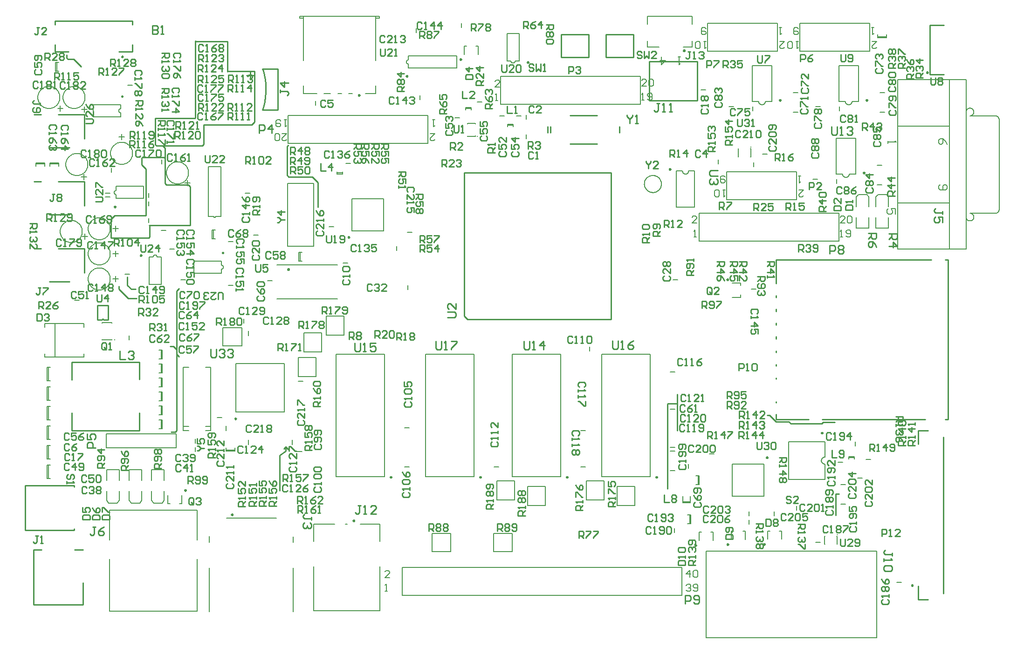
<source format=gto>
%FSDAX44Y44*%
%MOIN*%
%SFA1B1*%

%IPPOS*%
%ADD62C,0.005000*%
%ADD63C,0.009840*%
%ADD64C,0.007870*%
%ADD71C,0.010000*%
%ADD124C,0.003940*%
%ADD125C,0.008000*%
%ADD126C,0.005910*%
%LNpcb1-1*%
%LPD*%
G54D62*
X00004500Y00048600D02*
X00007300D01*
Y00048850*
Y00050750D02*
Y00051000D01*
X00004500*
Y00050750*
X00005250Y00051000D02*
Y00048600D01*
X00004500D02*
Y00048850D01*
G54D63*
X00035702Y00040011D02*
D01*
X00035701Y00040015*
X00035701Y00040018*
X00035700Y00040022*
X00035700Y00040025*
X00035699Y00040028*
X00035697Y00040031*
X00035696Y00040034*
X00035694Y00040037*
X00035692Y00040040*
X00035690Y00040043*
X00035688Y00040045*
X00035685Y00040048*
X00035683Y00040050*
X00035680Y00040052*
X00035677Y00040054*
X00035674Y00040056*
X00035671Y00040057*
X00035668Y00040058*
X00035664Y00040059*
X00035661Y00040060*
X00035657Y00040060*
X00035654Y00040060*
X00035651*
X00035647Y00040060*
X00035644Y00040060*
X00035640Y00040059*
X00035637Y00040058*
X00035634Y00040057*
X00035631Y00040056*
X00035628Y00040054*
X00035625Y00040052*
X00035622Y00040050*
X00035619Y00040048*
X00035617Y00040045*
X00035615Y00040043*
X00035612Y00040040*
X00035611Y00040037*
X00035609Y00040034*
X00035607Y00040031*
X00035606Y00040028*
X00035605Y00040025*
X00035604Y00040022*
X00035604Y00040018*
X00035603Y00040015*
X00035603Y00040011*
X00035603Y00040008*
X00035604Y00040004*
X00035604Y00040001*
X00035605Y00039998*
X00035606Y00039994*
X00035607Y00039991*
X00035609Y00039988*
X00035611Y00039985*
X00035612Y00039982*
X00035615Y00039980*
X00035617Y00039977*
X00035619Y00039975*
X00035622Y00039973*
X00035625Y00039971*
X00035628Y00039969*
X00035631Y00039967*
X00035634Y00039966*
X00035637Y00039965*
X00035640Y00039964*
X00035644Y00039963*
X00035647Y00039962*
X00035651Y00039962*
X00035654*
X00035657Y00039962*
X00035661Y00039963*
X00035664Y00039964*
X00035668Y00039965*
X00035671Y00039966*
X00035674Y00039967*
X00035677Y00039969*
X00035680Y00039971*
X00035683Y00039973*
X00035685Y00039975*
X00035688Y00039977*
X00035690Y00039980*
X00035692Y00039982*
X00035694Y00039985*
X00035696Y00039988*
X00035697Y00039991*
X00035699Y00039994*
X00035700Y00039998*
X00035700Y00040001*
X00035701Y00040004*
X00035701Y00040008*
X00035702Y00040011*
X00041902D02*
D01*
X00041901Y00040015*
X00041901Y00040018*
X00041900Y00040022*
X00041900Y00040025*
X00041899Y00040028*
X00041897Y00040031*
X00041896Y00040034*
X00041894Y00040037*
X00041892Y00040040*
X00041890Y00040043*
X00041888Y00040045*
X00041885Y00040048*
X00041883Y00040050*
X00041880Y00040052*
X00041877Y00040054*
X00041874Y00040056*
X00041871Y00040057*
X00041868Y00040058*
X00041864Y00040059*
X00041861Y00040060*
X00041857Y00040060*
X00041854Y00040060*
X00041851*
X00041847Y00040060*
X00041844Y00040060*
X00041840Y00040059*
X00041837Y00040058*
X00041834Y00040057*
X00041831Y00040056*
X00041828Y00040054*
X00041825Y00040052*
X00041822Y00040050*
X00041819Y00040048*
X00041817Y00040045*
X00041815Y00040043*
X00041812Y00040040*
X00041811Y00040037*
X00041809Y00040034*
X00041807Y00040031*
X00041806Y00040028*
X00041805Y00040025*
X00041804Y00040022*
X00041804Y00040018*
X00041803Y00040015*
X00041803Y00040011*
X00041803Y00040008*
X00041804Y00040004*
X00041804Y00040001*
X00041805Y00039998*
X00041806Y00039994*
X00041807Y00039991*
X00041809Y00039988*
X00041811Y00039985*
X00041812Y00039982*
X00041815Y00039980*
X00041817Y00039977*
X00041819Y00039975*
X00041822Y00039973*
X00041825Y00039971*
X00041828Y00039969*
X00041831Y00039967*
X00041834Y00039966*
X00041837Y00039965*
X00041840Y00039964*
X00041844Y00039963*
X00041847Y00039962*
X00041851Y00039962*
X00041854*
X00041857Y00039962*
X00041861Y00039963*
X00041864Y00039964*
X00041868Y00039965*
X00041871Y00039966*
X00041874Y00039967*
X00041877Y00039969*
X00041880Y00039971*
X00041883Y00039973*
X00041885Y00039975*
X00041888Y00039977*
X00041890Y00039980*
X00041892Y00039982*
X00041894Y00039985*
X00041896Y00039988*
X00041897Y00039991*
X00041899Y00039994*
X00041900Y00039998*
X00041900Y00040001*
X00041901Y00040004*
X00041901Y00040008*
X00041902Y00040011*
X00048302D02*
D01*
X00048301Y00040015*
X00048301Y00040018*
X00048300Y00040022*
X00048300Y00040025*
X00048299Y00040028*
X00048297Y00040031*
X00048296Y00040034*
X00048294Y00040037*
X00048292Y00040040*
X00048290Y00040043*
X00048288Y00040045*
X00048285Y00040048*
X00048283Y00040050*
X00048280Y00040052*
X00048277Y00040054*
X00048274Y00040056*
X00048271Y00040057*
X00048268Y00040058*
X00048264Y00040059*
X00048261Y00040060*
X00048257Y00040060*
X00048254Y00040060*
X00048251*
X00048247Y00040060*
X00048244Y00040060*
X00048240Y00040059*
X00048237Y00040058*
X00048234Y00040057*
X00048231Y00040056*
X00048228Y00040054*
X00048225Y00040052*
X00048222Y00040050*
X00048219Y00040048*
X00048217Y00040045*
X00048215Y00040043*
X00048212Y00040040*
X00048211Y00040037*
X00048209Y00040034*
X00048207Y00040031*
X00048206Y00040028*
X00048205Y00040025*
X00048204Y00040022*
X00048204Y00040018*
X00048203Y00040015*
X00048203Y00040011*
X00048203Y00040008*
X00048204Y00040004*
X00048204Y00040001*
X00048205Y00039998*
X00048206Y00039994*
X00048207Y00039991*
X00048209Y00039988*
X00048211Y00039985*
X00048212Y00039982*
X00048215Y00039980*
X00048217Y00039977*
X00048219Y00039975*
X00048222Y00039973*
X00048225Y00039971*
X00048228Y00039969*
X00048231Y00039967*
X00048234Y00039966*
X00048237Y00039965*
X00048240Y00039964*
X00048244Y00039963*
X00048247Y00039962*
X00048251Y00039962*
X00048254*
X00048257Y00039962*
X00048261Y00039963*
X00048264Y00039964*
X00048268Y00039965*
X00048271Y00039966*
X00048274Y00039967*
X00048277Y00039969*
X00048280Y00039971*
X00048283Y00039973*
X00048285Y00039975*
X00048288Y00039977*
X00048290Y00039980*
X00048292Y00039982*
X00048294Y00039985*
X00048296Y00039988*
X00048297Y00039991*
X00048299Y00039994*
X00048300Y00039998*
X00048300Y00040001*
X00048301Y00040004*
X00048301Y00040008*
X00048302Y00040011*
X00051091Y00035127D02*
D01*
X00051091Y00035131*
X00051090Y00035134*
X00051090Y00035137*
X00051089Y00035141*
X00051088Y00035144*
X00051087Y00035147*
X00051085Y00035150*
X00051083Y00035153*
X00051081Y00035156*
X00051079Y00035159*
X00051077Y00035161*
X00051075Y00035164*
X00051072Y00035166*
X00051069Y00035168*
X00051066Y00035170*
X00051063Y00035171*
X00051060Y00035173*
X00051057Y00035174*
X00051054Y00035175*
X00051050Y00035176*
X00051047Y00035176*
X00051043Y00035176*
X00051040*
X00051036Y00035176*
X00051033Y00035176*
X00051030Y00035175*
X00051026Y00035174*
X00051023Y00035173*
X00051020Y00035171*
X00051017Y00035170*
X00051014Y00035168*
X00051011Y00035166*
X00051009Y00035164*
X00051006Y00035161*
X00051004Y00035159*
X00051002Y00035156*
X00051000Y00035153*
X00050998Y00035150*
X00050997Y00035147*
X00050995Y00035144*
X00050994Y00035141*
X00050993Y00035137*
X00050993Y00035134*
X00050993Y00035131*
X00050992Y00035127*
X00050993Y00035124*
X00050993Y00035120*
X00050993Y00035117*
X00050994Y00035114*
X00050995Y00035110*
X00050997Y00035107*
X00050998Y00035104*
X00051000Y00035101*
X00051002Y00035098*
X00051004Y00035095*
X00051006Y00035093*
X00051009Y00035091*
X00051011Y00035088*
X00051014Y00035086*
X00051017Y00035084*
X00051020Y00035083*
X00051023Y00035081*
X00051026Y00035080*
X00051030Y00035079*
X00051033Y00035079*
X00051036Y00035078*
X00051040Y00035078*
X00051043*
X00051047Y00035078*
X00051050Y00035079*
X00051054Y00035079*
X00051057Y00035080*
X00051060Y00035081*
X00051063Y00035083*
X00051066Y00035084*
X00051069Y00035086*
X00051072Y00035088*
X00051075Y00035091*
X00051077Y00035093*
X00051079Y00035095*
X00051081Y00035098*
X00051083Y00035101*
X00051085Y00035104*
X00051087Y00035107*
X00051088Y00035110*
X00051089Y00035114*
X00051090Y00035117*
X00051090Y00035120*
X00051091Y00035124*
X00051091Y00035127*
X00053400Y00035196D02*
D01*
X00053399Y00035200*
X00053399Y00035203*
X00053398Y00035207*
X00053398Y00035210*
X00053397Y00035213*
X00053395Y00035216*
X00053394Y00035219*
X00053392Y00035222*
X00053390Y00035225*
X00053388Y00035228*
X00053386Y00035231*
X00053383Y00035233*
X00053381Y00035235*
X00053378Y00035237*
X00053375Y00035239*
X00053372Y00035241*
X00053369Y00035242*
X00053366Y00035243*
X00053362Y00035244*
X00053359Y00035245*
X00053355Y00035245*
X00053352Y00035246*
X00053349*
X00053345Y00035245*
X00053342Y00035245*
X00053338Y00035244*
X00053335Y00035243*
X00053332Y00035242*
X00053329Y00035241*
X00053326Y00035239*
X00053323Y00035237*
X00053320Y00035235*
X00053317Y00035233*
X00053315Y00035231*
X00053313Y00035228*
X00053310Y00035225*
X00053309Y00035222*
X00053307Y00035219*
X00053305Y00035216*
X00053304Y00035213*
X00053303Y00035210*
X00053302Y00035207*
X00053302Y00035203*
X00053301Y00035200*
X00053301Y00035196*
X00053301Y00035193*
X00053302Y00035190*
X00053302Y00035186*
X00053303Y00035183*
X00053304Y00035180*
X00053305Y00035176*
X00053307Y00035173*
X00053309Y00035170*
X00053310Y00035167*
X00053313Y00035165*
X00053315Y00035162*
X00053317Y00035160*
X00053320Y00035158*
X00053323Y00035156*
X00053326Y00035154*
X00053329Y00035152*
X00053332Y00035151*
X00053335Y00035150*
X00053338Y00035149*
X00053342Y00035148*
X00053345Y00035147*
X00053349Y00035147*
X00053352*
X00053355Y00035147*
X00053359Y00035148*
X00053362Y00035149*
X00053366Y00035150*
X00053369Y00035151*
X00053372Y00035152*
X00053375Y00035154*
X00053378Y00035156*
X00053381Y00035158*
X00053383Y00035160*
X00053386Y00035162*
X00053388Y00035165*
X00053390Y00035167*
X00053392Y00035170*
X00053394Y00035173*
X00053395Y00035176*
X00053397Y00035180*
X00053398Y00035183*
X00053398Y00035186*
X00053399Y00035190*
X00053399Y00035193*
X00053400Y00035196*
X00056004Y00035211D02*
D01*
X00056004Y00035214*
X00056004Y00035217*
X00056003Y00035221*
X00056002Y00035224*
X00056001Y00035227*
X00056000Y00035231*
X00055998Y00035234*
X00055997Y00035237*
X00055995Y00035239*
X00055993Y00035242*
X00055990Y00035245*
X00055988Y00035247*
X00055985Y00035249*
X00055983Y00035251*
X00055980Y00035253*
X00055977Y00035255*
X00055973Y00035256*
X00055970Y00035257*
X00055967Y00035258*
X00055964Y00035259*
X00055960Y00035259*
X00055957Y00035260*
X00055953*
X00055950Y00035259*
X00055946Y00035259*
X00055943Y00035258*
X00055940Y00035257*
X00055937Y00035256*
X00055933Y00035255*
X00055930Y00035253*
X00055927Y00035251*
X00055925Y00035249*
X00055922Y00035247*
X00055920Y00035245*
X00055917Y00035242*
X00055915Y00035239*
X00055913Y00035237*
X00055912Y00035234*
X00055910Y00035231*
X00055909Y00035227*
X00055908Y00035224*
X00055907Y00035221*
X00055906Y00035217*
X00055906Y00035214*
X00055906Y00035211*
X00055906Y00035207*
X00055906Y00035204*
X00055907Y00035200*
X00055908Y00035197*
X00055909Y00035194*
X00055910Y00035190*
X00055912Y00035187*
X00055913Y00035184*
X00055915Y00035182*
X00055917Y00035179*
X00055920Y00035176*
X00055922Y00035174*
X00055925Y00035172*
X00055927Y00035170*
X00055930Y00035168*
X00055933Y00035166*
X00055937Y00035165*
X00055940Y00035164*
X00055943Y00035163*
X00055946Y00035162*
X00055950Y00035162*
X00055953Y00035161*
X00055957*
X00055960Y00035162*
X00055964Y00035162*
X00055967Y00035163*
X00055970Y00035164*
X00055973Y00035165*
X00055977Y00035166*
X00055980Y00035168*
X00055983Y00035170*
X00055985Y00035172*
X00055988Y00035174*
X00055990Y00035176*
X00055993Y00035179*
X00055995Y00035182*
X00055997Y00035184*
X00055998Y00035187*
X00056000Y00035190*
X00056001Y00035194*
X00056002Y00035197*
X00056003Y00035200*
X00056004Y00035204*
X00056004Y00035207*
X00056004Y00035211*
X00066589Y00032257D02*
D01*
X00066589Y00032261*
X00066589Y00032264*
X00066588Y00032268*
X00066587Y00032271*
X00066586Y00032274*
X00066585Y00032277*
X00066583Y00032280*
X00066582Y00032283*
X00066580Y00032286*
X00066578Y00032289*
X00066575Y00032292*
X00066573Y00032294*
X00066570Y00032296*
X00066568Y00032298*
X00066565Y00032300*
X00066562Y00032302*
X00066558Y00032303*
X00066555Y00032304*
X00066552Y00032305*
X00066549Y00032306*
X00066545Y00032306*
X00066542Y00032307*
X00066538*
X00066535Y00032306*
X00066531Y00032306*
X00066528Y00032305*
X00066525Y00032304*
X00066522Y00032303*
X00066518Y00032302*
X00066515Y00032300*
X00066512Y00032298*
X00066510Y00032296*
X00066507Y00032294*
X00066505Y00032292*
X00066502Y00032289*
X00066500Y00032286*
X00066498Y00032283*
X00066497Y00032280*
X00066495Y00032277*
X00066494Y00032274*
X00066493Y00032271*
X00066492Y00032268*
X00066491Y00032264*
X00066491Y00032261*
X00066491Y00032257*
X00066491Y00032254*
X00066491Y00032251*
X00066492Y00032247*
X00066493Y00032244*
X00066494Y00032241*
X00066495Y00032237*
X00066497Y00032234*
X00066498Y00032231*
X00066500Y00032228*
X00066502Y00032226*
X00066505Y00032223*
X00066507Y00032221*
X00066510Y00032219*
X00066512Y00032217*
X00066515Y00032215*
X00066518Y00032213*
X00066522Y00032212*
X00066525Y00032211*
X00066528Y00032210*
X00066531Y00032209*
X00066535Y00032208*
X00066538Y00032208*
X00066542*
X00066545Y00032208*
X00066549Y00032209*
X00066552Y00032210*
X00066555Y00032211*
X00066558Y00032212*
X00066562Y00032213*
X00066565Y00032215*
X00066568Y00032217*
X00066570Y00032219*
X00066573Y00032221*
X00066575Y00032223*
X00066578Y00032226*
X00066580Y00032228*
X00066582Y00032231*
X00066583Y00032234*
X00066585Y00032237*
X00066586Y00032241*
X00066587Y00032244*
X00066588Y00032247*
X00066589Y00032251*
X00066589Y00032254*
X00066589Y00032257*
X00060133Y00043178D02*
D01*
X00060133Y00043181*
X00060133Y00043185*
X00060132Y00043188*
X00060131Y00043191*
X00060130Y00043195*
X00060129Y00043198*
X00060128Y00043201*
X00060126Y00043204*
X00060124Y00043207*
X00060122Y00043209*
X00060120Y00043212*
X00060117Y00043214*
X00060114Y00043217*
X00060112Y00043219*
X00060109Y00043220*
X00060106Y00043222*
X00060103Y00043223*
X00060099Y00043225*
X00060096Y00043226*
X00060093Y00043226*
X00060089Y00043227*
X00060086Y00043227*
X00060082*
X00060079Y00043227*
X00060076Y00043226*
X00060072Y00043226*
X00060069Y00043225*
X00060066Y00043223*
X00060063Y00043222*
X00060060Y00043220*
X00060057Y00043219*
X00060054Y00043217*
X00060051Y00043214*
X00060049Y00043212*
X00060047Y00043209*
X00060044Y00043207*
X00060042Y00043204*
X00060041Y00043201*
X00060039Y00043198*
X00060038Y00043195*
X00060037Y00043191*
X00060036Y00043188*
X00060035Y00043185*
X00060035Y00043181*
X00060035Y00043178*
X00060035Y00043174*
X00060035Y00043171*
X00060036Y00043168*
X00060037Y00043164*
X00060038Y00043161*
X00060039Y00043158*
X00060041Y00043155*
X00060042Y00043152*
X00060044Y00043149*
X00060047Y00043146*
X00060049Y00043144*
X00060051Y00043141*
X00060054Y00043139*
X00060057Y00043137*
X00060060Y00043135*
X00060063Y00043134*
X00060066Y00043132*
X00060069Y00043131*
X00060072Y00043130*
X00060076Y00043129*
X00060079Y00043129*
X00060082Y00043129*
X00060086*
X00060089Y00043129*
X00060093Y00043129*
X00060096Y00043130*
X00060099Y00043131*
X00060103Y00043132*
X00060106Y00043134*
X00060109Y00043135*
X00060112Y00043137*
X00060114Y00043139*
X00060117Y00043141*
X00060120Y00043144*
X00060122Y00043146*
X00060124Y00043149*
X00060126Y00043152*
X00060128Y00043155*
X00060129Y00043158*
X00060130Y00043161*
X00060131Y00043164*
X00060132Y00043168*
X00060133Y00043171*
X00060133Y00043174*
X00060133Y00043178*
X00056207Y00041414D02*
D01*
X00056207Y00041417*
X00056207Y00041421*
X00056206Y00041424*
X00056205Y00041427*
X00056204Y00041431*
X00056203Y00041434*
X00056201Y00041437*
X00056200Y00041440*
X00056198Y00041443*
X00056195Y00041445*
X00056193Y00041448*
X00056191Y00041450*
X00056188Y00041452*
X00056185Y00041454*
X00056182Y00041456*
X00056179Y00041458*
X00056176Y00041459*
X00056173Y00041460*
X00056170Y00041461*
X00056166Y00041462*
X00056163Y00041463*
X00056160Y00041463*
X00056156*
X00056153Y00041463*
X00056149Y00041462*
X00056146Y00041461*
X00056143Y00041460*
X00056139Y00041459*
X00056136Y00041458*
X00056133Y00041456*
X00056130Y00041454*
X00056128Y00041452*
X00056125Y00041450*
X00056122Y00041448*
X00056120Y00041445*
X00056118Y00041443*
X00056116Y00041440*
X00056114Y00041437*
X00056113Y00041434*
X00056112Y00041431*
X00056111Y00041427*
X00056110Y00041424*
X00056109Y00041421*
X00056109Y00041417*
X00056109Y00041414*
X00056109Y00041410*
X00056109Y00041407*
X00056110Y00041403*
X00056111Y00041400*
X00056112Y00041397*
X00056113Y00041394*
X00056114Y00041391*
X00056116Y00041388*
X00056118Y00041385*
X00056120Y00041382*
X00056122Y00041380*
X00056125Y00041377*
X00056128Y00041375*
X00056130Y00041373*
X00056133Y00041371*
X00056136Y00041369*
X00056139Y00041368*
X00056143Y00041367*
X00056146Y00041366*
X00056149Y00041365*
X00056153Y00041365*
X00056156Y00041365*
X00056160*
X00056163Y00041365*
X00056166Y00041365*
X00056170Y00041366*
X00056173Y00041367*
X00056176Y00041368*
X00056179Y00041369*
X00056182Y00041371*
X00056185Y00041373*
X00056188Y00041375*
X00056191Y00041377*
X00056193Y00041380*
X00056195Y00041382*
X00056198Y00041385*
X00056200Y00041388*
X00056201Y00041391*
X00056203Y00041394*
X00056204Y00041397*
X00056205Y00041400*
X00056206Y00041403*
X00056207Y00041407*
X00056207Y00041410*
X00056207Y00041414*
X00053386Y00054167D02*
D01*
X00053386Y00054171*
X00053386Y00054174*
X00053385Y00054177*
X00053384Y00054181*
X00053383Y00054184*
X00053382Y00054187*
X00053380Y00054190*
X00053379Y00054193*
X00053377Y00054196*
X00053375Y00054199*
X00053372Y00054201*
X00053370Y00054204*
X00053367Y00054206*
X00053364Y00054208*
X00053362Y00054210*
X00053358Y00054211*
X00053355Y00054213*
X00053352Y00054214*
X00053349Y00054215*
X00053345Y00054216*
X00053342Y00054216*
X00053339Y00054216*
X00053335*
X00053332Y00054216*
X00053328Y00054216*
X00053325Y00054215*
X00053322Y00054214*
X00053318Y00054213*
X00053315Y00054211*
X00053312Y00054210*
X00053309Y00054208*
X00053307Y00054206*
X00053304Y00054204*
X00053302Y00054201*
X00053299Y00054199*
X00053297Y00054196*
X00053295Y00054193*
X00053293Y00054190*
X00053292Y00054187*
X00053291Y00054184*
X00053290Y00054181*
X00053289Y00054177*
X00053288Y00054174*
X00053288Y00054171*
X00053288Y00054167*
X00053288Y00054164*
X00053288Y00054160*
X00053289Y00054157*
X00053290Y00054154*
X00053291Y00054150*
X00053292Y00054147*
X00053293Y00054144*
X00053295Y00054141*
X00053297Y00054138*
X00053299Y00054136*
X00053302Y00054133*
X00053304Y00054131*
X00053307Y00054128*
X00053309Y00054126*
X00053312Y00054125*
X00053315Y00054123*
X00053318Y00054122*
X00053322Y00054120*
X00053325Y00054119*
X00053328Y00054119*
X00053332Y00054118*
X00053335Y00054118*
X00053339*
X00053342Y00054118*
X00053345Y00054119*
X00053349Y00054119*
X00053352Y00054120*
X00053355Y00054122*
X00053358Y00054123*
X00053362Y00054125*
X00053364Y00054126*
X00053367Y00054128*
X00053370Y00054131*
X00053372Y00054133*
X00053375Y00054136*
X00053377Y00054138*
X00053379Y00054141*
X00053380Y00054144*
X00053382Y00054147*
X00053383Y00054150*
X00053384Y00054154*
X00053385Y00054157*
X00053386Y00054160*
X00053386Y00054164*
X00053386Y00054167*
X00063138Y00061809D02*
D01*
X00063138Y00061812*
X00063138Y00061815*
X00063137Y00061819*
X00063136Y00061822*
X00063135Y00061825*
X00063134Y00061829*
X00063132Y00061832*
X00063131Y00061835*
X00063129Y00061837*
X00063127Y00061840*
X00063124Y00061843*
X00063122Y00061845*
X00063119Y00061847*
X00063116Y00061849*
X00063114Y00061851*
X00063110Y00061853*
X00063107Y00061854*
X00063104Y00061855*
X00063101Y00061856*
X00063097Y00061857*
X00063094Y00061857*
X00063091Y00061858*
X00063087*
X00063084Y00061857*
X00063080Y00061857*
X00063077Y00061856*
X00063074Y00061855*
X00063070Y00061854*
X00063067Y00061853*
X00063064Y00061851*
X00063061Y00061849*
X00063059Y00061847*
X00063056Y00061845*
X00063054Y00061843*
X00063051Y00061840*
X00063049Y00061837*
X00063047Y00061835*
X00063045Y00061832*
X00063044Y00061829*
X00063043Y00061825*
X00063042Y00061822*
X00063041Y00061819*
X00063040Y00061815*
X00063040Y00061812*
X00063040Y00061809*
X00063040Y00061805*
X00063040Y00061802*
X00063041Y00061798*
X00063042Y00061795*
X00063043Y00061792*
X00063044Y00061788*
X00063045Y00061785*
X00063047Y00061782*
X00063049Y00061780*
X00063051Y00061777*
X00063054Y00061774*
X00063056Y00061772*
X00063059Y00061770*
X00063061Y00061768*
X00063064Y00061766*
X00063067Y00061764*
X00063070Y00061763*
X00063074Y00061762*
X00063077Y00061761*
X00063080Y00061760*
X00063084Y00061760*
X00063087Y00061759*
X00063091*
X00063094Y00061760*
X00063097Y00061760*
X00063101Y00061761*
X00063104Y00061762*
X00063107Y00061763*
X00063110Y00061764*
X00063114Y00061766*
X00063116Y00061768*
X00063119Y00061770*
X00063122Y00061772*
X00063124Y00061774*
X00063127Y00061777*
X00063129Y00061780*
X00063131Y00061782*
X00063132Y00061785*
X00063134Y00061788*
X00063135Y00061792*
X00063136Y00061795*
X00063137Y00061798*
X00063138Y00061802*
X00063138Y00061805*
X00063138Y00061809*
X00063338Y00067009D02*
D01*
X00063338Y00067012*
X00063338Y00067015*
X00063337Y00067019*
X00063336Y00067022*
X00063335Y00067025*
X00063334Y00067029*
X00063332Y00067032*
X00063331Y00067035*
X00063329Y00067037*
X00063327Y00067040*
X00063324Y00067043*
X00063322Y00067045*
X00063319Y00067047*
X00063316Y00067049*
X00063314Y00067051*
X00063310Y00067053*
X00063307Y00067054*
X00063304Y00067055*
X00063301Y00067056*
X00063297Y00067057*
X00063294Y00067057*
X00063291Y00067058*
X00063287*
X00063284Y00067057*
X00063280Y00067057*
X00063277Y00067056*
X00063274Y00067055*
X00063270Y00067054*
X00063267Y00067053*
X00063264Y00067051*
X00063261Y00067049*
X00063259Y00067047*
X00063256Y00067045*
X00063254Y00067043*
X00063251Y00067040*
X00063249Y00067037*
X00063247Y00067035*
X00063245Y00067032*
X00063244Y00067029*
X00063243Y00067025*
X00063242Y00067022*
X00063241Y00067019*
X00063240Y00067015*
X00063240Y00067012*
X00063240Y00067009*
X00063240Y00067005*
X00063240Y00067002*
X00063241Y00066998*
X00063242Y00066995*
X00063243Y00066992*
X00063244Y00066988*
X00063245Y00066985*
X00063247Y00066982*
X00063249Y00066980*
X00063251Y00066977*
X00063254Y00066974*
X00063256Y00066972*
X00063259Y00066970*
X00063261Y00066968*
X00063264Y00066966*
X00063267Y00066964*
X00063270Y00066963*
X00063274Y00066962*
X00063277Y00066961*
X00063280Y00066960*
X00063284Y00066960*
X00063287Y00066959*
X00063291*
X00063294Y00066960*
X00063297Y00066960*
X00063301Y00066961*
X00063304Y00066962*
X00063307Y00066963*
X00063310Y00066964*
X00063314Y00066966*
X00063316Y00066968*
X00063319Y00066970*
X00063322Y00066972*
X00063324Y00066974*
X00063327Y00066977*
X00063329Y00066980*
X00063331Y00066982*
X00063332Y00066985*
X00063334Y00066988*
X00063335Y00066992*
X00063336Y00066995*
X00063337Y00066998*
X00063338Y00067002*
X00063338Y00067005*
X00063338Y00067009*
X00067661Y00068985D02*
D01*
X00067661Y00068988*
X00067661Y00068992*
X00067660Y00068995*
X00067659Y00068998*
X00067658Y00069002*
X00067657Y00069005*
X00067656Y00069008*
X00067654Y00069011*
X00067652Y00069014*
X00067650Y00069017*
X00067647Y00069019*
X00067645Y00069021*
X00067642Y00069024*
X00067640Y00069026*
X00067637Y00069028*
X00067634Y00069029*
X00067631Y00069031*
X00067627Y00069032*
X00067624Y00069033*
X00067621Y00069033*
X00067617Y00069034*
X00067614Y00069034*
X00067610*
X00067607Y00069034*
X00067604Y00069033*
X00067600Y00069033*
X00067597Y00069032*
X00067594Y00069031*
X00067591Y00069029*
X00067588Y00069028*
X00067585Y00069026*
X00067582Y00069024*
X00067579Y00069021*
X00067577Y00069019*
X00067574Y00069017*
X00067572Y00069014*
X00067570Y00069011*
X00067569Y00069008*
X00067567Y00069005*
X00067566Y00069002*
X00067565Y00068998*
X00067564Y00068995*
X00067563Y00068992*
X00067563Y00068988*
X00067563Y00068985*
X00067563Y00068981*
X00067563Y00068978*
X00067564Y00068975*
X00067565Y00068971*
X00067566Y00068968*
X00067567Y00068965*
X00067569Y00068962*
X00067570Y00068959*
X00067572Y00068956*
X00067574Y00068953*
X00067577Y00068951*
X00067579Y00068948*
X00067582Y00068946*
X00067585Y00068944*
X00067588Y00068942*
X00067591Y00068941*
X00067594Y00068939*
X00067597Y00068938*
X00067600Y00068937*
X00067604Y00068936*
X00067607Y00068936*
X00067610Y00068936*
X00067614*
X00067617Y00068936*
X00067621Y00068936*
X00067624Y00068937*
X00067627Y00068938*
X00067631Y00068939*
X00067634Y00068941*
X00067637Y00068942*
X00067640Y00068944*
X00067642Y00068946*
X00067645Y00068948*
X00067647Y00068951*
X00067650Y00068953*
X00067652Y00068956*
X00067654Y00068959*
X00067656Y00068962*
X00067657Y00068965*
X00067658Y00068968*
X00067659Y00068971*
X00067660Y00068975*
X00067661Y00068978*
X00067661Y00068981*
X00067661Y00068985*
X00057138Y00067009D02*
D01*
X00057138Y00067012*
X00057138Y00067015*
X00057137Y00067019*
X00057136Y00067022*
X00057135Y00067025*
X00057134Y00067029*
X00057132Y00067032*
X00057131Y00067035*
X00057129Y00067037*
X00057127Y00067040*
X00057124Y00067043*
X00057122Y00067045*
X00057119Y00067047*
X00057116Y00067049*
X00057114Y00067051*
X00057110Y00067053*
X00057107Y00067054*
X00057104Y00067055*
X00057101Y00067056*
X00057097Y00067057*
X00057094Y00067057*
X00057091Y00067058*
X00057087*
X00057084Y00067057*
X00057080Y00067057*
X00057077Y00067056*
X00057074Y00067055*
X00057070Y00067054*
X00057067Y00067053*
X00057064Y00067051*
X00057061Y00067049*
X00057059Y00067047*
X00057056Y00067045*
X00057054Y00067043*
X00057051Y00067040*
X00057049Y00067037*
X00057047Y00067035*
X00057045Y00067032*
X00057044Y00067029*
X00057043Y00067025*
X00057042Y00067022*
X00057041Y00067019*
X00057040Y00067015*
X00057040Y00067012*
X00057040Y00067009*
X00057040Y00067005*
X00057040Y00067002*
X00057041Y00066998*
X00057042Y00066995*
X00057043Y00066992*
X00057044Y00066988*
X00057045Y00066985*
X00057047Y00066982*
X00057049Y00066980*
X00057051Y00066977*
X00057054Y00066974*
X00057056Y00066972*
X00057059Y00066970*
X00057061Y00066968*
X00057064Y00066966*
X00057067Y00066964*
X00057070Y00066963*
X00057074Y00066962*
X00057077Y00066961*
X00057080Y00066960*
X00057084Y00066960*
X00057087Y00066959*
X00057091*
X00057094Y00066960*
X00057097Y00066960*
X00057101Y00066961*
X00057104Y00066962*
X00057107Y00066963*
X00057110Y00066964*
X00057114Y00066966*
X00057116Y00066968*
X00057119Y00066970*
X00057122Y00066972*
X00057124Y00066974*
X00057127Y00066977*
X00057129Y00066980*
X00057131Y00066982*
X00057132Y00066985*
X00057134Y00066988*
X00057135Y00066992*
X00057136Y00066995*
X00057137Y00066998*
X00057138Y00067002*
X00057138Y00067005*
X00057138Y00067009*
X00050272Y00070560D02*
D01*
X00050272Y00070563*
X00050272Y00070567*
X00050271Y00070570*
X00050270Y00070573*
X00050269Y00070577*
X00050268Y00070580*
X00050267Y00070583*
X00050265Y00070586*
X00050263Y00070589*
X00050261Y00070591*
X00050258Y00070594*
X00050256Y00070596*
X00050253Y00070598*
X00050251Y00070600*
X00050248Y00070602*
X00050245Y00070604*
X00050242Y00070605*
X00050238Y00070606*
X00050235Y00070607*
X00050232Y00070608*
X00050228Y00070609*
X00050225Y00070609*
X00050221*
X00050218Y00070609*
X00050215Y00070608*
X00050211Y00070607*
X00050208Y00070606*
X00050205Y00070605*
X00050202Y00070604*
X00050199Y00070602*
X00050196Y00070600*
X00050193Y00070598*
X00050190Y00070596*
X00050188Y00070594*
X00050185Y00070591*
X00050183Y00070589*
X00050181Y00070586*
X00050180Y00070583*
X00050178Y00070580*
X00050177Y00070577*
X00050176Y00070573*
X00050175Y00070570*
X00050174Y00070567*
X00050174Y00070563*
X00050174Y00070560*
X00050174Y00070556*
X00050174Y00070553*
X00050175Y00070549*
X00050176Y00070546*
X00050177Y00070543*
X00050178Y00070540*
X00050180Y00070537*
X00050181Y00070534*
X00050183Y00070531*
X00050185Y00070528*
X00050188Y00070526*
X00050190Y00070523*
X00050193Y00070521*
X00050196Y00070519*
X00050199Y00070517*
X00050202Y00070515*
X00050205Y00070514*
X00050208Y00070513*
X00050211Y00070512*
X00050215Y00070511*
X00050218Y00070511*
X00050221Y00070511*
X00050225*
X00050228Y00070511*
X00050232Y00070511*
X00050235Y00070512*
X00050238Y00070513*
X00050242Y00070514*
X00050245Y00070515*
X00050248Y00070517*
X00050251Y00070519*
X00050253Y00070521*
X00050256Y00070523*
X00050258Y00070526*
X00050261Y00070528*
X00050263Y00070531*
X00050265Y00070534*
X00050267Y00070537*
X00050268Y00070540*
X00050269Y00070543*
X00050270Y00070546*
X00050271Y00070549*
X00050272Y00070553*
X00050272Y00070556*
X00050272Y00070560*
X00049265Y00062059D02*
D01*
X00049264Y00062063*
X00049264Y00062066*
X00049263Y00062070*
X00049263Y00062073*
X00049262Y00062076*
X00049260Y00062079*
X00049259Y00062082*
X00049257Y00062085*
X00049255Y00062088*
X00049253Y00062091*
X00049251Y00062093*
X00049248Y00062096*
X00049246Y00062098*
X00049243Y00062100*
X00049240Y00062102*
X00049237Y00062104*
X00049234Y00062105*
X00049231Y00062106*
X00049227Y00062107*
X00049224Y00062108*
X00049220Y00062108*
X00049217Y00062108*
X00049214*
X00049210Y00062108*
X00049207Y00062108*
X00049203Y00062107*
X00049200Y00062106*
X00049197Y00062105*
X00049194Y00062104*
X00049191Y00062102*
X00049188Y00062100*
X00049185Y00062098*
X00049182Y00062096*
X00049180Y00062093*
X00049178Y00062091*
X00049175Y00062088*
X00049174Y00062085*
X00049172Y00062082*
X00049170Y00062079*
X00049169Y00062076*
X00049168Y00062073*
X00049167Y00062070*
X00049167Y00062066*
X00049166Y00062063*
X00049166Y00062059*
X00049166Y00062056*
X00049167Y00062052*
X00049167Y00062049*
X00049168Y00062046*
X00049169Y00062042*
X00049170Y00062039*
X00049172Y00062036*
X00049174Y00062033*
X00049175Y00062030*
X00049178Y00062028*
X00049180Y00062025*
X00049182Y00062023*
X00049185Y00062021*
X00049188Y00062019*
X00049191Y00062017*
X00049194Y00062015*
X00049197Y00062014*
X00049200Y00062013*
X00049203Y00062012*
X00049207Y00062011*
X00049210Y00062010*
X00049214Y00062010*
X00049217*
X00049220Y00062010*
X00049224Y00062011*
X00049227Y00062012*
X00049231Y00062013*
X00049234Y00062014*
X00049237Y00062015*
X00049240Y00062017*
X00049243Y00062019*
X00049246Y00062021*
X00049248Y00062023*
X00049251Y00062025*
X00049253Y00062028*
X00049255Y00062030*
X00049257Y00062033*
X00049259Y00062036*
X00049260Y00062039*
X00049262Y00062042*
X00049263Y00062046*
X00049263Y00062049*
X00049264Y00062052*
X00049264Y00062056*
X00049265Y00062059*
X00039098Y00069715D02*
D01*
X00039098Y00069718*
X00039097Y00069722*
X00039097Y00069725*
X00039096Y00069728*
X00039095Y00069732*
X00039094Y00069735*
X00039092Y00069738*
X00039090Y00069741*
X00039089Y00069744*
X00039086Y00069747*
X00039084Y00069749*
X00039082Y00069751*
X00039079Y00069754*
X00039076Y00069756*
X00039073Y00069758*
X00039070Y00069759*
X00039067Y00069761*
X00039064Y00069762*
X00039061Y00069763*
X00039057Y00069763*
X00039054Y00069764*
X00039050Y00069764*
X00039047*
X00039044Y00069764*
X00039040Y00069763*
X00039037Y00069763*
X00039033Y00069762*
X00039030Y00069761*
X00039027Y00069759*
X00039024Y00069758*
X00039021Y00069756*
X00039018Y00069754*
X00039016Y00069751*
X00039013Y00069749*
X00039011Y00069747*
X00039009Y00069744*
X00039007Y00069741*
X00039005Y00069738*
X00039004Y00069735*
X00039002Y00069732*
X00039001Y00069728*
X00039001Y00069725*
X00039000Y00069722*
X00039000Y00069718*
X00039000Y00069715*
X00039000Y00069711*
X00039000Y00069708*
X00039001Y00069705*
X00039001Y00069701*
X00039002Y00069698*
X00039004Y00069695*
X00039005Y00069692*
X00039007Y00069689*
X00039009Y00069686*
X00039011Y00069683*
X00039013Y00069681*
X00039016Y00069678*
X00039018Y00069676*
X00039021Y00069674*
X00039024Y00069672*
X00039027Y00069671*
X00039030Y00069669*
X00039033Y00069668*
X00039037Y00069667*
X00039040Y00069666*
X00039044Y00069666*
X00039047Y00069666*
X00039050*
X00039054Y00069666*
X00039057Y00069666*
X00039061Y00069667*
X00039064Y00069668*
X00039067Y00069669*
X00039070Y00069671*
X00039073Y00069672*
X00039076Y00069674*
X00039079Y00069676*
X00039082Y00069678*
X00039084Y00069681*
X00039086Y00069683*
X00039089Y00069686*
X00039090Y00069689*
X00039092Y00069692*
X00039094Y00069695*
X00039095Y00069698*
X00039096Y00069701*
X00039097Y00069705*
X00039097Y00069708*
X00039098Y00069711*
X00039098Y00069715*
X00034291Y00069927D02*
D01*
X00034291Y00069931*
X00034290Y00069934*
X00034290Y00069937*
X00034289Y00069941*
X00034288Y00069944*
X00034287Y00069947*
X00034285Y00069950*
X00034283Y00069953*
X00034281Y00069956*
X00034279Y00069959*
X00034277Y00069961*
X00034275Y00069964*
X00034272Y00069966*
X00034269Y00069968*
X00034266Y00069970*
X00034263Y00069971*
X00034260Y00069973*
X00034257Y00069974*
X00034254Y00069975*
X00034250Y00069976*
X00034247Y00069976*
X00034243Y00069976*
X00034240*
X00034236Y00069976*
X00034233Y00069976*
X00034230Y00069975*
X00034226Y00069974*
X00034223Y00069973*
X00034220Y00069971*
X00034217Y00069970*
X00034214Y00069968*
X00034211Y00069966*
X00034209Y00069964*
X00034206Y00069961*
X00034204Y00069959*
X00034202Y00069956*
X00034200Y00069953*
X00034198Y00069950*
X00034197Y00069947*
X00034195Y00069944*
X00034194Y00069941*
X00034193Y00069937*
X00034193Y00069934*
X00034193Y00069931*
X00034192Y00069927*
X00034193Y00069924*
X00034193Y00069920*
X00034193Y00069917*
X00034194Y00069914*
X00034195Y00069910*
X00034197Y00069907*
X00034198Y00069904*
X00034200Y00069901*
X00034202Y00069898*
X00034204Y00069895*
X00034206Y00069893*
X00034209Y00069891*
X00034211Y00069888*
X00034214Y00069886*
X00034217Y00069884*
X00034220Y00069883*
X00034223Y00069881*
X00034226Y00069880*
X00034230Y00069879*
X00034233Y00069879*
X00034236Y00069878*
X00034240Y00069878*
X00034243*
X00034247Y00069878*
X00034250Y00069879*
X00034254Y00069879*
X00034257Y00069880*
X00034260Y00069881*
X00034263Y00069883*
X00034266Y00069884*
X00034269Y00069886*
X00034272Y00069888*
X00034275Y00069891*
X00034277Y00069893*
X00034279Y00069895*
X00034281Y00069898*
X00034283Y00069901*
X00034285Y00069904*
X00034287Y00069907*
X00034288Y00069910*
X00034289Y00069914*
X00034290Y00069917*
X00034290Y00069920*
X00034291Y00069924*
X00034291Y00069927*
X00030453Y00068729D02*
D01*
X00030453Y00068732*
X00030453Y00068735*
X00030452Y00068739*
X00030451Y00068742*
X00030450Y00068745*
X00030449Y00068749*
X00030448Y00068752*
X00030446Y00068755*
X00030444Y00068758*
X00030442Y00068760*
X00030440Y00068763*
X00030437Y00068765*
X00030434Y00068767*
X00030432Y00068769*
X00030429Y00068771*
X00030426Y00068773*
X00030423Y00068774*
X00030419Y00068775*
X00030416Y00068776*
X00030413Y00068777*
X00030409Y00068778*
X00030406Y00068778*
X00030402*
X00030399Y00068778*
X00030396Y00068777*
X00030392Y00068776*
X00030389Y00068775*
X00030386Y00068774*
X00030383Y00068773*
X00030380Y00068771*
X00030377Y00068769*
X00030374Y00068767*
X00030371Y00068765*
X00030369Y00068763*
X00030367Y00068760*
X00030364Y00068758*
X00030362Y00068755*
X00030361Y00068752*
X00030359Y00068749*
X00030358Y00068745*
X00030357Y00068742*
X00030356Y00068739*
X00030355Y00068735*
X00030355Y00068732*
X00030355Y00068729*
X00030355Y00068725*
X00030355Y00068722*
X00030356Y00068718*
X00030357Y00068715*
X00030358Y00068712*
X00030359Y00068709*
X00030361Y00068706*
X00030362Y00068703*
X00030364Y00068700*
X00030367Y00068697*
X00030369Y00068694*
X00030371Y00068692*
X00030374Y00068690*
X00030377Y00068688*
X00030380Y00068686*
X00030383Y00068684*
X00030386Y00068683*
X00030389Y00068682*
X00030392Y00068681*
X00030396Y00068680*
X00030399Y00068680*
X00030402Y00068679*
X00030406*
X00030409Y00068680*
X00030413Y00068680*
X00030416Y00068681*
X00030419Y00068682*
X00030423Y00068683*
X00030426Y00068684*
X00030429Y00068686*
X00030432Y00068688*
X00030434Y00068690*
X00030437Y00068692*
X00030440Y00068694*
X00030442Y00068697*
X00030444Y00068700*
X00030446Y00068703*
X00030448Y00068706*
X00030449Y00068709*
X00030450Y00068712*
X00030451Y00068715*
X00030452Y00068718*
X00030453Y00068722*
X00030453Y00068725*
X00030453Y00068729*
X00027027Y00067354D02*
D01*
X00027027Y00067357*
X00027026Y00067361*
X00027026Y00067364*
X00027025Y00067367*
X00027024Y00067371*
X00027022Y00067374*
X00027021Y00067377*
X00027019Y00067380*
X00027017Y00067383*
X00027015Y00067385*
X00027013Y00067388*
X00027010Y00067390*
X00027008Y00067393*
X00027005Y00067395*
X00027002Y00067396*
X00026999Y00067398*
X00026996Y00067399*
X00026993Y00067401*
X00026989Y00067402*
X00026986Y00067402*
X00026983Y00067403*
X00026979Y00067403*
X00026976*
X00026972Y00067403*
X00026969Y00067402*
X00026966Y00067402*
X00026962Y00067401*
X00026959Y00067399*
X00026956Y00067398*
X00026953Y00067396*
X00026950Y00067395*
X00026947Y00067393*
X00026945Y00067390*
X00026942Y00067388*
X00026940Y00067385*
X00026938Y00067383*
X00026936Y00067380*
X00026934Y00067377*
X00026933Y00067374*
X00026931Y00067371*
X00026930Y00067367*
X00026929Y00067364*
X00026929Y00067361*
X00026928Y00067357*
X00026928Y00067354*
X00026928Y00067350*
X00026929Y00067347*
X00026929Y00067344*
X00026930Y00067340*
X00026931Y00067337*
X00026933Y00067334*
X00026934Y00067331*
X00026936Y00067328*
X00026938Y00067325*
X00026940Y00067322*
X00026942Y00067320*
X00026945Y00067317*
X00026947Y00067315*
X00026950Y00067313*
X00026953Y00067311*
X00026956Y00067310*
X00026959Y00067308*
X00026962Y00067307*
X00026966Y00067306*
X00026969Y00067305*
X00026972Y00067305*
X00026976Y00067305*
X00026979*
X00026983Y00067305*
X00026986Y00067305*
X00026989Y00067306*
X00026993Y00067307*
X00026996Y00067308*
X00026999Y00067310*
X00027002Y00067311*
X00027005Y00067313*
X00027008Y00067315*
X00027010Y00067317*
X00027013Y00067320*
X00027015Y00067322*
X00027017Y00067325*
X00027019Y00067328*
X00027021Y00067331*
X00027022Y00067334*
X00027024Y00067337*
X00027025Y00067340*
X00027026Y00067344*
X00027026Y00067347*
X00027027Y00067350*
X00027027Y00067354*
X00026291Y00057185D02*
D01*
X00026290Y00057189*
X00026290Y00057192*
X00026289Y00057196*
X00026289Y00057199*
X00026288Y00057202*
X00026286Y00057205*
X00026285Y00057208*
X00026283Y00057211*
X00026281Y00057214*
X00026279Y00057217*
X00026277Y00057219*
X00026274Y00057222*
X00026272Y00057224*
X00026269Y00057226*
X00026266Y00057228*
X00026263Y00057230*
X00026260Y00057231*
X00026257Y00057232*
X00026253Y00057233*
X00026250Y00057234*
X00026246Y00057234*
X00026243Y00057234*
X00026240*
X00026236Y00057234*
X00026233Y00057234*
X00026229Y00057233*
X00026226Y00057232*
X00026223Y00057231*
X00026220Y00057230*
X00026217Y00057228*
X00026214Y00057226*
X00026211Y00057224*
X00026208Y00057222*
X00026206Y00057219*
X00026204Y00057217*
X00026201Y00057214*
X00026200Y00057211*
X00026198Y00057208*
X00026196Y00057205*
X00026195Y00057202*
X00026194Y00057199*
X00026193Y00057196*
X00026193Y00057192*
X00026192Y00057189*
X00026192Y00057185*
X00026192Y00057182*
X00026193Y00057178*
X00026193Y00057175*
X00026194Y00057172*
X00026195Y00057168*
X00026196Y00057165*
X00026198Y00057162*
X00026200Y00057159*
X00026201Y00057156*
X00026204Y00057154*
X00026206Y00057151*
X00026208Y00057149*
X00026211Y00057147*
X00026214Y00057145*
X00026217Y00057143*
X00026220Y00057141*
X00026223Y00057140*
X00026226Y00057139*
X00026229Y00057138*
X00026233Y00057137*
X00026236Y00057136*
X00026240Y00057136*
X00026243*
X00026246Y00057136*
X00026250Y00057137*
X00026253Y00057138*
X00026257Y00057139*
X00026260Y00057140*
X00026263Y00057141*
X00026266Y00057143*
X00026269Y00057145*
X00026272Y00057147*
X00026274Y00057149*
X00026277Y00057151*
X00026279Y00057154*
X00026281Y00057156*
X00026283Y00057159*
X00026285Y00057162*
X00026286Y00057165*
X00026288Y00057168*
X00026289Y00057172*
X00026289Y00057175*
X00026290Y00057178*
X00026290Y00057182*
X00026291Y00057185*
X00021974Y00054894D02*
D01*
X00021974Y00054897*
X00021973Y00054901*
X00021973Y00054904*
X00021972Y00054908*
X00021971Y00054911*
X00021970Y00054914*
X00021968Y00054917*
X00021966Y00054920*
X00021965Y00054923*
X00021962Y00054926*
X00021960Y00054928*
X00021958Y00054931*
X00021955Y00054933*
X00021952Y00054935*
X00021949Y00054937*
X00021946Y00054938*
X00021943Y00054940*
X00021940Y00054941*
X00021937Y00054942*
X00021933Y00054942*
X00021930Y00054943*
X00021926Y00054943*
X00021923*
X00021920Y00054943*
X00021916Y00054942*
X00021913Y00054942*
X00021909Y00054941*
X00021906Y00054940*
X00021903Y00054938*
X00021900Y00054937*
X00021897Y00054935*
X00021894Y00054933*
X00021892Y00054931*
X00021889Y00054928*
X00021887Y00054926*
X00021885Y00054923*
X00021883Y00054920*
X00021881Y00054917*
X00021880Y00054914*
X00021878Y00054911*
X00021877Y00054908*
X00021877Y00054904*
X00021876Y00054901*
X00021876Y00054897*
X00021876Y00054894*
X00021876Y00054891*
X00021876Y00054887*
X00021877Y00054884*
X00021877Y00054880*
X00021878Y00054877*
X00021880Y00054874*
X00021881Y00054871*
X00021883Y00054868*
X00021885Y00054865*
X00021887Y00054862*
X00021889Y00054860*
X00021892Y00054857*
X00021894Y00054855*
X00021897Y00054853*
X00021900Y00054851*
X00021903Y00054850*
X00021906Y00054848*
X00021909Y00054847*
X00021913Y00054846*
X00021916Y00054846*
X00021920Y00054845*
X00021923Y00054845*
X00021926*
X00021930Y00054845*
X00021933Y00054846*
X00021937Y00054846*
X00021940Y00054847*
X00021943Y00054848*
X00021946Y00054850*
X00021949Y00054851*
X00021952Y00054853*
X00021955Y00054855*
X00021958Y00054857*
X00021960Y00054860*
X00021962Y00054862*
X00021965Y00054865*
X00021966Y00054868*
X00021968Y00054871*
X00021970Y00054874*
X00021971Y00054877*
X00021972Y00054880*
X00021973Y00054884*
X00021973Y00054887*
X00021974Y00054891*
X00021974Y00054894*
X00017288Y00056079D02*
D01*
X00017288Y00056082*
X00017288Y00056086*
X00017287Y00056089*
X00017286Y00056093*
X00017285Y00056096*
X00017284Y00056099*
X00017282Y00056102*
X00017281Y00056105*
X00017279Y00056108*
X00017277Y00056111*
X00017274Y00056113*
X00017272Y00056116*
X00017269Y00056118*
X00017266Y00056120*
X00017264Y00056122*
X00017260Y00056123*
X00017257Y00056125*
X00017254Y00056126*
X00017251Y00056127*
X00017247Y00056127*
X00017244Y00056128*
X00017241Y00056128*
X00017237*
X00017234Y00056128*
X00017230Y00056127*
X00017227Y00056127*
X00017224Y00056126*
X00017220Y00056125*
X00017217Y00056123*
X00017214Y00056122*
X00017211Y00056120*
X00017209Y00056118*
X00017206Y00056116*
X00017204Y00056113*
X00017201Y00056111*
X00017199Y00056108*
X00017197Y00056105*
X00017195Y00056102*
X00017194Y00056099*
X00017193Y00056096*
X00017192Y00056093*
X00017191Y00056089*
X00017190Y00056086*
X00017190Y00056082*
X00017190Y00056079*
X00017190Y00056076*
X00017190Y00056072*
X00017191Y00056069*
X00017192Y00056065*
X00017193Y00056062*
X00017194Y00056059*
X00017195Y00056056*
X00017197Y00056053*
X00017199Y00056050*
X00017201Y00056047*
X00017204Y00056045*
X00017206Y00056042*
X00017209Y00056040*
X00017211Y00056038*
X00017214Y00056036*
X00017217Y00056035*
X00017220Y00056033*
X00017224Y00056032*
X00017227Y00056031*
X00017230Y00056031*
X00017234Y00056030*
X00017237Y00056030*
X00017241*
X00017244Y00056030*
X00017247Y00056031*
X00017251Y00056031*
X00017254Y00056032*
X00017257Y00056033*
X00017260Y00056035*
X00017264Y00056036*
X00017266Y00056038*
X00017269Y00056040*
X00017272Y00056042*
X00017274Y00056045*
X00017277Y00056047*
X00017279Y00056050*
X00017281Y00056053*
X00017282Y00056056*
X00017284Y00056059*
X00017285Y00056062*
X00017286Y00056065*
X00017287Y00056069*
X00017288Y00056072*
X00017288Y00056076*
X00017288Y00056079*
X00010088Y00067279D02*
D01*
X00010088Y00067282*
X00010088Y00067286*
X00010087Y00067289*
X00010086Y00067293*
X00010085Y00067296*
X00010084Y00067299*
X00010082Y00067302*
X00010081Y00067305*
X00010079Y00067308*
X00010077Y00067311*
X00010074Y00067313*
X00010072Y00067316*
X00010069Y00067318*
X00010066Y00067320*
X00010064Y00067322*
X00010060Y00067323*
X00010057Y00067325*
X00010054Y00067326*
X00010051Y00067327*
X00010047Y00067327*
X00010044Y00067328*
X00010041Y00067328*
X00010037*
X00010034Y00067328*
X00010030Y00067327*
X00010027Y00067327*
X00010024Y00067326*
X00010020Y00067325*
X00010017Y00067323*
X00010014Y00067322*
X00010011Y00067320*
X00010009Y00067318*
X00010006Y00067316*
X00010004Y00067313*
X00010001Y00067311*
X00009999Y00067308*
X00009997Y00067305*
X00009995Y00067302*
X00009994Y00067299*
X00009993Y00067296*
X00009992Y00067293*
X00009991Y00067289*
X00009990Y00067286*
X00009990Y00067282*
X00009990Y00067279*
X00009990Y00067276*
X00009990Y00067272*
X00009991Y00067269*
X00009992Y00067265*
X00009993Y00067262*
X00009994Y00067259*
X00009995Y00067256*
X00009997Y00067253*
X00009999Y00067250*
X00010001Y00067247*
X00010004Y00067245*
X00010006Y00067242*
X00010009Y00067240*
X00010011Y00067238*
X00010014Y00067236*
X00010017Y00067235*
X00010020Y00067233*
X00010024Y00067232*
X00010027Y00067231*
X00010030Y00067231*
X00010034Y00067230*
X00010037Y00067230*
X00010041*
X00010044Y00067230*
X00010047Y00067231*
X00010051Y00067231*
X00010054Y00067232*
X00010057Y00067233*
X00010060Y00067235*
X00010064Y00067236*
X00010066Y00067238*
X00010069Y00067240*
X00010072Y00067242*
X00010074Y00067245*
X00010077Y00067247*
X00010079Y00067250*
X00010081Y00067253*
X00010082Y00067256*
X00010084Y00067259*
X00010085Y00067262*
X00010086Y00067265*
X00010087Y00067269*
X00010088Y00067272*
X00010088Y00067276*
X00010088Y00067279*
X00009564Y00059376D02*
D01*
X00009564Y00059379*
X00009564Y00059383*
X00009563Y00059386*
X00009562Y00059389*
X00009561Y00059393*
X00009560Y00059396*
X00009558Y00059399*
X00009557Y00059402*
X00009555Y00059405*
X00009553Y00059408*
X00009550Y00059410*
X00009548Y00059412*
X00009545Y00059415*
X00009542Y00059417*
X00009540Y00059419*
X00009536Y00059420*
X00009533Y00059422*
X00009530Y00059423*
X00009527Y00059424*
X00009523Y00059424*
X00009520Y00059425*
X00009517Y00059425*
X00009513*
X00009510Y00059425*
X00009506Y00059424*
X00009503Y00059424*
X00009500Y00059423*
X00009496Y00059422*
X00009493Y00059420*
X00009490Y00059419*
X00009487Y00059417*
X00009485Y00059415*
X00009482Y00059412*
X00009480Y00059410*
X00009477Y00059408*
X00009475Y00059405*
X00009473Y00059402*
X00009471Y00059399*
X00009470Y00059396*
X00009469Y00059393*
X00009468Y00059389*
X00009467Y00059386*
X00009466Y00059383*
X00009466Y00059379*
X00009466Y00059376*
X00009466Y00059372*
X00009466Y00059369*
X00009467Y00059366*
X00009468Y00059362*
X00009469Y00059359*
X00009470Y00059356*
X00009471Y00059353*
X00009473Y00059350*
X00009475Y00059347*
X00009477Y00059344*
X00009480Y00059342*
X00009482Y00059339*
X00009485Y00059337*
X00009487Y00059335*
X00009490Y00059333*
X00009493Y00059332*
X00009496Y00059330*
X00009500Y00059329*
X00009503Y00059328*
X00009506Y00059327*
X00009510Y00059327*
X00009513Y00059327*
X00009517*
X00009520Y00059327*
X00009523Y00059327*
X00009527Y00059328*
X00009530Y00059329*
X00009533Y00059330*
X00009536Y00059332*
X00009540Y00059333*
X00009542Y00059335*
X00009545Y00059337*
X00009548Y00059339*
X00009550Y00059342*
X00009553Y00059344*
X00009555Y00059347*
X00009557Y00059350*
X00009558Y00059353*
X00009560Y00059356*
X00009561Y00059359*
X00009562Y00059362*
X00009563Y00059366*
X00009564Y00059369*
X00009564Y00059372*
X00009564Y00059376*
X00011425Y00055884D02*
D01*
X00011425Y00055888*
X00011425Y00055891*
X00011424Y00055894*
X00011423Y00055898*
X00011422Y00055901*
X00011421Y00055904*
X00011419Y00055907*
X00011418Y00055910*
X00011416Y00055913*
X00011414Y00055916*
X00011411Y00055918*
X00011409Y00055921*
X00011406Y00055923*
X00011403Y00055925*
X00011401Y00055927*
X00011397Y00055928*
X00011394Y00055930*
X00011391Y00055931*
X00011388Y00055932*
X00011384Y00055933*
X00011381Y00055933*
X00011378Y00055933*
X00011374*
X00011371Y00055933*
X00011367Y00055933*
X00011364Y00055932*
X00011361Y00055931*
X00011357Y00055930*
X00011354Y00055928*
X00011351Y00055927*
X00011348Y00055925*
X00011346Y00055923*
X00011343Y00055921*
X00011341Y00055918*
X00011338Y00055916*
X00011336Y00055913*
X00011334Y00055910*
X00011332Y00055907*
X00011331Y00055904*
X00011330Y00055901*
X00011329Y00055898*
X00011328Y00055894*
X00011327Y00055891*
X00011327Y00055888*
X00011327Y00055884*
X00011327Y00055881*
X00011327Y00055877*
X00011328Y00055874*
X00011329Y00055871*
X00011330Y00055867*
X00011331Y00055864*
X00011332Y00055861*
X00011334Y00055858*
X00011336Y00055855*
X00011338Y00055853*
X00011341Y00055850*
X00011343Y00055848*
X00011346Y00055845*
X00011348Y00055843*
X00011351Y00055842*
X00011354Y00055840*
X00011357Y00055839*
X00011361Y00055837*
X00011364Y00055836*
X00011367Y00055836*
X00011371Y00055835*
X00011374Y00055835*
X00011378*
X00011381Y00055835*
X00011384Y00055836*
X00011388Y00055836*
X00011391Y00055837*
X00011394Y00055839*
X00011397Y00055840*
X00011401Y00055842*
X00011403Y00055843*
X00011406Y00055845*
X00011409Y00055848*
X00011411Y00055850*
X00011414Y00055853*
X00011416Y00055855*
X00011418Y00055858*
X00011419Y00055861*
X00011421Y00055864*
X00011422Y00055867*
X00011423Y00055871*
X00011424Y00055874*
X00011425Y00055877*
X00011425Y00055881*
X00011425Y00055884*
X00018190Y00044207D02*
D01*
X00018190Y00044210*
X00018190Y00044214*
X00018189Y00044217*
X00018188Y00044220*
X00018187Y00044224*
X00018186Y00044227*
X00018185Y00044230*
X00018183Y00044233*
X00018181Y00044236*
X00018179Y00044238*
X00018176Y00044241*
X00018174Y00044243*
X00018171Y00044246*
X00018169Y00044248*
X00018166Y00044249*
X00018163Y00044251*
X00018160Y00044252*
X00018156Y00044254*
X00018153Y00044255*
X00018150Y00044255*
X00018146Y00044256*
X00018143Y00044256*
X00018139*
X00018136Y00044256*
X00018133Y00044255*
X00018129Y00044255*
X00018126Y00044254*
X00018123Y00044252*
X00018120Y00044251*
X00018117Y00044249*
X00018114Y00044248*
X00018111Y00044246*
X00018108Y00044243*
X00018106Y00044241*
X00018103Y00044238*
X00018101Y00044236*
X00018099Y00044233*
X00018098Y00044230*
X00018096Y00044227*
X00018095Y00044224*
X00018094Y00044220*
X00018093Y00044217*
X00018092Y00044214*
X00018092Y00044210*
X00018092Y00044207*
X00018092Y00044203*
X00018092Y00044200*
X00018093Y00044197*
X00018094Y00044193*
X00018095Y00044190*
X00018096Y00044187*
X00018098Y00044184*
X00018099Y00044181*
X00018101Y00044178*
X00018103Y00044175*
X00018106Y00044173*
X00018108Y00044170*
X00018111Y00044168*
X00018114Y00044166*
X00018117Y00044164*
X00018120Y00044163*
X00018123Y00044161*
X00018126Y00044160*
X00018129Y00044159*
X00018133Y00044158*
X00018136Y00044158*
X00018139Y00044158*
X00018143*
X00018146Y00044158*
X00018150Y00044158*
X00018153Y00044159*
X00018156Y00044160*
X00018160Y00044161*
X00018163Y00044163*
X00018166Y00044164*
X00018169Y00044166*
X00018171Y00044168*
X00018174Y00044170*
X00018176Y00044173*
X00018179Y00044175*
X00018181Y00044178*
X00018183Y00044181*
X00018185Y00044184*
X00018186Y00044187*
X00018187Y00044190*
X00018188Y00044193*
X00018189Y00044197*
X00018190Y00044200*
X00018190Y00044203*
X00018190Y00044207*
X00017953Y00037326D02*
D01*
X00017953Y00037330*
X00017952Y00037333*
X00017952Y00037337*
X00017951Y00037340*
X00017950Y00037343*
X00017948Y00037346*
X00017947Y00037349*
X00017945Y00037352*
X00017943Y00037355*
X00017941Y00037358*
X00017939Y00037360*
X00017936Y00037363*
X00017934Y00037365*
X00017931Y00037367*
X00017928Y00037369*
X00017925Y00037371*
X00017922Y00037372*
X00017919Y00037373*
X00017915Y00037374*
X00017912Y00037375*
X00017909Y00037375*
X00017905Y00037375*
X00017902*
X00017898Y00037375*
X00017895Y00037375*
X00017892Y00037374*
X00017888Y00037373*
X00017885Y00037372*
X00017882Y00037371*
X00017879Y00037369*
X00017876Y00037367*
X00017873Y00037365*
X00017871Y00037363*
X00017868Y00037360*
X00017866Y00037358*
X00017864Y00037355*
X00017862Y00037352*
X00017860Y00037349*
X00017859Y00037346*
X00017857Y00037343*
X00017856Y00037340*
X00017855Y00037337*
X00017855Y00037333*
X00017854Y00037330*
X00017854Y00037326*
X00017854Y00037323*
X00017855Y00037319*
X00017855Y00037316*
X00017856Y00037313*
X00017857Y00037309*
X00017859Y00037306*
X00017860Y00037303*
X00017862Y00037300*
X00017864Y00037297*
X00017866Y00037295*
X00017868Y00037292*
X00017871Y00037290*
X00017873Y00037288*
X00017876Y00037286*
X00017879Y00037284*
X00017882Y00037282*
X00017885Y00037281*
X00017888Y00037280*
X00017892Y00037279*
X00017895Y00037278*
X00017898Y00037277*
X00017902Y00037277*
X00017905*
X00017909Y00037277*
X00017912Y00037278*
X00017915Y00037279*
X00017919Y00037280*
X00017922Y00037281*
X00017925Y00037282*
X00017928Y00037284*
X00017931Y00037286*
X00017934Y00037288*
X00017936Y00037290*
X00017939Y00037292*
X00017941Y00037295*
X00017943Y00037297*
X00017945Y00037300*
X00017947Y00037303*
X00017948Y00037306*
X00017950Y00037309*
X00017951Y00037313*
X00017952Y00037316*
X00017952Y00037319*
X00017953Y00037323*
X00017953Y00037326*
X00014607Y00039072D02*
D01*
X00014606Y00039075*
X00014606Y00039079*
X00014606Y00039082*
X00014605Y00039085*
X00014604Y00039089*
X00014602Y00039092*
X00014601Y00039095*
X00014599Y00039098*
X00014597Y00039101*
X00014595Y00039104*
X00014593Y00039106*
X00014590Y00039108*
X00014588Y00039111*
X00014585Y00039113*
X00014582Y00039115*
X00014579Y00039116*
X00014576Y00039118*
X00014573Y00039119*
X00014569Y00039120*
X00014566Y00039120*
X00014563Y00039121*
X00014559Y00039121*
X00014556*
X00014552Y00039121*
X00014549Y00039120*
X00014545Y00039120*
X00014542Y00039119*
X00014539Y00039118*
X00014536Y00039116*
X00014533Y00039115*
X00014530Y00039113*
X00014527Y00039111*
X00014524Y00039108*
X00014522Y00039106*
X00014520Y00039104*
X00014518Y00039101*
X00014516Y00039098*
X00014514Y00039095*
X00014512Y00039092*
X00014511Y00039089*
X00014510Y00039085*
X00014509Y00039082*
X00014509Y00039079*
X00014508Y00039075*
X00014508Y00039072*
X00014508Y00039068*
X00014509Y00039065*
X00014509Y00039062*
X00014510Y00039058*
X00014511Y00039055*
X00014512Y00039052*
X00014514Y00039049*
X00014516Y00039046*
X00014518Y00039043*
X00014520Y00039040*
X00014522Y00039038*
X00014524Y00039035*
X00014527Y00039033*
X00014530Y00039031*
X00014533Y00039029*
X00014536Y00039028*
X00014539Y00039026*
X00014542Y00039025*
X00014545Y00039024*
X00014549Y00039023*
X00014552Y00039023*
X00014556Y00039023*
X00014559*
X00014563Y00039023*
X00014566Y00039023*
X00014569Y00039024*
X00014573Y00039025*
X00014576Y00039026*
X00014579Y00039028*
X00014582Y00039029*
X00014585Y00039031*
X00014588Y00039033*
X00014590Y00039035*
X00014593Y00039038*
X00014595Y00039040*
X00014597Y00039043*
X00014599Y00039046*
X00014601Y00039049*
X00014602Y00039052*
X00014604Y00039055*
X00014605Y00039058*
X00014606Y00039062*
X00014606Y00039065*
X00014606Y00039068*
X00014607Y00039072*
X00026651Y00036893D02*
D01*
X00026651Y00036897*
X00026651Y00036900*
X00026650Y00036903*
X00026649Y00036907*
X00026648Y00036910*
X00026647Y00036913*
X00026645Y00036916*
X00026644Y00036919*
X00026642Y00036922*
X00026640Y00036925*
X00026637Y00036927*
X00026635Y00036930*
X00026632Y00036932*
X00026629Y00036934*
X00026627Y00036936*
X00026623Y00036937*
X00026620Y00036939*
X00026617Y00036940*
X00026614Y00036941*
X00026610Y00036942*
X00026607Y00036942*
X00026604Y00036942*
X00026600*
X00026597Y00036942*
X00026593Y00036942*
X00026590Y00036941*
X00026587Y00036940*
X00026583Y00036939*
X00026580Y00036937*
X00026577Y00036936*
X00026574Y00036934*
X00026572Y00036932*
X00026569Y00036930*
X00026567Y00036927*
X00026564Y00036925*
X00026562Y00036922*
X00026560Y00036919*
X00026558Y00036916*
X00026557Y00036913*
X00026556Y00036910*
X00026555Y00036907*
X00026554Y00036903*
X00026553Y00036900*
X00026553Y00036897*
X00026553Y00036893*
X00026553Y00036890*
X00026553Y00036886*
X00026554Y00036883*
X00026555Y00036880*
X00026556Y00036876*
X00026557Y00036873*
X00026558Y00036870*
X00026560Y00036867*
X00026562Y00036864*
X00026564Y00036862*
X00026567Y00036859*
X00026569Y00036857*
X00026572Y00036854*
X00026574Y00036852*
X00026577Y00036851*
X00026580Y00036849*
X00026583Y00036848*
X00026587Y00036846*
X00026590Y00036845*
X00026593Y00036845*
X00026597Y00036844*
X00026600Y00036844*
X00026604*
X00026607Y00036844*
X00026610Y00036845*
X00026614Y00036845*
X00026617Y00036846*
X00026620Y00036848*
X00026623Y00036849*
X00026627Y00036851*
X00026629Y00036852*
X00026632Y00036854*
X00026635Y00036857*
X00026637Y00036859*
X00026640Y00036862*
X00026642Y00036864*
X00026644Y00036867*
X00026645Y00036870*
X00026647Y00036873*
X00026648Y00036876*
X00026649Y00036880*
X00026650Y00036883*
X00026651Y00036886*
X00026651Y00036890*
X00026651Y00036893*
X00029302Y00040011D02*
D01*
X00029301Y00040015*
X00029301Y00040018*
X00029300Y00040022*
X00029300Y00040025*
X00029299Y00040028*
X00029297Y00040031*
X00029296Y00040034*
X00029294Y00040037*
X00029292Y00040040*
X00029290Y00040043*
X00029288Y00040045*
X00029285Y00040048*
X00029283Y00040050*
X00029280Y00040052*
X00029277Y00040054*
X00029274Y00040056*
X00029271Y00040057*
X00029268Y00040058*
X00029264Y00040059*
X00029261Y00040060*
X00029257Y00040060*
X00029254Y00040060*
X00029251*
X00029247Y00040060*
X00029244Y00040060*
X00029240Y00040059*
X00029237Y00040058*
X00029234Y00040057*
X00029231Y00040056*
X00029228Y00040054*
X00029225Y00040052*
X00029222Y00040050*
X00029219Y00040048*
X00029217Y00040045*
X00029215Y00040043*
X00029212Y00040040*
X00029211Y00040037*
X00029209Y00040034*
X00029207Y00040031*
X00029206Y00040028*
X00029205Y00040025*
X00029204Y00040022*
X00029204Y00040018*
X00029203Y00040015*
X00029203Y00040011*
X00029203Y00040008*
X00029204Y00040004*
X00029204Y00040001*
X00029205Y00039998*
X00029206Y00039994*
X00029207Y00039991*
X00029209Y00039988*
X00029211Y00039985*
X00029212Y00039982*
X00029215Y00039980*
X00029217Y00039977*
X00029219Y00039975*
X00029222Y00039973*
X00029225Y00039971*
X00029228Y00039969*
X00029231Y00039967*
X00029234Y00039966*
X00029237Y00039965*
X00029240Y00039964*
X00029244Y00039963*
X00029247Y00039962*
X00029251Y00039962*
X00029254*
X00029257Y00039962*
X00029261Y00039963*
X00029264Y00039964*
X00029268Y00039965*
X00029271Y00039966*
X00029274Y00039967*
X00029277Y00039969*
X00029280Y00039971*
X00029283Y00039973*
X00029285Y00039975*
X00029288Y00039977*
X00029290Y00039980*
X00029292Y00039982*
X00029294Y00039985*
X00029296Y00039988*
X00029297Y00039991*
X00029299Y00039994*
X00029300Y00039998*
X00029300Y00040001*
X00029301Y00040004*
X00029301Y00040008*
X00029302Y00040011*
X00010090Y00070115D02*
D01*
X00010090Y00070118*
X00010090Y00070122*
X00010089Y00070125*
X00010088Y00070128*
X00010087Y00070132*
X00010086Y00070135*
X00010085Y00070138*
X00010083Y00070141*
X00010081Y00070144*
X00010079Y00070147*
X00010077Y00070149*
X00010074Y00070151*
X00010071Y00070154*
X00010069Y00070156*
X00010066Y00070158*
X00010063Y00070159*
X00010060Y00070161*
X00010056Y00070162*
X00010053Y00070163*
X00010050Y00070163*
X00010046Y00070164*
X00010043Y00070164*
X00010039*
X00010036Y00070164*
X00010033Y00070163*
X00010029Y00070163*
X00010026Y00070162*
X00010023Y00070161*
X00010020Y00070159*
X00010017Y00070158*
X00010014Y00070156*
X00010011Y00070154*
X00010008Y00070151*
X00010006Y00070149*
X00010004Y00070147*
X00010001Y00070144*
X00009999Y00070141*
X00009998Y00070138*
X00009996Y00070135*
X00009995Y00070132*
X00009994Y00070128*
X00009993Y00070125*
X00009992Y00070122*
X00009992Y00070118*
X00009992Y00070115*
X00009992Y00070111*
X00009992Y00070108*
X00009993Y00070105*
X00009994Y00070101*
X00009995Y00070098*
X00009996Y00070095*
X00009998Y00070092*
X00009999Y00070089*
X00010001Y00070086*
X00010004Y00070083*
X00010006Y00070081*
X00010008Y00070078*
X00010011Y00070076*
X00010014Y00070074*
X00010017Y00070072*
X00010020Y00070071*
X00010023Y00070069*
X00010026Y00070068*
X00010029Y00070067*
X00010033Y00070066*
X00010036Y00070066*
X00010039Y00070066*
X00010043*
X00010046Y00070066*
X00010050Y00070066*
X00010053Y00070067*
X00010056Y00070068*
X00010060Y00070069*
X00010063Y00070071*
X00010066Y00070072*
X00010069Y00070074*
X00010071Y00070076*
X00010074Y00070078*
X00010077Y00070081*
X00010079Y00070083*
X00010081Y00070086*
X00010083Y00070089*
X00010085Y00070092*
X00010086Y00070095*
X00010087Y00070098*
X00010088Y00070101*
X00010089Y00070105*
X00010090Y00070108*
X00010090Y00070111*
X00010090Y00070115*
G54D64*
X00028480Y00030460D02*
Y00033602D01*
X00030085Y00033540D02*
X00050085D01*
Y00031540*
X00030085*
Y00033540*
X00028480Y00030460D02*
X00023740D01*
Y00033602*
X00022274Y00033515D02*
Y00030378D01*
X00028480Y00035413D02*
Y00036645D01*
X00027074*
X00026129D02*
X00025996D01*
X00025240D02*
X00023740D01*
Y00035413*
X00022274Y00035330D02*
Y00035755D01*
X00021057Y00037070D02*
X00017506D01*
X00016289Y00035763D02*
Y00035330D01*
X00015395Y00035518D02*
Y00037659D01*
X00009155*
Y00035518*
X00009085Y00038138D02*
X00009676D01*
X00009833Y00038335*
Y00039004*
X00010547Y00039006D02*
Y00038337D01*
X00010704Y00038140*
X00011295*
X00011452Y00038337*
Y00039006*
X00012147D02*
Y00038337D01*
X00012304Y00038140*
X00012895*
X00013052Y00038337*
Y00039006*
X00013298Y00038718D02*
Y00038127D01*
X00013475*
X00014124D02*
X00014302D01*
Y00038718*
X00015395Y00034160D02*
Y00030419D01*
X00009155*
Y00034160*
X00016289Y00033515D02*
Y00030378D01*
X00023842Y00040730D02*
X00024157D01*
X00025335Y00040035D02*
Y00048815D01*
X00028800*
Y00040035*
X00027317*
X00025335*
X00030242Y00040730D02*
X00030557D01*
X00031735Y00040035D02*
X00033717D01*
X00035200*
Y00048815*
X00031735*
Y00040035*
X00032192Y00035975D02*
X00033552D01*
Y00034693*
X00032192*
Y00035413*
Y00035255D02*
Y00035975D01*
X00036592D02*
X00037952D01*
Y00034693*
X00036592*
Y00035413*
Y00035255D02*
Y00035975D01*
X00036824Y00038392D02*
Y00039752D01*
X00038106*
Y00038392*
X00037386*
X00037544D02*
X00036824D01*
X00036957Y00040730D02*
X00036642D01*
X00037935Y00040035D02*
Y00048815D01*
X00041400*
Y00040035*
X00039917*
X00037935*
X00039024Y00039352D02*
X00040306D01*
Y00037992*
X00039586*
X00039744D02*
X00039024D01*
Y00039352*
X00043224Y00039752D02*
X00044506D01*
Y00038392*
X00043786*
X00043944D02*
X00043224D01*
Y00039752*
X00043157Y00040730D02*
X00042842D01*
X00044335Y00040035D02*
Y00048815D01*
X00047800*
Y00040035*
X00046317*
X00044335*
X00045424Y00039352D02*
X00046706D01*
Y00037992*
X00045986*
X00046144D02*
X00045424D01*
Y00039352*
X00049242Y00040469D02*
X00049557D01*
X00050530Y00040642D02*
Y00040957D01*
X00051081Y00040115D02*
X00051318D01*
Y00039485*
X00051081*
X00051243D02*
Y00040115D01*
X00050675Y00038636D02*
Y00038163D01*
X00050124*
Y00038636*
Y00038238D02*
X00050675D01*
X00050643Y00037314D02*
Y00036685D01*
X00050718D02*
Y00037314D01*
X00050481*
Y00036685D02*
X00050718D01*
X00051298Y00036072D02*
X00051475D01*
X00051298D02*
Y00035481D01*
X00052302D02*
Y00036072D01*
X00052124*
X00053606Y00036141D02*
X00053783D01*
X00053606D02*
Y00035551D01*
X00054610D02*
Y00036141D01*
X00054433*
X00053658Y00038658D02*
Y00040941D01*
X00055941*
Y00038658*
X00053658*
X00049530Y00036357D02*
Y00036042D01*
X00054869Y00036642D02*
Y00036957D01*
Y00037242D02*
Y00037557D01*
X00056669D02*
Y00037242D01*
X00056388Y00036155D02*
X00056211D01*
Y00035565*
X00057215D02*
Y00036155D01*
X00057038*
X00058269Y00037642D02*
Y00037957D01*
X00057700Y00039841D02*
Y00042558D01*
X00060299*
Y00041450*
D01*
X00060281Y00041449*
X00060264Y00041447*
X00060247Y00041444*
X00060230Y00041440*
X00060213Y00041434*
X00060197Y00041428*
X00060181Y00041420*
X00060166Y00041412*
X00060152Y00041402*
X00060138Y00041391*
X00060125Y00041379*
X00060113Y00041367*
X00060102Y00041353*
X00060091Y00041339*
X00060082Y00041325*
X00060074Y00041309*
X00060067Y00041293*
X00060061Y00041277*
X00060056Y00041260*
X00060052Y00041243*
X00060050Y00041226*
X00060049Y00041208*
Y00041191*
X00060050Y00041173*
X00060052Y00041156*
X00060056Y00041139*
X00060061Y00041122*
X00060067Y00041106*
X00060074Y00041090*
X00060082Y00041075*
X00060091Y00041060*
X00060102Y00041046*
X00060113Y00041032*
X00060125Y00041020*
X00060138Y00041008*
X00060152Y00040997*
X00060166Y00040987*
X00060181Y00040979*
X00060197Y00040971*
X00060213Y00040965*
X00060230Y00040959*
X00060247Y00040955*
X00060264Y00040952*
X00060281Y00040950*
X00060299Y00040950*
Y00039841D01*
X00057700*
X00061442Y00039469D02*
X00061757D01*
X00062642Y00039930D02*
X00062957D01*
X00061757Y00038069D02*
X00061442D01*
X00061181Y00035780D02*
Y00035199D01*
X00061161*
X00061141Y00035780D02*
X00061181D01*
X00060295D02*
X00060275D01*
Y00035199*
X00060295*
X00059957Y00035330D02*
X00059642D01*
X00061242Y00041069D02*
X00061557D01*
X00065442Y00032469D02*
X00065757D01*
X00063557Y00041269D02*
X00063242D01*
X00062396Y00041321D02*
Y00041478D01*
X00062003*
Y00041321*
Y00041403D02*
X00062396D01*
X00062469Y00042242D02*
Y00042557D01*
X00055357Y00053469D02*
X00055042D01*
X00062547Y00057858D02*
Y00058606D01*
Y00057858D02*
X00063452D01*
Y00058606*
X00063947D02*
Y00057858D01*
X00064852*
Y00058606*
Y00059393D02*
Y00060063D01*
X00064695Y00060259*
X00064104*
X00063947Y00060063*
Y00059393*
X00063452D02*
Y00060063D01*
X00063295Y00060259*
X00062704*
X00062547Y00060063*
Y00059393*
X00064042Y00060930D02*
X00064357D01*
X00065518Y00059644D02*
X00069218D01*
X00070675Y00058909D02*
X00072486D01*
X00072488Y00058911D02*
D01*
X00072507Y00058912*
X00072526Y00058914*
X00072545Y00058917*
X00072564Y00058922*
X00072582Y00058928*
X00072599Y00058935*
X00072617Y00058943*
X00072633Y00058953*
X00072649Y00058964*
X00072664Y00058975*
X00072678Y00058988*
X00072691Y00059002*
X00072704Y00059016*
X00072715Y00059032*
X00072725Y00059048*
X00072734Y00059065*
X00072742Y00059082*
X00072748Y00059100*
X00072754Y00059119*
X00072758Y00059137*
X00072760Y00059156*
X00072762Y00059175*
X00072762Y00059185*
Y00065614D01*
D01*
X00072761Y00065633*
X00072759Y00065652*
X00072756Y00065671*
X00072751Y00065690*
X00072745Y00065708*
X00072738Y00065725*
X00072730Y00065743*
X00072720Y00065759*
X00072709Y00065775*
X00072698Y00065790*
X00072685Y00065804*
X00072671Y00065817*
X00072657Y00065830*
X00072641Y00065841*
X00072625Y00065851*
X00072608Y00065860*
X00072591Y00065868*
X00072573Y00065874*
X00072554Y00065880*
X00072536Y00065884*
X00072517Y00065886*
X00072498Y00065888*
X00072488Y00065888*
X00072486Y00065890D02*
X00070675D01*
D01*
X00070694Y00065890*
X00070713Y00065892*
X00070732Y00065896*
X00070751Y00065900*
X00070769Y00065906*
X00070786Y00065913*
X00070804Y00065922*
X00070820Y00065931*
X00070836Y00065942*
X00070851Y00065954*
X00070865Y00065966*
X00070878Y00065980*
X00070891Y00065995*
X00070902Y00066010*
X00070912Y00066027*
X00070921Y00066043*
X00070929Y00066061*
X00070935Y00066079*
X00070941Y00066097*
X00070945Y00066116*
X00070947Y00066135*
X00070949Y00066154*
Y00066173*
X00070947Y00066192*
X00070945Y00066211*
X00070941Y00066229*
X00070935Y00066248*
X00070929Y00066266*
X00070921Y00066283*
X00070912Y00066300*
X00070902Y00066316*
X00070891Y00066332*
X00070878Y00066346*
X00070865Y00066360*
X00070851Y00066373*
X00070836Y00066385*
X00070820Y00066395*
X00070804Y00066405*
X00070786Y00066413*
X00070769Y00066420*
X00070751Y00066426*
X00070732Y00066431*
X00070713Y00066434*
X00070694Y00066436*
X00070675Y00066437*
X00070656Y00066436*
X00070637Y00066434*
X00070618Y00066431*
X00070600Y00066426*
X00070582Y00066420*
X00070564Y00066413*
X00070547Y00066405*
X00070530Y00066395*
X00070514Y00066385*
X00070499Y00066373*
X00070485Y00066360*
X00070472Y00066346*
X00070460Y00066332*
X00070448Y00066316*
X00070438Y00066300*
X00070429Y00066283*
X00070421Y00066266*
X00070415Y00066248*
X00070410Y00066229*
X00070406Y00066211*
X00070403Y00066192*
X00070402Y00066173*
X00070402Y00066163*
X00069218Y00065155D02*
X00065518D01*
X00064557Y00066130D02*
X00064242D01*
Y00067530D02*
X00064557D01*
X00062708Y00066920D02*
Y00069479D01*
X00061291*
Y00066920*
X00061763*
D01*
X00061764Y00066904*
X00061766Y00066887*
X00061768Y00066871*
X00061772Y00066855*
X00061778Y00066839*
X00061784Y00066824*
X00061791Y00066809*
X00061799Y00066795*
X00061808Y00066781*
X00061819Y00066768*
X00061830Y00066756*
X00061841Y00066744*
X00061854Y00066734*
X00061867Y00066724*
X00061881Y00066715*
X00061896Y00066708*
X00061911Y00066701*
X00061927Y00066695*
X00061942Y00066691*
X00061958Y00066687*
X00061975Y00066685*
X00061991Y00066684*
X00062008*
X00062024Y00066685*
X00062041Y00066687*
X00062057Y00066691*
X00062072Y00066695*
X00062088Y00066701*
X00062103Y00066708*
X00062118Y00066715*
X00062132Y00066724*
X00062145Y00066734*
X00062158Y00066744*
X00062169Y00066756*
X00062180Y00066768*
X00062191Y00066781*
X00062200Y00066795*
X00062208Y00066809*
X00062215Y00066824*
X00062221Y00066839*
X00062227Y00066855*
X00062231Y00066871*
X00062233Y00066887*
X00062235Y00066904*
X00062236Y00066920*
X00062708D01*
X00062508Y00064279D02*
X00061091D01*
Y00061720*
X00061563*
D01*
X00061564Y00061704*
X00061566Y00061687*
X00061568Y00061671*
X00061572Y00061655*
X00061578Y00061639*
X00061584Y00061624*
X00061591Y00061609*
X00061599Y00061595*
X00061608Y00061581*
X00061619Y00061568*
X00061630Y00061556*
X00061641Y00061544*
X00061654Y00061534*
X00061667Y00061524*
X00061681Y00061515*
X00061696Y00061508*
X00061711Y00061501*
X00061727Y00061495*
X00061742Y00061491*
X00061758Y00061487*
X00061775Y00061485*
X00061791Y00061484*
X00061808*
X00061824Y00061485*
X00061841Y00061487*
X00061857Y00061491*
X00061872Y00061495*
X00061888Y00061501*
X00061903Y00061508*
X00061918Y00061515*
X00061932Y00061524*
X00061945Y00061534*
X00061958Y00061544*
X00061969Y00061556*
X00061980Y00061568*
X00061991Y00061581*
X00062000Y00061595*
X00062008Y00061609*
X00062015Y00061624*
X00062021Y00061639*
X00062027Y00061655*
X00062031Y00061671*
X00062033Y00061687*
X00062035Y00061704*
X00062036Y00061720*
X00062508D01*
Y00064279*
X00064042Y00062330D02*
X00064357D01*
X00065518Y00056337D02*
Y00068463D01*
X00070400*
Y00056337*
X00065518*
X00069218D02*
Y00068463D01*
X00064715Y00071481D02*
Y00071718D01*
Y00071556D02*
X00064085D01*
Y00071481D02*
X00064715D01*
X00064085D02*
Y00071718D01*
X00063500Y00072500D02*
X00058500D01*
Y00070500*
X00063500*
Y00072500*
X00056900D02*
X00051900D01*
Y00070500*
X00056900*
Y00072500*
X00056508Y00069479D02*
X00055091D01*
Y00066920*
X00055563*
D01*
X00055564Y00066904*
X00055566Y00066887*
X00055568Y00066871*
X00055572Y00066855*
X00055578Y00066839*
X00055584Y00066824*
X00055591Y00066809*
X00055599Y00066795*
X00055608Y00066781*
X00055619Y00066768*
X00055630Y00066756*
X00055641Y00066744*
X00055654Y00066734*
X00055667Y00066724*
X00055681Y00066715*
X00055696Y00066708*
X00055711Y00066701*
X00055727Y00066695*
X00055742Y00066691*
X00055758Y00066687*
X00055775Y00066685*
X00055791Y00066684*
X00055808*
X00055824Y00066685*
X00055841Y00066687*
X00055857Y00066691*
X00055872Y00066695*
X00055888Y00066701*
X00055903Y00066708*
X00055918Y00066715*
X00055932Y00066724*
X00055945Y00066734*
X00055958Y00066744*
X00055969Y00066756*
X00055980Y00066768*
X00055991Y00066781*
X00056000Y00066795*
X00056008Y00066809*
X00056015Y00066824*
X00056021Y00066839*
X00056027Y00066855*
X00056031Y00066871*
X00056033Y00066887*
X00056035Y00066904*
X00056036Y00066920*
X00056508D01*
Y00069479*
X00058042Y00067530D02*
X00058357D01*
Y00066130D02*
X00058042D01*
X00059642Y00066530D02*
X00059957D01*
X00061330Y00066557D02*
Y00066242D01*
X00055130D02*
Y00066557D01*
X00055004Y00063540D02*
X00054965D01*
X00055004D02*
Y00062960D01*
X00054985*
X00055196Y00062557D02*
Y00062242D01*
X00055842Y00063130D02*
X00056157D01*
X00058259Y00061887D02*
X00053259D01*
Y00059887*
X00058259*
Y00061887*
X00059442Y00061330D02*
X00059757D01*
X00061130Y00061357D02*
Y00061042D01*
X00061300Y00058900D02*
Y00056900D01*
X00052050*
X00051300*
Y00058900*
X00052050*
X00061300*
X00054118Y00062960D02*
X00054099D01*
Y00063540*
X00054118*
X00052669Y00062757D02*
Y00062442D01*
X00050987Y00061931D02*
Y00059333D01*
X00049688*
Y00061931*
X00050121*
D01*
X00050121Y00061916*
X00050123Y00061901*
X00050126Y00061886*
X00050129Y00061872*
X00050134Y00061857*
X00050140Y00061843*
X00050146Y00061830*
X00050154Y00061817*
X00050162Y00061804*
X00050171Y00061792*
X00050182Y00061781*
X00050192Y00061771*
X00050204Y00061761*
X00050216Y00061752*
X00050229Y00061744*
X00050242Y00061737*
X00050256Y00061731*
X00050270Y00061725*
X00050285Y00061721*
X00050300Y00061718*
X00050315Y00061716*
X00050330Y00061715*
X00050345*
X00050360Y00061716*
X00050375Y00061718*
X00050390Y00061721*
X00050404Y00061725*
X00050418Y00061731*
X00050432Y00061737*
X00050446Y00061744*
X00050458Y00061752*
X00050471Y00061761*
X00050482Y00061771*
X00050493Y00061781*
X00050503Y00061792*
X00050512Y00061804*
X00050521Y00061817*
X00050528Y00061830*
X00050535Y00061843*
X00050541Y00061857*
X00050545Y00061872*
X00050549Y00061886*
X00050552Y00061901*
X00050553Y00061916*
X00050554Y00061931*
X00050987D01*
X00051442Y00067730D02*
X00051757D01*
X00053442Y00066530D02*
X00053757D01*
X00048396Y00061468D02*
D01*
X00048362Y00061494*
X00048327Y00061518*
X00048290Y00061540*
X00048252Y00061559*
X00048213Y00061575*
X00048172Y00061589*
X00048131Y00061599*
X00048089Y00061607*
X00048047Y00061612*
X00048004Y00061614*
X00047962Y00061612*
X00047919Y00061608*
X00047877Y00061601*
X00047836Y00061591*
X00047795Y00061578*
X00047756Y00061563*
X00047717Y00061544*
X00047680Y00061523*
X00047645Y00061500*
X00047611Y00061474*
X00047579Y00061446*
X00047549Y00061415*
X00047522Y00061383*
X00047496Y00061349*
X00047473Y00061313*
X00047453Y00061275*
X00047436Y00061237*
X00047421Y00061197*
X00047409Y00061156*
X00047399Y00061114*
X00047393Y00061072*
X00047390Y00061030*
X00047389Y00060987*
X00047392Y00060944*
X00047398Y00060902*
X00047406Y00060861*
X00047418Y00060819*
X00047432Y00060779*
X00047449Y00060740*
X00047469Y00060703*
X00047491Y00060666*
X00047516Y00060632*
X00047543Y00060599*
X00047572Y00060568*
X00047604Y00060539*
X00047637Y00060513*
X00047672Y00060489*
X00047709Y00060467*
X00047747Y00060448*
X00047786Y00060432*
X00047827Y00060418*
X00047868Y00060408*
X00047910Y00060400*
X00047952Y00060395*
X00047995Y00060393*
X00048037Y00060394*
X00048080Y00060398*
X00048122Y00060405*
X00048163Y00060415*
X00048204Y00060428*
X00048243Y00060444*
X00048282Y00060462*
X00048319Y00060483*
X00048354Y00060507*
X00048388Y00060533*
X00048402Y00060545*
X00049442Y00054130D02*
X00049757D01*
X00053681Y00053911D02*
X00054262D01*
Y00053734*
Y00053065D02*
Y00052888D01*
X00053681*
X00049557Y00047530D02*
X00049242D01*
Y00044869D02*
X00049557D01*
Y00042130D02*
X00049242D01*
Y00041869D02*
X00049557D01*
X00052042Y00041669D02*
X00052357D01*
X00043469Y00049042D02*
Y00049357D01*
X00043157Y00043330D02*
X00042842D01*
X00047597Y00060541D02*
D01*
X00047630Y00060514*
X00047665Y00060489*
X00047701Y00060467*
X00047739Y00060448*
X00047778Y00060431*
X00047819Y00060417*
X00047860Y00060405*
X00047901Y00060397*
X00047944Y00060392*
X00047986Y00060389*
X00048029Y00060390*
X00048071Y00060393*
X00048113Y00060400*
X00048155Y00060409*
X00048196Y00060422*
X00048235Y00060437*
X00048274Y00060455*
X00048311Y00060475*
X00048347Y00060498*
X00048381Y00060524*
X00048414Y00060551*
X00048444Y00060581*
X00048472Y00060613*
X00048498Y00060647*
X00048521Y00060683*
X00048542Y00060720*
X00048560Y00060759*
X00048576Y00060798*
X00048588Y00060839*
X00048598Y00060880*
X00048605Y00060922*
X00048609Y00060965*
X00048610Y00061007*
X00048608Y00061050*
X00048603Y00061092*
X00048595Y00061134*
X00048584Y00061175*
X00048570Y00061216*
X00048554Y00061255*
X00048535Y00061293*
X00048513Y00061330*
X00048488Y00061365*
X00048462Y00061398*
X00048433Y00061429*
X00048402Y00061458*
X00048369Y00061485*
X00048334Y00061510*
X00048298Y00061532*
X00048260Y00061551*
X00048221Y00061568*
X00048180Y00061582*
X00048139Y00061594*
X00048098Y00061602*
X00048055Y00061607*
X00048013Y00061610*
X00047970Y00061609*
X00047928Y00061606*
X00047886Y00061599*
X00047844Y00061590*
X00047803Y00061577*
X00047764Y00061562*
X00047725Y00061544*
X00047688Y00061524*
X00047652Y00061501*
X00047618Y00061475*
X00047604Y00061464*
X00047100Y00066700D02*
Y00068700D01*
X00037850*
X00037100*
Y00066700*
X00037850*
X00047100*
X00048432Y00070816D02*
X00047605D01*
Y00071249*
Y00072430D02*
Y00073020D01*
X00050794*
Y00072430*
Y00071249D02*
Y00070816D01*
X00050164*
X00038442Y00071784D02*
X00037557D01*
Y00069815*
X00037852*
Y00069815D02*
D01*
X00037852Y00069805*
X00037853Y00069795*
X00037855Y00069785*
X00037858Y00069775*
X00037861Y00069765*
X00037865Y00069755*
X00037869Y00069746*
X00037874Y00069737*
X00037880Y00069729*
X00037886Y00069720*
X00037893Y00069713*
X00037901Y00069706*
X00037909Y00069699*
X00037917Y00069693*
X00037926Y00069687*
X00037935Y00069683*
X00037944Y00069678*
X00037954Y00069675*
X00037964Y00069672*
X00037974Y00069670*
X00037984Y00069669*
X00037994Y00069668*
X00038005*
X00038015Y00069669*
X00038025Y00069670*
X00038035Y00069672*
X00038045Y00069675*
X00038055Y00069678*
X00038064Y00069683*
X00038073Y00069687*
X00038082Y00069693*
X00038090Y00069699*
X00038098Y00069706*
X00038106Y00069713*
X00038113Y00069720*
X00038119Y00069729*
X00038125Y00069737*
X00038130Y00069746*
X00038134Y00069755*
X00038138Y00069765*
X00038141Y00069775*
X00038144Y00069785*
X00038146Y00069795*
X00038147Y00069805*
X00038147Y00069815*
Y00069815D02*
X00038442D01*
Y00071784*
X00035502Y00070872D02*
Y00070281D01*
Y00070872D02*
X00035324D01*
X00034675D02*
X00034498D01*
Y00070281*
X00034603Y00066478D02*
X00034996D01*
Y00066321*
Y00066403D02*
X00034603D01*
Y00066478D02*
Y00066321D01*
X00034724Y00065332D02*
X00035304D01*
Y00065312*
X00034724D02*
Y00065332D01*
Y00064446D02*
Y00064426D01*
X00035304*
Y00064466*
X00035442Y00066869D02*
X00035757D01*
X00037042Y00065869D02*
X00037357D01*
X00037603Y00065278D02*
X00037996D01*
Y00065121*
Y00065203D02*
X00037603D01*
Y00065278D02*
Y00065121D01*
X00038242Y00065869D02*
X00038557D01*
X00038930Y00065957D02*
Y00065642D01*
Y00064557D02*
Y00064242D01*
X00033961Y00069319D02*
Y00070185D01*
X00030516*
Y00069897*
D01*
X00030506Y00069896*
X00030496Y00069895*
X00030486Y00069893*
X00030477Y00069891*
X00030467Y00069888*
X00030458Y00069884*
X00030449Y00069880*
X00030440Y00069875*
X00030432Y00069869*
X00030424Y00069863*
X00030416Y00069856*
X00030409Y00069849*
X00030403Y00069841*
X00030397Y00069833*
X00030391Y00069824*
X00030387Y00069816*
X00030383Y00069806*
X00030379Y00069797*
X00030376Y00069787*
X00030374Y00069777*
X00030373Y00069767*
X00030372Y00069757*
Y00069747*
X00030373Y00069737*
X00030374Y00069727*
X00030376Y00069717*
X00030379Y00069708*
X00030383Y00069698*
X00030387Y00069689*
X00030391Y00069680*
X00030397Y00069671*
X00030403Y00069663*
X00030409Y00069656*
X00030416Y00069648*
X00030424Y00069642*
X00030432Y00069635*
X00030440Y00069630*
X00030449Y00069625*
X00030458Y00069620*
X00030467Y00069617*
X00030477Y00069613*
X00030486Y00069611*
X00030496Y00069609*
X00030506Y00069608*
X00030516Y00069608*
Y00069319D01*
X00033961*
X00034308Y00072195D02*
Y00072510D01*
X00031069Y00072157D02*
Y00071842D01*
X00028454Y00072874D02*
Y00073000D01*
X00028184*
X00023015*
X00022745*
Y00072874*
X00023015*
Y00073000D02*
Y00069858D01*
Y00068047D02*
Y00067488D01*
X00023962*
X00024481D02*
X00024946D01*
X00025466D02*
X00025733D01*
X00026253D02*
X00026505D01*
X00027450D02*
X00028184D01*
Y00068047*
X00031330Y00067357D02*
Y00067042D01*
X00031150Y00065900D02*
X00031900D01*
Y00063900*
X00031150*
X00021900*
Y00065900*
X00031150*
X00033842Y00065730D02*
X00034157D01*
X00028741Y00059941D02*
Y00057658D01*
X00026458*
Y00059941*
X00028741*
X00030442Y00057530D02*
X00030757D01*
X00029669Y00056557D02*
Y00056242D01*
X00030469Y00053757D02*
Y00053442D01*
X00030557Y00043530D02*
X00030242D01*
X00025906Y00050192D02*
Y00051552D01*
X00024624*
Y00050192*
X00025344*
X00025186D02*
X00025906D01*
X00024306Y00050352D02*
X00023024D01*
Y00048992*
X00023744*
X00023586D02*
X00024306D01*
Y00050352*
X00023906Y00048569D02*
X00022624D01*
Y00047209*
X00023344*
X00023186D02*
X00023906D01*
Y00048569*
X00021625Y00048144D02*
X00018161Y00048144D01*
Y00044679*
X00021625*
Y00048144*
X00021118Y00052780D02*
X00025448D01*
X00022957Y00046869D02*
X00022642D01*
X00022202Y00042664D02*
Y00042349D01*
X00022575Y00041838D02*
X00022890D01*
X00023842Y00043330D02*
X00024157D01*
X00018607Y00049424D02*
Y00050144D01*
Y00049986D02*
Y00050706D01*
X00017247*
Y00049424*
X00018607*
X00019063Y00050149D02*
Y00050464D01*
X00018730Y00051042D02*
Y00051357D01*
X00017957Y00053730D02*
X00017642D01*
X00017139Y00054622D02*
Y00054911D01*
Y00054911D02*
D01*
X00017149Y00054911*
X00017159Y00054913*
X00017169Y00054914*
X00017178Y00054917*
X00017188Y00054920*
X00017197Y00054924*
X00017206Y00054928*
X00017215Y00054933*
X00017223Y00054939*
X00017231Y00054945*
X00017239Y00054952*
X00017246Y00054959*
X00017252Y00054967*
X00017258Y00054975*
X00017264Y00054983*
X00017268Y00054992*
X00017272Y00055001*
X00017276Y00055011*
X00017279Y00055021*
X00017281Y00055030*
X00017282Y00055040*
X00017283Y00055050*
Y00055061*
X00017282Y00055071*
X00017281Y00055081*
X00017279Y00055090*
X00017276Y00055100*
X00017272Y00055110*
X00017268Y00055119*
X00017264Y00055128*
X00017258Y00055136*
X00017252Y00055144*
X00017246Y00055152*
X00017239Y00055159*
X00017231Y00055166*
X00017223Y00055172*
X00017215Y00055178*
X00017206Y00055183*
X00017197Y00055187*
X00017188Y00055191*
X00017178Y00055194*
X00017169Y00055197*
X00017159Y00055198*
X00017149Y00055200*
X00017139Y00055200*
Y00055200D02*
Y00055489D01*
X00015170*
Y00054622*
X00017139*
X00014557Y00054130D02*
X00014242D01*
X00020442Y00054069D02*
X00020757D01*
X00016384Y00047863D02*
Y00043336D01*
X00015990*
Y00043631D02*
X00016384D01*
X00016842Y00044269D02*
X00017157D01*
X00017463Y00043664D02*
Y00043349D01*
X00017485Y00042118D02*
Y00041881D01*
X00018115*
Y00042118*
Y00041956D02*
X00017485D01*
X00019063Y00042349D02*
Y00042664D01*
X00015269Y00042757D02*
Y00042442D01*
Y00042157D02*
Y00041842D01*
X00014809Y00043336D02*
X00014415D01*
Y00047863*
X00014809*
X00015990D02*
X00016384D01*
X00014809Y00043631D02*
X00014415D01*
X00012918Y00048115D02*
Y00047485D01*
X00012681*
X00012843D02*
Y00048115D01*
X00012918D02*
X00012681D01*
Y00048485D02*
X00012918D01*
Y00049115*
X00012681*
X00012843D02*
Y00048485D01*
X00010530Y00049842D02*
Y00050157D01*
X00009318Y00049862D02*
Y00049842D01*
X00008609*
Y00049862*
Y00051043D02*
Y00051063D01*
X00009318*
Y00051043*
X00009187Y00054200D02*
D01*
X00009185Y00054254*
X00009179Y00054309*
X00009170Y00054363*
X00009156Y00054417*
X00009139Y00054469*
X00009119Y00054520*
X00009095Y00054569*
X00009067Y00054617*
X00009037Y00054662*
X00009003Y00054706*
X00008966Y00054746*
X00008926Y00054785*
X00008884Y00054820*
X00008840Y00054852*
X00008793Y00054881*
X00008745Y00054907*
X00008694Y00054930*
X00008643Y00054948*
X00008590Y00054964*
X00008536Y00054975*
X00008482Y00054983*
X00008427Y00054986*
X00008372*
X00008317Y00054983*
X00008263Y00054975*
X00008209Y00054964*
X00008156Y00054948*
X00008105Y00054930*
X00008054Y00054907*
X00008006Y00054881*
X00007959Y00054852*
X00007915Y00054820*
X00007873Y00054785*
X00007833Y00054746*
X00007796Y00054706*
X00007762Y00054662*
X00007732Y00054617*
X00007704Y00054569*
X00007680Y00054520*
X00007660Y00054469*
X00007643Y00054417*
X00007629Y00054363*
X00007620Y00054309*
X00007614Y00054254*
X00007612Y00054200*
X00007614Y00054145*
X00007620Y00054090*
X00007629Y00054036*
X00007643Y00053982*
X00007660Y00053930*
X00007680Y00053879*
X00007704Y00053830*
X00007732Y00053782*
X00007762Y00053737*
X00007796Y00053693*
X00007833Y00053653*
X00007873Y00053614*
X00007915Y00053579*
X00007959Y00053547*
X00008006Y00053518*
X00008054Y00053492*
X00008105Y00053469*
X00008156Y00053451*
X00008209Y00053435*
X00008263Y00053424*
X00008317Y00053416*
X00008372Y00053413*
X00008427*
X00008482Y00053416*
X00008536Y00053424*
X00008590Y00053435*
X00008643Y00053451*
X00008694Y00053469*
X00008745Y00053492*
X00008793Y00053518*
X00008840Y00053547*
X00008884Y00053579*
X00008926Y00053614*
X00008966Y00053653*
X00009003Y00053693*
X00009037Y00053737*
X00009067Y00053782*
X00009095Y00053830*
X00009119Y00053879*
X00009139Y00053930*
X00009156Y00053982*
X00009170Y00054036*
X00009179Y00054090*
X00009185Y00054145*
X00009187Y00054200*
X00010242Y00054530D02*
X00010557D01*
X00011966Y00053815D02*
X00012833D01*
Y00055784*
X00012544*
D01*
X00012544Y00055794*
X00012542Y00055804*
X00012541Y00055814*
X00012538Y00055824*
X00012535Y00055833*
X00012531Y00055842*
X00012527Y00055851*
X00012522Y00055860*
X00012516Y00055869*
X00012510Y00055877*
X00012503Y00055884*
X00012496Y00055891*
X00012488Y00055897*
X00012480Y00055903*
X00012472Y00055909*
X00012463Y00055913*
X00012454Y00055918*
X00012444Y00055921*
X00012434Y00055924*
X00012425Y00055926*
X00012415Y00055927*
X00012405Y00055928*
X00012394*
X00012384Y00055927*
X00012374Y00055926*
X00012365Y00055924*
X00012355Y00055921*
X00012345Y00055918*
X00012336Y00055913*
X00012327Y00055909*
X00012319Y00055903*
X00012311Y00055897*
X00012303Y00055891*
X00012296Y00055884*
X00012289Y00055877*
X00012283Y00055869*
X00012277Y00055860*
X00012272Y00055851*
X00012268Y00055842*
X00012264Y00055833*
X00012261Y00055824*
X00012258Y00055814*
X00012257Y00055804*
X00012255Y00055794*
X00012255Y00055784*
X00012255D02*
X00011966D01*
Y00053815*
X00012681Y00047115D02*
X00012918D01*
Y00046485*
X00012681*
X00012843D02*
Y00047115D01*
Y00046115D02*
Y00045485D01*
X00012918D02*
Y00046115D01*
X00012681*
Y00045485D02*
X00012918D01*
Y00045115D02*
Y00044485D01*
X00012681*
X00012843D02*
Y00045115D01*
X00012918D02*
X00012681D01*
Y00044115D02*
X00012918D01*
Y00043485*
X00012681*
X00012843D02*
Y00044115D01*
X00013900Y00043100D02*
X00008900D01*
Y00042100*
X00013900*
Y00043100*
X00013052Y00040541D02*
Y00039793D01*
Y00040541D02*
X00012147D01*
Y00039793*
X00011452D02*
Y00040541D01*
X00010547*
Y00039793*
X00009833Y00039792D02*
Y00040540D01*
X00008928*
Y00039792*
Y00039004D02*
Y00038335D01*
X00009085Y00038138*
X00004918Y00041307D02*
X00004681D01*
Y00042292*
X00004918*
X00004756D02*
Y00041307D01*
Y00042707D02*
Y00043692D01*
X00004681D02*
X00004918D01*
X00004681D02*
Y00042707D01*
X00004918*
Y00044107D02*
X00004681D01*
Y00045092*
X00004918*
X00004756D02*
Y00044107D01*
Y00045507D02*
Y00046492D01*
X00004681D02*
X00004918D01*
X00004681D02*
Y00045507D01*
X00004918*
Y00046907D02*
X00004681D01*
Y00047892*
X00004918*
X00004756D02*
Y00046907D01*
Y00040892D02*
Y00039907D01*
X00004681D02*
Y00040892D01*
X00004918*
Y00039907D02*
X00004681D01*
X00006642Y00052669D02*
X00006957D01*
X00009187Y00056000D02*
D01*
X00009185Y00056054*
X00009179Y00056109*
X00009170Y00056163*
X00009156Y00056217*
X00009139Y00056269*
X00009119Y00056320*
X00009095Y00056369*
X00009067Y00056417*
X00009037Y00056462*
X00009003Y00056506*
X00008966Y00056546*
X00008926Y00056585*
X00008884Y00056620*
X00008840Y00056652*
X00008793Y00056681*
X00008745Y00056707*
X00008694Y00056730*
X00008643Y00056748*
X00008590Y00056764*
X00008536Y00056775*
X00008482Y00056783*
X00008427Y00056786*
X00008372*
X00008317Y00056783*
X00008263Y00056775*
X00008209Y00056764*
X00008156Y00056748*
X00008105Y00056730*
X00008054Y00056707*
X00008006Y00056681*
X00007959Y00056652*
X00007915Y00056620*
X00007873Y00056585*
X00007833Y00056546*
X00007796Y00056506*
X00007762Y00056462*
X00007732Y00056417*
X00007704Y00056369*
X00007680Y00056320*
X00007660Y00056269*
X00007643Y00056217*
X00007629Y00056163*
X00007620Y00056109*
X00007614Y00056054*
X00007612Y00056000*
X00007614Y00055945*
X00007620Y00055890*
X00007629Y00055836*
X00007643Y00055782*
X00007660Y00055730*
X00007680Y00055679*
X00007704Y00055630*
X00007732Y00055582*
X00007762Y00055537*
X00007796Y00055493*
X00007833Y00055453*
X00007873Y00055414*
X00007915Y00055379*
X00007959Y00055347*
X00008006Y00055318*
X00008054Y00055292*
X00008105Y00055269*
X00008156Y00055251*
X00008209Y00055235*
X00008263Y00055224*
X00008317Y00055216*
X00008372Y00055213*
X00008427*
X00008482Y00055216*
X00008536Y00055224*
X00008590Y00055235*
X00008643Y00055251*
X00008694Y00055269*
X00008745Y00055292*
X00008793Y00055318*
X00008840Y00055347*
X00008884Y00055379*
X00008926Y00055414*
X00008966Y00055453*
X00009003Y00055493*
X00009037Y00055537*
X00009067Y00055582*
X00009095Y00055630*
X00009119Y00055679*
X00009139Y00055730*
X00009156Y00055782*
X00009170Y00055836*
X00009179Y00055890*
X00009185Y00055945*
X00009187Y00056000*
Y00057800D02*
D01*
X00009185Y00057854*
X00009179Y00057909*
X00009170Y00057963*
X00009156Y00058017*
X00009139Y00058069*
X00009119Y00058120*
X00009095Y00058169*
X00009067Y00058217*
X00009037Y00058262*
X00009003Y00058306*
X00008966Y00058346*
X00008926Y00058385*
X00008884Y00058420*
X00008840Y00058452*
X00008793Y00058481*
X00008745Y00058507*
X00008694Y00058530*
X00008643Y00058548*
X00008590Y00058564*
X00008536Y00058575*
X00008482Y00058583*
X00008427Y00058586*
X00008372*
X00008317Y00058583*
X00008263Y00058575*
X00008209Y00058564*
X00008156Y00058548*
X00008105Y00058530*
X00008054Y00058507*
X00008006Y00058481*
X00007959Y00058452*
X00007915Y00058420*
X00007873Y00058385*
X00007833Y00058346*
X00007796Y00058306*
X00007762Y00058262*
X00007732Y00058217*
X00007704Y00058169*
X00007680Y00058120*
X00007660Y00058069*
X00007643Y00058017*
X00007629Y00057963*
X00007620Y00057909*
X00007614Y00057854*
X00007612Y00057800*
X00007614Y00057745*
X00007620Y00057690*
X00007629Y00057636*
X00007643Y00057582*
X00007660Y00057530*
X00007680Y00057479*
X00007704Y00057430*
X00007732Y00057382*
X00007762Y00057337*
X00007796Y00057293*
X00007833Y00057253*
X00007873Y00057214*
X00007915Y00057179*
X00007959Y00057147*
X00008006Y00057118*
X00008054Y00057092*
X00008105Y00057069*
X00008156Y00057051*
X00008209Y00057035*
X00008263Y00057024*
X00008317Y00057016*
X00008372Y00057013*
X00008427*
X00008482Y00057016*
X00008536Y00057024*
X00008590Y00057035*
X00008643Y00057051*
X00008694Y00057069*
X00008745Y00057092*
X00008793Y00057118*
X00008840Y00057147*
X00008884Y00057179*
X00008926Y00057214*
X00008966Y00057253*
X00009003Y00057293*
X00009037Y00057337*
X00009067Y00057382*
X00009095Y00057430*
X00009119Y00057479*
X00009139Y00057530*
X00009156Y00057582*
X00009170Y00057636*
X00009179Y00057690*
X00009185Y00057745*
X00009187Y00057800*
X00010042Y00057130D02*
X00010357D01*
X00011930Y00058242D02*
Y00058557D01*
Y00059442D02*
Y00059757D01*
Y00060042D02*
Y00060357D01*
X00011584Y00059966D02*
Y00060833D01*
X00009615*
Y00060544*
D01*
X00009605Y00060544*
X00009595Y00060542*
X00009585Y00060541*
X00009575Y00060538*
X00009566Y00060535*
X00009556Y00060531*
X00009547Y00060527*
X00009539Y00060522*
X00009530Y00060516*
X00009522Y00060510*
X00009515Y00060503*
X00009508Y00060496*
X00009501Y00060488*
X00009495Y00060480*
X00009490Y00060472*
X00009485Y00060463*
X00009481Y00060454*
X00009478Y00060444*
X00009475Y00060434*
X00009473Y00060425*
X00009472Y00060415*
X00009471Y00060405*
Y00060394*
X00009472Y00060384*
X00009473Y00060374*
X00009475Y00060365*
X00009478Y00060355*
X00009481Y00060345*
X00009485Y00060336*
X00009490Y00060327*
X00009495Y00060319*
X00009501Y00060311*
X00009508Y00060303*
X00009515Y00060296*
X00009522Y00060289*
X00009530Y00060283*
X00009539Y00060277*
X00009547Y00060272*
X00009556Y00060268*
X00009566Y00060264*
X00009575Y00060261*
X00009585Y00060258*
X00009595Y00060257*
X00009605Y00060255*
X00009615Y00060255*
Y00060255D02*
Y00059966D01*
X00011584*
X00009157Y00060069D02*
X00008842D01*
Y00060330D02*
X00009157D01*
X00012842Y00057669D02*
X00013157D01*
X00013442Y00056330D02*
X00013757D01*
X00016481Y00057085D02*
Y00057715D01*
X00016718*
X00016556D02*
Y00057085D01*
X00016481D02*
X00016718D01*
X00017642Y00056869D02*
X00017957D01*
X00019442Y00057330D02*
X00019757D01*
X00019157Y00060330D02*
X00018842D01*
X00017097Y00058672D02*
Y00062254D01*
X00016219*
Y00058672*
X00016594*
Y00058672D02*
D01*
X00016594Y00058667*
X00016594Y00058663*
X00016595Y00058658*
X00016596Y00058654*
X00016598Y00058650*
X00016599Y00058646*
X00016601Y00058642*
X00016604Y00058638*
X00016606Y00058634*
X00016609Y00058630*
X00016612Y00058627*
X00016615Y00058624*
X00016618Y00058621*
X00016622Y00058619*
X00016626Y00058616*
X00016630Y00058614*
X00016634Y00058612*
X00016638Y00058611*
X00016642Y00058610*
X00016647Y00058609*
X00016651Y00058608*
X00016656Y00058608*
X00016660*
X00016664Y00058608*
X00016669Y00058609*
X00016673Y00058610*
X00016678Y00058611*
X00016682Y00058612*
X00016686Y00058614*
X00016690Y00058616*
X00016694Y00058619*
X00016697Y00058621*
X00016701Y00058624*
X00016704Y00058627*
X00016707Y00058630*
X00016710Y00058634*
X00016712Y00058638*
X00016714Y00058642*
X00016716Y00058646*
X00016718Y00058650*
X00016719Y00058654*
X00016720Y00058658*
X00016721Y00058663*
X00016722Y00058667*
X00016722Y00058672*
X00016722Y00058672D02*
X00017097D01*
X00021874Y00056555D02*
X00023725D01*
Y00061044*
X00021874*
Y00056555*
X00022681Y00056115D02*
X00022918D01*
X00022756D02*
Y00055485D01*
X00022681D02*
Y00056115D01*
Y00055485D02*
X00022918D01*
X00021118Y00055209D02*
X00025448D01*
X00025842Y00055330D02*
X00026157D01*
X00025157Y00057930D02*
X00024842D01*
X00025403Y00061721D02*
Y00061878D01*
Y00061796D02*
X00025796D01*
Y00061721D02*
Y00061878D01*
Y00061721D02*
X00025403D01*
X00026042Y00062469D02*
X00026357D01*
X00023869Y00066642D02*
Y00066957D01*
X00028184Y00069858D02*
Y00073000D01*
Y00072874D02*
X00028454D01*
X00014787Y00061800D02*
D01*
X00014785Y00061854*
X00014779Y00061909*
X00014770Y00061963*
X00014756Y00062017*
X00014739Y00062069*
X00014719Y00062120*
X00014695Y00062169*
X00014667Y00062217*
X00014637Y00062262*
X00014603Y00062306*
X00014566Y00062346*
X00014526Y00062385*
X00014484Y00062420*
X00014440Y00062452*
X00014393Y00062481*
X00014345Y00062507*
X00014294Y00062530*
X00014243Y00062548*
X00014190Y00062564*
X00014136Y00062575*
X00014082Y00062583*
X00014027Y00062586*
X00013972*
X00013917Y00062583*
X00013863Y00062575*
X00013809Y00062564*
X00013756Y00062548*
X00013705Y00062530*
X00013654Y00062507*
X00013606Y00062481*
X00013559Y00062452*
X00013515Y00062420*
X00013473Y00062385*
X00013433Y00062346*
X00013396Y00062306*
X00013362Y00062262*
X00013332Y00062217*
X00013304Y00062169*
X00013280Y00062120*
X00013260Y00062069*
X00013243Y00062017*
X00013229Y00061963*
X00013220Y00061909*
X00013214Y00061854*
X00013212Y00061800*
X00013214Y00061745*
X00013220Y00061690*
X00013229Y00061636*
X00013243Y00061582*
X00013260Y00061530*
X00013280Y00061479*
X00013304Y00061430*
X00013332Y00061382*
X00013362Y00061337*
X00013396Y00061293*
X00013433Y00061253*
X00013473Y00061214*
X00013515Y00061179*
X00013559Y00061147*
X00013606Y00061118*
X00013654Y00061092*
X00013705Y00061069*
X00013756Y00061051*
X00013809Y00061035*
X00013863Y00061024*
X00013917Y00061016*
X00013972Y00061013*
X00014027*
X00014082Y00061016*
X00014136Y00061024*
X00014190Y00061035*
X00014243Y00061051*
X00014294Y00061069*
X00014345Y00061092*
X00014393Y00061118*
X00014440Y00061147*
X00014484Y00061179*
X00014526Y00061214*
X00014566Y00061253*
X00014603Y00061293*
X00014637Y00061337*
X00014667Y00061382*
X00014695Y00061430*
X00014719Y00061479*
X00014739Y00061530*
X00014756Y00061582*
X00014770Y00061636*
X00014779Y00061690*
X00014785Y00061745*
X00014787Y00061800*
X00012869Y00062442D02*
Y00062757D01*
X00010787Y00063200D02*
D01*
X00010785Y00063254*
X00010779Y00063309*
X00010770Y00063363*
X00010756Y00063417*
X00010739Y00063469*
X00010719Y00063520*
X00010695Y00063569*
X00010667Y00063617*
X00010637Y00063662*
X00010603Y00063706*
X00010566Y00063746*
X00010526Y00063785*
X00010484Y00063820*
X00010440Y00063852*
X00010393Y00063881*
X00010345Y00063907*
X00010294Y00063930*
X00010243Y00063948*
X00010190Y00063964*
X00010136Y00063975*
X00010082Y00063983*
X00010027Y00063986*
X00009972*
X00009917Y00063983*
X00009863Y00063975*
X00009809Y00063964*
X00009756Y00063948*
X00009705Y00063930*
X00009654Y00063907*
X00009606Y00063881*
X00009559Y00063852*
X00009515Y00063820*
X00009473Y00063785*
X00009433Y00063746*
X00009396Y00063706*
X00009362Y00063662*
X00009332Y00063617*
X00009304Y00063569*
X00009280Y00063520*
X00009260Y00063469*
X00009243Y00063417*
X00009229Y00063363*
X00009220Y00063309*
X00009214Y00063254*
X00009212Y00063200*
X00009214Y00063145*
X00009220Y00063090*
X00009229Y00063036*
X00009243Y00062982*
X00009260Y00062930*
X00009280Y00062879*
X00009304Y00062830*
X00009332Y00062782*
X00009362Y00062737*
X00009396Y00062693*
X00009433Y00062653*
X00009473Y00062614*
X00009515Y00062579*
X00009559Y00062547*
X00009606Y00062518*
X00009654Y00062492*
X00009705Y00062469*
X00009756Y00062451*
X00009809Y00062435*
X00009863Y00062424*
X00009917Y00062416*
X00009972Y00062413*
X00010027*
X00010082Y00062416*
X00010136Y00062424*
X00010190Y00062435*
X00010243Y00062451*
X00010294Y00062469*
X00010345Y00062492*
X00010393Y00062518*
X00010440Y00062547*
X00010484Y00062579*
X00010526Y00062614*
X00010566Y00062653*
X00010603Y00062693*
X00010637Y00062737*
X00010667Y00062782*
X00010695Y00062830*
X00010719Y00062879*
X00010739Y00062930*
X00010756Y00062982*
X00010770Y00063036*
X00010779Y00063090*
X00010785Y00063145*
X00010787Y00063200*
X00009269Y00062157D02*
Y00061842D01*
X00007587Y00062400D02*
D01*
X00007585Y00062454*
X00007579Y00062509*
X00007570Y00062563*
X00007556Y00062617*
X00007539Y00062669*
X00007519Y00062720*
X00007495Y00062769*
X00007467Y00062817*
X00007437Y00062862*
X00007403Y00062906*
X00007366Y00062946*
X00007326Y00062985*
X00007284Y00063020*
X00007240Y00063052*
X00007193Y00063081*
X00007145Y00063107*
X00007094Y00063130*
X00007043Y00063148*
X00006990Y00063164*
X00006936Y00063175*
X00006882Y00063183*
X00006827Y00063186*
X00006772*
X00006717Y00063183*
X00006663Y00063175*
X00006609Y00063164*
X00006556Y00063148*
X00006505Y00063130*
X00006454Y00063107*
X00006406Y00063081*
X00006359Y00063052*
X00006315Y00063020*
X00006273Y00062985*
X00006233Y00062946*
X00006196Y00062906*
X00006162Y00062862*
X00006132Y00062817*
X00006104Y00062769*
X00006080Y00062720*
X00006060Y00062669*
X00006043Y00062617*
X00006029Y00062563*
X00006020Y00062509*
X00006014Y00062454*
X00006012Y00062400*
X00006014Y00062345*
X00006020Y00062290*
X00006029Y00062236*
X00006043Y00062182*
X00006060Y00062130*
X00006080Y00062079*
X00006104Y00062030*
X00006132Y00061982*
X00006162Y00061937*
X00006196Y00061893*
X00006233Y00061853*
X00006273Y00061814*
X00006315Y00061779*
X00006359Y00061747*
X00006406Y00061718*
X00006454Y00061692*
X00006505Y00061669*
X00006556Y00061651*
X00006609Y00061635*
X00006663Y00061624*
X00006717Y00061616*
X00006772Y00061613*
X00006827*
X00006882Y00061616*
X00006936Y00061624*
X00006990Y00061635*
X00007043Y00061651*
X00007094Y00061669*
X00007145Y00061692*
X00007193Y00061718*
X00007240Y00061747*
X00007284Y00061779*
X00007326Y00061814*
X00007366Y00061853*
X00007403Y00061893*
X00007437Y00061937*
X00007467Y00061982*
X00007495Y00062030*
X00007519Y00062079*
X00007539Y00062130*
X00007556Y00062182*
X00007570Y00062236*
X00007579Y00062290*
X00007585Y00062345*
X00007587Y00062400*
X00007970Y00065822D02*
Y00066689D01*
X00009939*
Y00066400*
Y00066400D02*
D01*
X00009928Y00066399*
X00009918Y00066398*
X00009908Y00066397*
X00009899Y00066394*
X00009889Y00066391*
X00009880Y00066387*
X00009871Y00066383*
X00009862Y00066378*
X00009854Y00066372*
X00009846Y00066366*
X00009838Y00066359*
X00009831Y00066352*
X00009825Y00066344*
X00009819Y00066336*
X00009813Y00066328*
X00009809Y00066319*
X00009805Y00066309*
X00009801Y00066300*
X00009798Y00066290*
X00009796Y00066280*
X00009795Y00066270*
X00009794Y00066260*
Y00066250*
X00009795Y00066240*
X00009796Y00066230*
X00009798Y00066220*
X00009801Y00066211*
X00009805Y00066201*
X00009809Y00066192*
X00009813Y00066183*
X00009819Y00066175*
X00009825Y00066166*
X00009831Y00066159*
X00009838Y00066152*
X00009846Y00066145*
X00009854Y00066139*
X00009862Y00066133*
X00009871Y00066128*
X00009880Y00066123*
X00009889Y00066120*
X00009899Y00066117*
X00009908Y00066114*
X00009918Y00066112*
X00009928Y00066111*
X00009939Y00066111*
Y00066111D02*
Y00065822D01*
X00007970*
X00010442Y00068069D02*
X00010757D01*
X00005518Y00069085D02*
X00005281D01*
Y00069715*
X00005518*
X00005356D02*
Y00069085D01*
X00005587Y00067200D02*
D01*
X00005585Y00067254*
X00005579Y00067309*
X00005570Y00067363*
X00005556Y00067417*
X00005539Y00067469*
X00005519Y00067520*
X00005495Y00067569*
X00005467Y00067617*
X00005437Y00067662*
X00005403Y00067706*
X00005366Y00067746*
X00005326Y00067785*
X00005284Y00067820*
X00005240Y00067852*
X00005193Y00067881*
X00005145Y00067907*
X00005094Y00067930*
X00005043Y00067948*
X00004990Y00067964*
X00004936Y00067975*
X00004882Y00067983*
X00004827Y00067986*
X00004772*
X00004717Y00067983*
X00004663Y00067975*
X00004609Y00067964*
X00004556Y00067948*
X00004505Y00067930*
X00004454Y00067907*
X00004406Y00067881*
X00004359Y00067852*
X00004315Y00067820*
X00004273Y00067785*
X00004233Y00067746*
X00004196Y00067706*
X00004162Y00067662*
X00004132Y00067617*
X00004104Y00067569*
X00004080Y00067520*
X00004060Y00067469*
X00004043Y00067417*
X00004029Y00067363*
X00004020Y00067309*
X00004014Y00067254*
X00004012Y00067200*
X00004014Y00067145*
X00004020Y00067090*
X00004029Y00067036*
X00004043Y00066982*
X00004060Y00066930*
X00004080Y00066879*
X00004104Y00066830*
X00004132Y00066782*
X00004162Y00066737*
X00004196Y00066693*
X00004233Y00066653*
X00004273Y00066614*
X00004315Y00066579*
X00004359Y00066547*
X00004406Y00066518*
X00004454Y00066492*
X00004505Y00066469*
X00004556Y00066451*
X00004609Y00066435*
X00004663Y00066424*
X00004717Y00066416*
X00004772Y00066413*
X00004827*
X00004882Y00066416*
X00004936Y00066424*
X00004990Y00066435*
X00005043Y00066451*
X00005094Y00066469*
X00005145Y00066492*
X00005193Y00066518*
X00005240Y00066547*
X00005284Y00066579*
X00005326Y00066614*
X00005366Y00066653*
X00005403Y00066693*
X00005437Y00066737*
X00005467Y00066782*
X00005495Y00066830*
X00005519Y00066879*
X00005539Y00066930*
X00005556Y00066982*
X00005570Y00067036*
X00005579Y00067090*
X00005585Y00067145*
X00005587Y00067200*
X00007387D02*
D01*
X00007385Y00067254*
X00007379Y00067309*
X00007370Y00067363*
X00007356Y00067417*
X00007339Y00067469*
X00007319Y00067520*
X00007295Y00067569*
X00007267Y00067617*
X00007237Y00067662*
X00007203Y00067706*
X00007166Y00067746*
X00007126Y00067785*
X00007084Y00067820*
X00007040Y00067852*
X00006993Y00067881*
X00006945Y00067907*
X00006894Y00067930*
X00006843Y00067948*
X00006790Y00067964*
X00006736Y00067975*
X00006682Y00067983*
X00006627Y00067986*
X00006572*
X00006517Y00067983*
X00006463Y00067975*
X00006409Y00067964*
X00006356Y00067948*
X00006305Y00067930*
X00006254Y00067907*
X00006206Y00067881*
X00006159Y00067852*
X00006115Y00067820*
X00006073Y00067785*
X00006033Y00067746*
X00005996Y00067706*
X00005962Y00067662*
X00005932Y00067617*
X00005904Y00067569*
X00005880Y00067520*
X00005860Y00067469*
X00005843Y00067417*
X00005829Y00067363*
X00005820Y00067309*
X00005814Y00067254*
X00005812Y00067200*
X00005814Y00067145*
X00005820Y00067090*
X00005829Y00067036*
X00005843Y00066982*
X00005860Y00066930*
X00005880Y00066879*
X00005904Y00066830*
X00005932Y00066782*
X00005962Y00066737*
X00005996Y00066693*
X00006033Y00066653*
X00006073Y00066614*
X00006115Y00066579*
X00006159Y00066547*
X00006206Y00066518*
X00006254Y00066492*
X00006305Y00066469*
X00006356Y00066451*
X00006409Y00066435*
X00006463Y00066424*
X00006517Y00066416*
X00006572Y00066413*
X00006627*
X00006682Y00066416*
X00006736Y00066424*
X00006790Y00066435*
X00006843Y00066451*
X00006894Y00066469*
X00006945Y00066492*
X00006993Y00066518*
X00007040Y00066547*
X00007084Y00066579*
X00007126Y00066614*
X00007166Y00066653*
X00007203Y00066693*
X00007237Y00066737*
X00007267Y00066782*
X00007295Y00066830*
X00007319Y00066879*
X00007339Y00066930*
X00007356Y00066982*
X00007370Y00067036*
X00007379Y00067090*
X00007385Y00067145*
X00007387Y00067200*
X00005515Y00062518D02*
Y00062281D01*
Y00062443D02*
X00004885D01*
Y00062518D02*
X00005515D01*
X00004885D02*
Y00062281D01*
X00004515D02*
Y00062518D01*
X00003885*
Y00062281*
Y00062443D02*
X00004515D01*
X00007187Y00057600D02*
D01*
X00007185Y00057654*
X00007179Y00057709*
X00007170Y00057763*
X00007156Y00057817*
X00007139Y00057869*
X00007119Y00057920*
X00007095Y00057969*
X00007067Y00058017*
X00007037Y00058062*
X00007003Y00058106*
X00006966Y00058146*
X00006926Y00058185*
X00006884Y00058220*
X00006840Y00058252*
X00006793Y00058281*
X00006745Y00058307*
X00006694Y00058330*
X00006643Y00058348*
X00006590Y00058364*
X00006536Y00058375*
X00006482Y00058383*
X00006427Y00058386*
X00006372*
X00006317Y00058383*
X00006263Y00058375*
X00006209Y00058364*
X00006156Y00058348*
X00006105Y00058330*
X00006054Y00058307*
X00006006Y00058281*
X00005959Y00058252*
X00005915Y00058220*
X00005873Y00058185*
X00005833Y00058146*
X00005796Y00058106*
X00005762Y00058062*
X00005732Y00058017*
X00005704Y00057969*
X00005680Y00057920*
X00005660Y00057869*
X00005643Y00057817*
X00005629Y00057763*
X00005620Y00057709*
X00005614Y00057654*
X00005612Y00057600*
X00005614Y00057545*
X00005620Y00057490*
X00005629Y00057436*
X00005643Y00057382*
X00005660Y00057330*
X00005680Y00057279*
X00005704Y00057230*
X00005732Y00057182*
X00005762Y00057137*
X00005796Y00057093*
X00005833Y00057053*
X00005873Y00057014*
X00005915Y00056979*
X00005959Y00056947*
X00006006Y00056918*
X00006054Y00056892*
X00006105Y00056869*
X00006156Y00056851*
X00006209Y00056835*
X00006263Y00056824*
X00006317Y00056816*
X00006372Y00056813*
X00006427*
X00006482Y00056816*
X00006536Y00056824*
X00006590Y00056835*
X00006643Y00056851*
X00006694Y00056869*
X00006745Y00056892*
X00006793Y00056918*
X00006840Y00056947*
X00006884Y00056979*
X00006926Y00057014*
X00006966Y00057053*
X00007003Y00057093*
X00007037Y00057137*
X00007067Y00057182*
X00007095Y00057230*
X00007119Y00057279*
X00007139Y00057330*
X00007156Y00057382*
X00007170Y00057436*
X00007179Y00057490*
X00007185Y00057545*
X00007187Y00057600*
X00070402Y00058636D02*
D01*
X00070402Y00058617*
X00070404Y00058598*
X00070407Y00058579*
X00070412Y00058560*
X00070418Y00058542*
X00070425Y00058524*
X00070434Y00058507*
X00070443Y00058491*
X00070454Y00058475*
X00070466Y00058460*
X00070478Y00058446*
X00070492Y00058432*
X00070507Y00058420*
X00070522Y00058409*
X00070538Y00058399*
X00070555Y00058390*
X00070573Y00058382*
X00070591Y00058375*
X00070609Y00058370*
X00070628Y00058366*
X00070647Y00058364*
X00070666Y00058362*
X00070685*
X00070704Y00058364*
X00070723Y00058366*
X00070741Y00058370*
X00070760Y00058375*
X00070778Y00058382*
X00070795Y00058390*
X00070812Y00058399*
X00070828Y00058409*
X00070844Y00058420*
X00070858Y00058432*
X00070872Y00058446*
X00070885Y00058460*
X00070896Y00058475*
X00070907Y00058491*
X00070917Y00058507*
X00070925Y00058524*
X00070932Y00058542*
X00070938Y00058560*
X00070943Y00058579*
X00070946Y00058598*
X00070948Y00058617*
X00070949Y00058636*
X00070948Y00058655*
X00070946Y00058674*
X00070943Y00058693*
X00070938Y00058711*
X00070932Y00058729*
X00070925Y00058747*
X00070917Y00058764*
X00070907Y00058781*
X00070896Y00058797*
X00070885Y00058812*
X00070872Y00058826*
X00070858Y00058839*
X00070844Y00058851*
X00070828Y00058863*
X00070812Y00058873*
X00070795Y00058882*
X00070778Y00058889*
X00070760Y00058896*
X00070741Y00058901*
X00070723Y00058905*
X00070704Y00058908*
X00070685Y00058909*
X00070675Y00058909*
G54D71*
X00003691Y00030863D02*
Y00034800D01*
X00004281*
X00004282Y00035291D02*
Y00035803D01*
X00004196Y00035717*
X00004026Y00035803D02*
X00003855D01*
X00003940*
Y00035376*
X00003855Y00035291*
X00003770*
X00003685Y00035376*
X00004196Y00035291D02*
X00004367D01*
X00004282*
X00004600Y00036200D02*
X00006600D01*
Y00036300*
X00007212Y00036984D02*
X00007724D01*
Y00037240*
X00007639Y00037325*
X00007298*
X00007212Y00037240*
Y00036984*
Y00037495D02*
X00007468D01*
X00007383Y00037666*
Y00037751*
X00007468Y00037837*
X00007639*
X00007724Y00037751*
Y00037581*
X00007639Y00037495*
X00008006Y00037650D02*
X00008177Y00037480D01*
X00008347*
X00008433Y00037565*
Y00037736*
X00008347Y00037821*
X00008262*
X00008177Y00037736*
Y00037480*
X00008006Y00037309D02*
X00007921Y00037224D01*
Y00036968*
X00008433*
Y00037224*
X00008347Y00037309*
X00008006*
Y00037650D02*
X00007921Y00037821D01*
X00008614Y00037837D02*
X00008699D01*
X00009040Y00037495*
X00009126*
Y00037240D02*
X00009040Y00037325D01*
X00008699*
X00008614Y00037240*
Y00036984*
X00009126*
Y00037240*
X00008614Y00037495D02*
Y00037837D01*
X00008521Y00038919D02*
X00008436Y00038834D01*
X00008266*
X00008180Y00038919*
Y00039005*
X00008266Y00039090*
X00008180Y00039175*
Y00039261*
X00008266Y00039346*
X00008436*
X00008521Y00039261*
Y00039175*
X00008436Y00039090*
X00008521Y00039005*
Y00038919*
X00008436Y00039090D02*
X00008266D01*
X00008010Y00039175D02*
X00007925Y00039090D01*
X00007839*
X00007925*
X00008010Y00039005*
Y00038919*
X00007925Y00038834*
X00007754*
X00007669Y00038919*
X00007498D02*
X00007413Y00038834D01*
X00007242*
X00007157Y00038919*
Y00039261*
X00007242Y00039346*
X00007413*
X00007498Y00039261*
X00007669D02*
X00007754Y00039346D01*
X00007925*
X00008010Y00039261*
Y00039175*
X00007994Y00039738D02*
X00007909Y00039653D01*
X00007738*
X00007653Y00039738*
Y00039909D02*
X00007823Y00039994D01*
X00007909*
X00007994Y00039909*
Y00039738*
X00008165D02*
Y00040079D01*
X00008250Y00040165*
X00008420*
X00008506Y00040079*
Y00039738*
X00008420Y00039653*
X00008250*
X00008165Y00039738*
X00007994Y00040165D02*
X00007653D01*
Y00039909*
X00007482Y00040079D02*
X00007397Y00040165D01*
X00007227*
X00007141Y00040079*
Y00039738*
X00007227Y00039653*
X00007397*
X00007482Y00039738*
X00008267Y00040685D02*
Y00040940D01*
X00008353Y00041026*
X00008523*
X00008609Y00040940*
Y00040685*
X00008779D02*
X00008267D01*
X00008609Y00040855D02*
X00008779Y00041026D01*
X00008694Y00041196D02*
X00008779Y00041282D01*
Y00041452*
X00008694Y00041537*
X00008353*
X00008267Y00041452*
Y00041282*
X00008353Y00041196*
X00008438*
X00008523Y00041282*
Y00041537*
Y00041708D02*
Y00042049D01*
X00008779Y00041964D02*
X00008267D01*
X00008523Y00041708*
X00008133Y00042102D02*
X00007534D01*
Y00042402*
X00007634Y00042502*
X00007833*
X00007933Y00042402*
Y00042102*
X00008033Y00042702D02*
X00008133Y00042802D01*
Y00043002*
X00008033Y00043102*
X00007833*
X00007734Y00043002*
Y00042902*
X00007833Y00042702*
X00007534*
Y00043102*
X00009960Y00041868D02*
X00010046Y00041697D01*
X00010216Y00041527*
X00010387*
X00010472Y00041612*
Y00041783*
X00010387Y00041868*
X00010301*
X00010216Y00041783*
Y00041527*
Y00041356D02*
Y00041100D01*
X00010131Y00041015*
X00010046*
X00009960Y00041100*
Y00041271*
X00010046Y00041356*
X00010387*
X00010472Y00041271*
Y00041100*
X00010387Y00041015*
X00010472Y00040845D02*
X00010301Y00040674D01*
Y00040759D02*
Y00040503D01*
X00010472D02*
X00009960D01*
Y00040759*
X00010046Y00040845*
X00010216*
X00010301Y00040759*
X00012330Y00040653D02*
Y00040909D01*
X00012416Y00040994*
X00012586*
X00012672Y00040909*
Y00040653*
X00012842D02*
X00012330D01*
X00012672Y00040824D02*
X00012842Y00040994D01*
X00012757Y00041165D02*
X00012842Y00041250D01*
Y00041421*
X00012757Y00041506*
X00012416*
X00012330Y00041421*
Y00041250*
X00012416Y00041165*
X00012501*
X00012586Y00041250*
Y00041506*
X00012672Y00041676D02*
X00012586Y00041762D01*
X00012501Y00041676*
X00012416*
X00012330Y00041762*
Y00041932*
X00012416Y00042017*
X00012501*
X00012586Y00041932*
X00012672Y00042017*
X00012757*
X00012842Y00041932*
Y00041762*
X00012757Y00041676*
X00012672*
X00012586Y00041762D02*
Y00041932D01*
X00013959Y00041653D02*
X00013874Y00041568D01*
Y00041227*
X00013959Y00041141*
X00014129*
X00014215Y00041227*
X00014385D02*
X00014470Y00041141D01*
X00014641*
X00014726Y00041227*
Y00041312*
X00014641Y00041397*
X00014556*
X00014641*
X00014726Y00041482*
Y00041568*
X00014641Y00041653*
X00014470*
X00014385Y00041568*
X00014215D02*
X00014129Y00041653D01*
X00013959*
X00013826Y00043244D02*
X00013937Y00043354D01*
Y00053330*
X00014102Y00053496*
X00014165Y00053221D02*
Y00052880D01*
X00014250Y00052795*
X00014421*
X00014506Y00052880*
X00014677D02*
Y00052795D01*
Y00052880D02*
X00015018Y00053221D01*
Y00053306*
X00014677*
X00014421D02*
X00014250D01*
X00014165Y00053221*
X00014133Y00052481D02*
Y00052140D01*
X00014219Y00052055*
X00014389*
X00014474Y00052140*
X00014645Y00052055D02*
X00014816D01*
X00014730*
Y00052566*
X00014645Y00052481*
X00014474D02*
X00014389Y00052566D01*
X00014219*
X00014133Y00052481*
X00014118Y00051796D02*
Y00051455D01*
X00014203Y00051370*
X00014373*
X00014459Y00051455*
X00014629D02*
X00014715Y00051370D01*
X00014885*
X00014970Y00051455*
Y00051540*
X00014885Y00051625*
X00014629*
Y00051455*
Y00051625D02*
X00014800Y00051796D01*
X00014970Y00051881*
X00015071Y00052140D02*
X00015157Y00052055D01*
X00015327*
X00015413Y00052140*
Y00052481*
X00015327Y00052566*
X00015157*
X00015071Y00052481*
Y00052396*
X00015157Y00052310*
X00015413*
X00015583Y00052140D02*
Y00052055D01*
Y00052140D02*
X00015924Y00052481D01*
Y00052566*
X00015583*
X00015529Y00052880D02*
X00015444Y00052795D01*
X00015273*
X00015188Y00052880*
Y00053221*
X00015273Y00053306*
X00015444*
X00015529Y00053221*
Y00052880*
X00015870Y00052913D02*
X00015955Y00052999D01*
X00016041*
X00015955*
X00015870Y00053084*
Y00053169*
X00015955Y00053255*
X00016126*
X00016211Y00053169*
X00016382Y00053255D02*
X00016723D01*
X00016382Y00052913*
Y00052828*
X00016467Y00052743*
X00016638*
X00016723Y00052828*
X00016893Y00052743D02*
Y00053169D01*
X00016979Y00053255*
X00017149*
X00017235Y00053169*
Y00052743*
X00016126D02*
X00015955D01*
X00015870Y00052828*
Y00052913*
X00016211Y00052828D02*
X00016126Y00052743D01*
X00015397Y00051881D02*
X00015141Y00051625D01*
X00015482*
X00015397Y00051370D02*
Y00051881D01*
X00015381Y00051094D02*
X00015040D01*
Y00050838*
X00015210Y00050923*
X00015296*
X00015381Y00050838*
Y00050667*
X00015296Y00050582*
X00015125*
X00015040Y00050667*
X00014784Y00050582D02*
X00014699D01*
Y00051094*
X00014614Y00051009*
X00014443D02*
X00014358Y00051094D01*
X00014187*
X00014102Y00051009*
Y00050667*
X00014187Y00050582*
X00014358*
X00014443Y00050667*
X00014614Y00050582D02*
X00014784D01*
X00014831Y00050190D02*
X00014661Y00050019D01*
Y00049849*
X00014746Y00049763*
X00014917*
X00015002Y00049849*
Y00049934*
X00014917Y00050019*
X00014661*
X00014490Y00050190D02*
X00014405Y00050275D01*
X00014234*
X00014149Y00050190*
Y00049849*
X00014234Y00049763*
X00014405*
X00014490Y00049849*
X00014373Y00049409D02*
X00014203D01*
X00014118Y00049324*
Y00048982*
X00014203Y00048897*
X00014373*
X00014459Y00048982*
X00014629D02*
X00014715Y00048897D01*
X00014885*
X00014970Y00048982*
Y00049153*
X00014885Y00049238*
X00014800*
X00014629Y00049153*
Y00049409*
X00014970*
X00015141D02*
X00015482D01*
Y00049324*
X00015141Y00048982*
Y00048897*
X00015172Y00049763D02*
Y00049849D01*
X00015514Y00050190*
Y00050275*
X00015172*
X00015002D02*
X00014831Y00050190D01*
X00015552Y00050582D02*
X00015893Y00050923D01*
Y00051009*
X00015807Y00051094*
X00015637*
X00015552Y00051009*
Y00050582D02*
X00015893D01*
X00016787Y00050897D02*
Y00051409D01*
X00017043*
X00017128Y00051324*
Y00051153*
X00017043Y00051068*
X00016787*
X00016958D02*
X00017128Y00050897D01*
X00017299D02*
X00017469D01*
X00017384*
Y00051409*
X00017299Y00051324*
X00017725D02*
X00017810Y00051409D01*
X00017981*
X00018066Y00051324*
Y00051238*
X00017981Y00051153*
X00018066Y00051068*
Y00050982*
X00017981Y00050897*
X00017810*
X00017725Y00050982*
Y00051068*
X00017810Y00051153*
X00017725Y00051238*
Y00051324*
X00017810Y00051153D02*
X00017981D01*
X00018237Y00051324D02*
X00018322Y00051409D01*
X00018492*
X00018578Y00051324*
Y00050982*
X00018492Y00050897*
X00018322*
X00018237Y00050982*
Y00051324*
X00018409Y00051754D02*
X00018494Y00051669D01*
X00018665*
X00018750Y00051754*
X00018921Y00051669D02*
X00019091D01*
X00019006*
Y00052180*
X00018921Y00052095*
X00018750D02*
X00018665Y00052180D01*
X00018494*
X00018409Y00052095*
Y00051754*
X00019347Y00051669D02*
X00019688Y00052010D01*
Y00052095*
X00019603Y00052180*
X00019432*
X00019347Y00052095*
Y00051669D02*
X00019688D01*
X00019859Y00051754D02*
X00019944Y00051669D01*
X00020114*
X00020200Y00051754*
Y00052095*
X00020114Y00052180*
X00019944*
X00019859Y00052095*
Y00052010*
X00019944Y00051925*
X00020200*
X00020234Y00051488D02*
X00020149Y00051402D01*
Y00051061*
X00020234Y00050976*
X00020405*
X00020490Y00051061*
X00020661Y00050976D02*
X00020831D01*
X00020746*
Y00051488*
X00020661Y00051402*
X00020490D02*
X00020405Y00051488D01*
X00020234*
X00020106Y00052647D02*
X00020192Y00052732D01*
Y00052903*
X00020106Y00052988*
Y00053158D02*
X00020192Y00053244D01*
Y00053414*
X00020106Y00053500*
X00020021*
X00019936Y00053414*
Y00053158*
X00020106*
X00019936D02*
X00019765Y00053329D01*
X00019680Y00053500*
Y00053755D02*
Y00053926D01*
X00019765Y00054011*
X00020106*
X00020192Y00053926*
Y00053755*
X00020106Y00053670*
X00019765*
X00019680Y00053755*
Y00052903D02*
Y00052732D01*
X00019765Y00052647*
X00020106*
X00019765Y00052988D02*
X00019680Y00052903D01*
X00018700Y00053433D02*
X00018615Y00053518D01*
X00018700Y00053433D02*
X00018189D01*
Y00053348*
Y00053518*
X00018274Y00053689D02*
X00018189Y00053774D01*
Y00053945*
X00018274Y00054030*
X00018444D02*
X00018530Y00053859D01*
Y00053774*
X00018444Y00053689*
X00018274*
X00018700D02*
Y00054030D01*
X00018444*
X00018189Y00054286D02*
Y00054371D01*
X00018700*
X00018615Y00054456*
Y00054627D02*
X00018700Y00054712D01*
Y00054883*
X00018615Y00054968*
X00018274*
X00018189Y00054883*
Y00054712*
X00018274Y00054627*
X00018189Y00054456D02*
Y00054286D01*
X00019667Y00054724D02*
X00019838D01*
X00019923Y00054809*
Y00055236*
X00020094D02*
Y00054980D01*
X00020264Y00055065*
X00020350*
X00020435Y00054980*
Y00054809*
X00020350Y00054724*
X00020179*
X00020094Y00054809*
Y00055236D02*
X00020435D01*
X00020408Y00055653D02*
X00020578D01*
X00020663Y00055738*
X00020834D02*
X00020919Y00055653D01*
X00021090*
X00021175Y00055738*
Y00055909*
X00021090Y00055994*
X00021005*
X00020834Y00055909*
Y00056165*
X00021175*
X00021431D02*
X00021602D01*
X00021687Y00056079*
Y00055994*
X00021602Y00055909*
X00021687Y00055824*
Y00055738*
X00021602Y00055653*
X00021431*
X00021346Y00055738*
Y00055824*
X00021431Y00055909*
X00021346Y00055994*
Y00056079*
X00021431Y00056165*
Y00055909D02*
X00021602D01*
X00021661Y00058430D02*
X00021405D01*
X00021235Y00058600*
X00021149*
Y00058259D02*
X00021235D01*
X00021405Y00058430*
Y00058771D02*
Y00059112D01*
X00021661Y00059027D02*
X00021149D01*
X00021405Y00058771*
X00023998Y00058927D02*
X00024169Y00058756D01*
X00024339*
X00024425Y00058842*
Y00059012*
X00024339Y00059097*
X00024254*
X00024169Y00059012*
Y00058756*
X00023998Y00058927D02*
X00023913Y00059097D01*
X00024047Y00059354D02*
Y00061126D01*
X00023645Y00061527*
X00021952*
X00021826Y00061653*
Y00063692*
X00021897Y00063763*
X00022078Y00063629D02*
X00022334D01*
X00022419Y00063544*
Y00063373*
X00022334Y00063288*
X00022078*
Y00063118D02*
Y00063629D01*
X00022249Y00063288D02*
X00022419Y00063118D01*
X00022315Y00062924D02*
X00022400Y00062838D01*
Y00062668*
X00022315Y00062583*
X00022059*
Y00062412D02*
Y00062924D01*
X00022315*
X00022229Y00062583D02*
X00022400Y00062412D01*
X00022342Y00062243D02*
X00022427Y00062158D01*
Y00061988*
X00022342Y00061902*
X00022086*
Y00061732D02*
Y00062243D01*
X00022342*
X00022598D02*
Y00061988D01*
X00022768Y00062073*
X00022854*
X00022939Y00061988*
Y00061817*
X00022854Y00061732*
X00022683*
X00022598Y00061817*
X00022427Y00061732D02*
X00022257Y00061902D01*
X00022598Y00062243D02*
X00022939D01*
X00023195D02*
X00023365D01*
X00023451Y00062158*
Y00061817*
X00023365Y00061732*
X00023195*
X00023109Y00061817*
Y00062158*
X00023195Y00062243*
X00023167Y00062412D02*
X00023338D01*
X00023423Y00062497*
Y00062838*
X00023338Y00062924*
X00023167*
X00023082Y00062838*
Y00062753*
X00023167Y00062668*
X00023423*
X00023082Y00062497D02*
X00023167Y00062412D01*
X00022826D02*
Y00062924D01*
X00022570Y00062668*
X00022912*
X00022846Y00063118D02*
Y00063629D01*
X00022590Y00063373*
X00022931*
X00023102Y00063288D02*
X00023187Y00063373D01*
X00023102Y00063459*
Y00063544*
X00023187Y00063629*
X00023357*
X00023443Y00063544*
Y00063459*
X00023357Y00063373*
X00023443Y00063288*
Y00063203*
X00023357Y00063118*
X00023187*
X00023102Y00063203*
Y00063288*
X00023187Y00063373D02*
X00023357D01*
X00024503Y00063308D02*
Y00062967D01*
X00024589Y00062881*
X00024759*
X00024845Y00062967*
X00025015Y00062881D02*
X00025186D01*
X00025100*
Y00063393*
X00025015Y00063308*
X00024845D02*
X00024759Y00063393D01*
X00024589*
X00024503Y00063308*
X00025441D02*
X00025527Y00063393D01*
X00025697*
X00025783Y00063308*
Y00063223*
X00025697Y00063137*
X00025612*
X00025697*
X00025783Y00063052*
Y00062967*
X00025697Y00062881*
X00025527*
X00025441Y00062967*
X00025953D02*
X00026038Y00062881D01*
X00026209*
X00026294Y00062967*
Y00063052*
X00026209Y00063137*
X00025953*
Y00062967*
Y00063137D02*
X00026124Y00063308D01*
X00026294Y00063393*
X00026614Y00063269D02*
X00026699Y00063354D01*
X00026614Y00063269D02*
Y00063098D01*
X00026699Y00063013*
X00026870*
X00026955Y00063098*
Y00063184*
X00026870Y00063354*
X00027125*
Y00063013*
X00027258D02*
X00027173Y00063098D01*
Y00063269*
X00027258Y00063354*
X00027429D02*
X00027514Y00063184D01*
Y00063098*
X00027429Y00063013*
X00027258*
Y00062842D02*
X00027173Y00062757D01*
Y00062587*
X00027258Y00062501*
X00027343*
X00027429Y00062587*
Y00062842*
X00027258*
X00027429D02*
X00027599Y00062672D01*
X00027684Y00062501*
Y00063013D02*
Y00063354D01*
X00027429*
Y00063525D02*
X00027343Y00063610D01*
Y00063866*
X00027173D02*
X00027684D01*
Y00063610*
X00027599Y00063525*
X00027429*
X00027343Y00063695D02*
X00027173Y00063525D01*
X00027125Y00063610D02*
X00027040Y00063525D01*
X00026870*
X00026784Y00063610*
Y00063866*
X00026614D02*
X00027125D01*
Y00063610*
X00026784Y00063695D02*
X00026614Y00063525D01*
Y00062757D02*
X00026699Y00062842D01*
X00026614Y00062757D02*
Y00062587D01*
X00026699Y00062501*
X00026784*
X00026870Y00062587*
Y00062672*
Y00062587*
X00026955Y00062501*
X00027040*
X00027125Y00062587*
Y00062757*
X00027040Y00062842*
X00025019Y00062464D02*
X00024763Y00062208D01*
X00025104*
X00025019Y00061952D02*
Y00062464D01*
X00024252D02*
Y00061952D01*
X00024593*
X00024499Y00066511D02*
X00024585Y00066597D01*
X00024499Y00066511D02*
X00024329D01*
X00024244Y00066597*
Y00066938*
X00024329Y00067023*
X00024499*
X00024585Y00066938*
X00024755Y00067023D02*
Y00066767D01*
X00024926Y00066852*
X00025011*
X00025096Y00066767*
Y00066597*
X00025011Y00066511*
X00024841*
X00024755Y00066597*
Y00067023D02*
X00025096D01*
X00021925Y00067455D02*
X00021825Y00067355D01*
X00021925Y00067455D02*
Y00067554D01*
X00021825Y00067654*
X00021325*
Y00067554*
Y00067754*
Y00068254D02*
X00021625Y00067954D01*
Y00068354*
X00021185Y00069258D02*
Y00066310D01*
X00020075*
D01*
X00020167Y00066612*
X00020238Y00066920*
X00020287Y00067232*
X00020315Y00067547*
X00020320Y00067863*
X00020304Y00068178*
X00020265Y00068492*
X00020205Y00068802*
X00020123Y00069107*
X00020075Y00069258*
X00021185D01*
X00021325Y00068254D02*
X00021925D01*
X00023913Y00058415D02*
X00023998Y00058330D01*
Y00058159D02*
X00023913Y00058074D01*
Y00057904*
X00023998Y00057818*
Y00057648D02*
X00023913Y00057562D01*
Y00057392*
X00023998Y00057307*
X00024339*
X00024425Y00057392*
Y00057562*
X00024339Y00057648*
X00024425Y00057818D02*
X00024084Y00058159D01*
X00023998*
X00023913Y00058415D02*
X00024425D01*
Y00058500*
Y00058330*
Y00058159D02*
Y00057818D01*
X00024653Y00057314D02*
Y00056888D01*
X00024738Y00056803*
X00024909*
X00024994Y00056888*
Y00057314*
X00025250D02*
X00025165Y00057229D01*
X00025250Y00057314D02*
Y00056803D01*
X00025335*
X00025165*
X00025591Y00056888D02*
X00025676Y00056803D01*
X00025847*
X00025932Y00056888*
Y00057229*
X00025847Y00057314*
X00025676*
X00025591Y00057229*
Y00057144*
X00025676Y00057059*
X00025932*
X00026502Y00056677D02*
X00026417Y00056591D01*
Y00056250*
X00026502Y00056165*
X00026673*
X00026758Y00056250*
X00026929Y00056165D02*
X00027099D01*
X00027014*
Y00056677*
X00026929Y00056591*
X00026758D02*
X00026673Y00056677D01*
X00026502*
X00027440D02*
X00027611D01*
X00027696Y00056591*
Y00056506*
X00027611Y00056421*
X00027525*
X00027611*
X00027696Y00056335*
Y00056250*
X00027611Y00056165*
X00027440*
X00027355Y00056250*
Y00056591D02*
X00027440Y00056677D01*
X00026221Y00055098D02*
X00026307Y00055012D01*
Y00054842*
X00026221Y00054756*
X00025880*
X00025795Y00054842*
Y00055012*
X00025880Y00055098*
X00026221*
X00026307Y00054501D02*
Y00054415D01*
X00025795*
X00025880Y00054330*
Y00054160D02*
X00025795Y00054074D01*
Y00053904*
X00025880Y00053818*
X00026221*
X00026307Y00053904*
Y00054074*
X00026221Y00054160*
X00026307Y00054330D02*
Y00054501D01*
X00027644Y00053850D02*
X00027559Y00053764D01*
Y00053423*
X00027644Y00053338*
X00027814*
X00027900Y00053423*
X00028070D02*
X00028156Y00053338D01*
X00028326*
X00028411Y00053423*
Y00053509*
X00028326Y00053594*
X00028241*
X00028326*
X00028411Y00053679*
Y00053764*
X00028326Y00053850*
X00028156*
X00028070Y00053764*
X00027900D02*
X00027814Y00053850D01*
X00027644*
X00026044Y00052228D02*
X00025873D01*
X00025788Y00052142*
Y00052057*
X00025873Y00051972*
X00026129*
Y00052142D02*
X00026044Y00052228D01*
X00026129Y00052142D02*
Y00051801D01*
X00026044Y00051716*
X00025873*
X00025788Y00051801*
X00025617Y00052142D02*
X00025276Y00051801D01*
Y00051716*
X00025020D02*
X00024935D01*
Y00052228*
X00024850Y00052142*
X00024679D02*
Y00051972D01*
X00024594Y00051887*
X00024338*
Y00051716D02*
Y00052228D01*
X00024594*
X00024679Y00052142*
X00024509Y00051887D02*
X00024679Y00051716D01*
X00024850D02*
X00025020D01*
X00025276Y00052228D02*
X00025617D01*
Y00052142*
X00024374Y00051180D02*
X00024460Y00051095D01*
Y00051010*
X00024374Y00050925*
X00024460Y00050839*
Y00050754*
X00024374Y00050669*
X00024204*
X00024119Y00050754*
Y00050839*
X00024204Y00050925*
X00024119Y00051010*
Y00051095*
X00024204Y00051180*
X00024374*
Y00050925D02*
X00024204D01*
X00023948Y00051095D02*
X00023607Y00050754D01*
Y00050669*
X00023351D02*
X00023266D01*
Y00051180*
X00023180Y00051095*
X00023010D02*
Y00050925D01*
X00022925Y00050839*
X00022669*
Y00050669D02*
Y00051180D01*
X00022925*
X00023010Y00051095*
X00022839Y00050839D02*
X00023010Y00050669D01*
X00023180D02*
X00023351D01*
X00023607Y00051180D02*
X00023948D01*
Y00051095*
X00021940Y00051061D02*
X00021855Y00050976D01*
X00021684*
X00021599Y00051061*
Y00051146*
X00021684Y00051232*
X00021599Y00051317*
Y00051402*
X00021684Y00051488*
X00021855*
X00021940Y00051402*
Y00051317*
X00021855Y00051232*
X00021940Y00051146*
Y00051061*
X00021855Y00051232D02*
X00021684D01*
X00021428Y00051317D02*
Y00051402D01*
X00021343Y00051488*
X00021172*
X00021087Y00051402*
Y00050976D02*
X00021428Y00051317D01*
Y00050976D02*
X00021087D01*
X00021189Y00049590D02*
X00021444D01*
X00021530Y00049505*
Y00049334*
X00021444Y00049249*
X00021189*
Y00049078D02*
Y00049590D01*
X00021359Y00049249D02*
X00021530Y00049078D01*
X00021700D02*
X00021871D01*
X00021785*
Y00049590*
X00021700Y00049505*
X00022127Y00049590D02*
X00022468D01*
Y00049505*
X00022127Y00049164*
Y00049078*
X00022638D02*
X00022809D01*
X00022723*
Y00049590*
X00022638Y00049505*
X00026275Y00049889D02*
Y00050401D01*
X00026531*
X00026616Y00050316*
Y00050145*
X00026531Y00050060*
X00026275*
X00026446D02*
X00026616Y00049889D01*
X00026872D02*
X00026787Y00049975D01*
Y00050060*
X00026872Y00050145*
X00026787Y00050230*
Y00050316*
X00026872Y00050401*
X00027043*
X00027128Y00050316*
Y00050230*
X00027043Y00050145*
X00027128Y00050060*
Y00049975*
X00027043Y00049889*
X00026872*
Y00050145D02*
X00027043D01*
X00027069Y00049615D02*
Y00049115D01*
X00026969Y00049015*
X00026769*
X00026669Y00049115*
Y00049615*
X00027369D02*
X00027269Y00049515D01*
X00027369Y00049615D02*
Y00049015D01*
X00027469*
X00027269*
X00024135Y00046877D02*
X00024220Y00046792D01*
Y00046621*
X00024135Y00046536*
X00023794*
X00023708Y00046621*
Y00046792*
X00023794Y00046877*
X00024135*
Y00046365D02*
X00024049D01*
X00023964Y00046280*
Y00046024*
X00024135*
X00024220Y00046109*
Y00046280*
X00024135Y00046365*
X00023708D02*
X00023794Y00046195D01*
X00023964Y00046024*
X00024220Y00045768D02*
Y00045683D01*
X00023708*
X00023794Y00045598*
Y00045427D02*
X00023964D01*
X00024049Y00045342*
Y00045086*
X00024220D02*
X00023708D01*
Y00045342*
X00023794Y00045427*
X00024049Y00045257D02*
X00024220Y00045427D01*
Y00045598D02*
Y00045768D01*
X00023070Y00045189D02*
X00022985D01*
X00022644Y00045530*
X00022559*
Y00045189*
Y00044848D02*
X00022644Y00044763D01*
Y00044592D02*
X00022559Y00044507D01*
Y00044337*
X00022644Y00044251*
Y00044081D02*
X00022559Y00043996D01*
Y00043825*
X00022644Y00043740*
X00022985*
X00023070Y00043825*
Y00043996*
X00022985Y00044081*
X00023070Y00044251D02*
X00022729Y00044592D01*
X00022644*
X00022559Y00044848D02*
X00023070D01*
Y00044934*
Y00044763*
Y00044592D02*
Y00044251D01*
X00023102Y00043642D02*
X00023187Y00043727D01*
X00023273*
X00023358Y00043642*
X00023443Y00043727*
X00023528*
X00023614Y00043642*
Y00043471*
X00023528Y00043386*
X00023443*
X00023358Y00043471*
X00023273Y00043386*
X00023187*
X00023102Y00043471*
Y00043642*
X00023358D02*
Y00043471D01*
Y00043216D02*
X00023528D01*
X00023614Y00043130*
Y00042960*
X00023528Y00042875*
X00023358D02*
X00023273Y00043045D01*
Y00043130*
X00023358Y00043216*
X00023102D02*
Y00042875D01*
X00023358*
X00023763Y00042791D02*
Y00042620D01*
X00023849Y00042535*
X00023934*
X00024019Y00042620*
Y00042876*
X00023849D02*
X00023763Y00042791D01*
X00023849Y00042876D02*
X00024190D01*
X00024275Y00042791*
Y00042620*
X00024190Y00042535*
Y00042364D02*
X00024275Y00042279D01*
Y00042108*
X00024190Y00042023*
X00023849*
X00023763Y00042108*
Y00042279*
X00023849Y00042364*
X00023614Y00042448D02*
Y00042619D01*
Y00042533*
X00023102*
X00023187Y00042448*
Y00042278D02*
X00023358D01*
X00023443Y00042192*
Y00041937*
X00023614D02*
X00023102D01*
Y00042192*
X00023187Y00042278*
X00023443Y00042107D02*
X00023614Y00042278D01*
X00023763Y00043132D02*
X00023849Y00043046D01*
X00023934*
X00024019Y00043132*
Y00043388*
X00023849D02*
X00023763Y00043302D01*
Y00043132*
X00023849Y00043388D02*
X00024190D01*
X00024275Y00043302*
Y00043132*
X00024190Y00043046*
X00022496Y00041867D02*
X00022410D01*
X00022069Y00042208*
X00021984*
Y00041867*
X00021905Y00042015D02*
X00021740Y00042181D01*
X00021598Y00042031*
X00021740Y00042181D02*
Y00041874D01*
X00021291Y00041590*
Y00041574*
Y00039031*
X00021519Y00039053D02*
X00021605Y00038968D01*
X00021775*
X00021860Y00039053*
X00022031Y00038968D02*
X00022201D01*
X00022116*
Y00039480*
X00022031Y00039394*
X00021860D02*
X00021775Y00039480D01*
X00021605*
X00021519Y00039394*
Y00039053*
X00021063Y00039138D02*
Y00038968D01*
X00020977Y00038882*
X00021063Y00038627D02*
Y00038541D01*
X00020551*
X00020636Y00038456*
Y00038286D02*
X00020807D01*
X00020892Y00038200*
Y00037944*
Y00038115D02*
X00021063Y00038286D01*
Y00038456D02*
Y00038627D01*
Y00039138D02*
X00020977Y00039224D01*
X00020807*
X00020721Y00039138*
Y00039053*
X00020807Y00038882*
X00020551*
Y00039224*
X00020338Y00039154D02*
Y00038983D01*
X00020253Y00038898*
X00020082D02*
X00019997Y00039069D01*
Y00039154*
X00020082Y00039239*
X00020253*
X00020338Y00039154*
Y00039495D02*
X00020253Y00039410D01*
X00020338Y00039495D02*
Y00039666D01*
X00020253Y00039751*
X00020082*
X00019997Y00039666*
Y00039580*
X00020082Y00039410*
X00019826*
Y00039751*
X00019629Y00039565D02*
Y00039479D01*
X00019118*
X00019203Y00039394*
X00019118Y00039224D02*
Y00038882D01*
X00019374*
X00019288Y00039053*
Y00039138*
X00019374Y00039224*
X00019544*
X00019629Y00039138*
Y00038968*
X00019544Y00038882*
X00019826Y00038898D02*
X00020082D01*
X00019826D02*
Y00039239D01*
X00019629Y00039394D02*
Y00039565D01*
X00018850Y00039712D02*
Y00039370D01*
X00018509Y00039712*
X00018424*
X00018338Y00039626*
Y00039456*
X00018424Y00039370*
X00018338Y00039200D02*
Y00038859D01*
X00018594*
X00018509Y00039029*
Y00039115*
X00018594Y00039200*
X00018765*
X00018850Y00039115*
Y00038944*
X00018765Y00038859*
X00018850Y00038603D02*
Y00038518D01*
X00018338*
X00018424Y00038432*
Y00038262D02*
X00018594D01*
X00018679Y00038177*
Y00037921*
X00018850D02*
X00018338D01*
Y00038177*
X00018424Y00038262*
X00018679Y00038091D02*
X00018850Y00038262D01*
Y00038432D02*
Y00038603D01*
X00019118Y00038541D02*
X00019203Y00038456D01*
Y00038286D02*
X00019374D01*
X00019459Y00038200*
Y00037944*
X00019629D02*
X00019118D01*
Y00038200*
X00019203Y00038286*
X00019118Y00038541D02*
X00019629D01*
Y00038627*
Y00038456*
Y00038286D02*
X00019459Y00038115D01*
X00019826Y00038216D02*
X00019912Y00038301D01*
X00020082*
X00020168Y00038216*
Y00037960*
X00020338D02*
X00019826D01*
Y00038216*
Y00038557D02*
X00019912Y00038472D01*
X00019826Y00038557D02*
X00020338D01*
Y00038642*
Y00038472*
Y00038301D02*
X00020168Y00038131D01*
X00020551Y00038200D02*
X00020636Y00038286D01*
X00020551Y00038200D02*
Y00037944D01*
X00021063*
X00020977Y00039394D02*
X00021063Y00039479D01*
Y00039650*
X00020977Y00039735*
X00020892*
X00020807Y00039650*
Y00039394*
X00020977*
X00021535Y00039708D02*
Y00040220D01*
X00021791*
X00021876Y00040135*
Y00039964*
X00021791Y00039879*
X00021535*
X00021706D02*
X00021876Y00039708D01*
X00022047D02*
X00022217D01*
X00022132*
Y00040220*
X00022047Y00040135*
X00022069Y00040417D02*
X00022410D01*
X00022496Y00040502*
Y00040673*
X00022410Y00040758*
X00022496Y00040929D02*
Y00041099D01*
Y00041014*
X00021984*
X00022069Y00040929*
Y00040758D02*
X00021984Y00040673D01*
Y00040502*
X00022069Y00040417*
X00022473Y00040220D02*
Y00039964D01*
X00022644Y00040049*
X00022729*
X00022814Y00039964*
Y00039793*
X00022729Y00039708*
X00022558*
X00022473Y00039793*
X00022543Y00039480D02*
X00022457Y00039394D01*
X00022543Y00039480D02*
X00022713D01*
X00022798Y00039394*
Y00039309*
X00022457Y00038968*
X00022798*
X00022969Y00039053D02*
X00023054Y00038968D01*
X00023225*
X00023310Y00039053*
Y00039139*
X00023225Y00039224*
X00022969*
Y00039053*
Y00039224D02*
X00023139Y00039394D01*
X00023310Y00039480*
X00023748Y00039557D02*
X00023833Y00039472D01*
Y00039301D02*
X00023748Y00039216D01*
Y00039045*
X00023833Y00038960*
X00024174*
X00024259Y00039045*
Y00039216*
X00024174Y00039301*
X00024259Y00039472D02*
Y00039642D01*
Y00039557*
X00023748*
Y00039983D02*
Y00040154D01*
X00023833Y00040239*
X00024174*
X00024259Y00040154*
Y00039983*
X00024174Y00039898*
X00023833*
X00023748Y00039983*
Y00040495D02*
Y00040666D01*
X00023833Y00040751*
X00024174*
X00024259Y00040666*
Y00040495*
X00024174Y00040410*
X00023833*
X00023748Y00040495*
X00023326Y00040220D02*
Y00040135D01*
X00022985Y00039793*
Y00039708*
Y00040220D02*
X00023326D01*
X00022814D02*
X00022473D01*
X00022582Y00038637D02*
X00022838D01*
X00022923Y00038552*
Y00038381*
X00022838Y00038296*
X00022582*
Y00038126D02*
Y00038637D01*
X00022753Y00038296D02*
X00022923Y00038126D01*
X00023094D02*
X00023264D01*
X00023179*
Y00038637*
X00023094Y00038552*
X00023520Y00038381D02*
Y00038211D01*
X00023606Y00038126*
X00023776*
X00023861Y00038211*
Y00038296*
X00023776Y00038381*
X00023520*
X00023691Y00038552*
X00023861Y00038637*
X00024117D02*
X00024032Y00038552D01*
X00024117Y00038637D02*
X00024288D01*
X00024373Y00038552*
Y00038467*
X00024032Y00038126*
X00024373*
X00024133Y00037968D02*
X00024048Y00037883D01*
X00024133Y00037968D02*
Y00037456D01*
X00024218*
X00024048*
X00023792D02*
X00023877Y00037542D01*
Y00037627*
X00023792Y00037712*
X00023536*
Y00037542*
X00023621Y00037456*
X00023792*
X00023280D02*
X00023195D01*
Y00037968*
X00023110Y00037883*
X00022939D02*
Y00037712D01*
X00022854Y00037627*
X00022598*
Y00037456D02*
Y00037968D01*
X00022854*
X00022939Y00037883*
X00022769Y00037627D02*
X00022939Y00037456D01*
X00023110D02*
X00023280D01*
X00023056Y00037353D02*
X00022956Y00037253D01*
Y00037153*
X00023056Y00037053*
X00023556*
Y00037153*
Y00036953*
X00023456Y00036753D02*
X00023556Y00036653D01*
Y00036453*
X00023456Y00036353*
X00023356*
X00023256Y00036453*
Y00036553*
Y00036453*
X00023156Y00036353*
X00023056*
X00022956Y00036453*
Y00036653*
X00023056Y00036753*
X00023536Y00037712D02*
X00023707Y00037883D01*
X00023877Y00037968*
X00026916Y00037962D02*
X00027016D01*
Y00037462*
X00026916Y00037362*
X00026816*
X00026716Y00037462*
X00026916Y00037962D02*
X00027116D01*
X00027416D02*
X00027316Y00037862D01*
X00027416Y00037962D02*
Y00037362D01*
X00027516*
X00027316*
X00027816D02*
X00028216Y00037762D01*
Y00037862*
X00028116Y00037962*
X00027916*
X00027816Y00037862*
Y00037362D02*
X00028216D01*
X00030078Y00038668D02*
X00030164Y00038582D01*
X00030505*
X00030590Y00038668*
Y00038838*
X00030505Y00038923*
X00030590Y00039094D02*
Y00039264D01*
Y00039179*
X00030078*
X00030164Y00039094*
Y00038923D02*
X00030078Y00038838D01*
Y00038668*
Y00039606D02*
Y00039776D01*
X00030164Y00039861*
X00030505*
X00030590Y00039776*
Y00039606*
X00030505Y00039520*
X00030164*
X00030078Y00039606*
X00030334Y00040032D02*
X00030505D01*
X00030590Y00040117*
Y00040288*
X00030505Y00040373*
X00030420*
X00030334Y00040288*
Y00040032*
X00030164Y00040202*
X00030078Y00040373*
X00031968Y00036669D02*
X00032224D01*
X00032309Y00036583*
Y00036413*
X00032224Y00036328*
X00031968*
Y00036157D02*
Y00036669D01*
X00032139Y00036328D02*
X00032309Y00036157D01*
X00032565D02*
X00032480Y00036242D01*
Y00036328*
X00032565Y00036413*
X00032480Y00036498*
Y00036583*
X00032565Y00036669*
X00032736*
X00032821Y00036583*
Y00036498*
X00032736Y00036413*
X00032821Y00036328*
Y00036242*
X00032736Y00036157*
X00032565*
Y00036413D02*
X00032736D01*
X00032991Y00036328D02*
X00033077Y00036413D01*
X00032991Y00036498*
Y00036583*
X00033077Y00036669*
X00033247*
X00033332Y00036583*
Y00036498*
X00033247Y00036413*
X00033332Y00036328*
Y00036242*
X00033247Y00036157*
X00033077*
X00032991Y00036242*
Y00036328*
X00033077Y00036413D02*
X00033247D01*
X00036881Y00036328D02*
X00037137D01*
X00037223Y00036413*
Y00036583*
X00037137Y00036669*
X00036881*
Y00036157*
X00037223D02*
X00037052Y00036328D01*
X00037393D02*
X00037478Y00036413D01*
X00037393Y00036498*
Y00036583*
X00037478Y00036669*
X00037649*
X00037734Y00036583*
Y00036498*
X00037649Y00036413*
X00037734Y00036328*
Y00036242*
X00037649Y00036157*
X00037478*
X00037393Y00036242*
Y00036328*
X00037478Y00036413D02*
X00037649D01*
X00037905Y00036498D02*
X00037990Y00036413D01*
X00038246*
Y00036583D02*
X00038161Y00036669D01*
X00037990*
X00037905Y00036583*
Y00036498*
Y00036242D02*
X00037990Y00036157D01*
X00038161*
X00038246Y00036242*
Y00036583*
X00038346Y00037259D02*
Y00037515D01*
X00038431Y00037600*
X00038602*
X00038687Y00037515*
Y00037259*
X00038858D02*
X00038346D01*
X00038687Y00037430D02*
X00038858Y00037600D01*
Y00037771D02*
Y00037942D01*
Y00037856*
X00038346*
X00038431Y00037771*
Y00038197D02*
X00038346Y00038283D01*
Y00038453*
X00038431Y00038539*
X00038517*
X00038602Y00038453*
X00038687Y00038539*
X00038773*
X00038858Y00038453*
Y00038283*
X00038773Y00038197*
X00038687*
X00038602Y00038283*
X00038517Y00038197*
X00038431*
X00038602Y00038283D02*
Y00038453D01*
X00038687Y00038709D02*
X00038602Y00038794D01*
X00038517Y00038709*
X00038431*
X00038346Y00038794*
Y00038965*
X00038431Y00039050*
X00038517*
X00038602Y00038965*
X00038687Y00039050*
X00038773*
X00038858Y00038965*
Y00038794*
X00038773Y00038709*
X00038687*
X00038602Y00038794D02*
Y00038965D01*
X00036582Y00038926D02*
Y00038755D01*
X00036497Y00038670*
X00036412*
X00036326Y00038755*
X00036241Y00038670*
X00036156*
X00036071Y00038755*
Y00038926*
X00036156Y00039011*
X00036241*
X00036326Y00038926*
X00036412Y00039011*
X00036497*
X00036582Y00038926*
X00036326D02*
Y00038755D01*
X00036241Y00039182D02*
X00036326Y00039267D01*
Y00039523*
X00036156D02*
X00036071Y00039437D01*
Y00039267*
X00036156Y00039182*
X00036241*
X00036497D02*
X00036582Y00039267D01*
Y00039437*
X00036497Y00039523*
X00036156*
Y00038243D02*
X00036071Y00038329D01*
X00036582*
Y00038414*
Y00038243*
Y00038073D02*
X00036412Y00037902D01*
Y00037988D02*
Y00037732D01*
X00036582D02*
X00036071D01*
Y00037988*
X00036156Y00038073*
X00036326*
X00036412Y00037988*
X00042472Y00037909D02*
X00042557Y00037994D01*
X00042728*
X00042813Y00037909*
Y00037653*
X00042984D02*
X00042472D01*
Y00037909*
Y00038250D02*
X00042557Y00038165D01*
X00042472Y00038250D02*
X00042984D01*
Y00038335*
Y00038165*
Y00037994D02*
X00042813Y00037824D01*
X00042899Y00038591D02*
X00042984D01*
X00042899D02*
X00042557Y00038932D01*
X00042472*
Y00038591*
X00042728Y00039103D02*
X00042899D01*
X00042984Y00039188*
Y00039359*
X00042899Y00039444*
X00042813*
X00042728Y00039359*
Y00039103*
X00042557Y00039273*
X00042472Y00039444*
X00044792Y00039355D02*
X00045048D01*
X00044962Y00039525*
Y00039611*
X00045048Y00039696*
X00045218*
X00045303Y00039611*
Y00039440*
X00045218Y00039355*
X00044792D02*
Y00039696D01*
Y00039184D02*
X00044877D01*
X00045218Y00038843*
X00045303*
Y00038587D02*
Y00038502D01*
X00044792*
X00044877Y00038417*
Y00038246D02*
X00045048D01*
X00045133Y00038161*
Y00037905*
X00045303D02*
X00044792D01*
Y00038161*
X00044877Y00038246*
X00045133Y00038076D02*
X00045303Y00038246D01*
Y00038417D02*
Y00038587D01*
X00044792Y00038843D02*
Y00039184D01*
X00044065Y00036141D02*
Y00036056D01*
X00043724Y00035715*
Y00035629*
Y00036141D02*
X00044065D01*
X00043553D02*
Y00036056D01*
X00043212Y00035715*
Y00035629*
X00043041D02*
X00042871Y00035800D01*
X00042956D02*
X00042700D01*
Y00035629D02*
Y00036141D01*
X00042956*
X00043041Y00036056*
Y00035885*
X00042956Y00035800*
X00043212Y00036141D02*
X00043553D01*
X00047511Y00036045D02*
X00047597Y00035960D01*
X00047767*
X00047852Y00036045*
X00048023Y00035960D02*
X00048194D01*
X00048108*
Y00036472*
X00048023Y00036387*
X00047852D02*
X00047767Y00036472D01*
X00047597*
X00047511Y00036387*
Y00036045*
X00047637Y00036943D02*
X00047723Y00036858D01*
X00047893*
X00047978Y00036943*
Y00037284D02*
X00047893Y00037369D01*
X00047723*
X00047637Y00037284*
Y00036943*
X00049803Y00034305D02*
X00049888Y00034220D01*
Y00034049D02*
X00049803Y00033964D01*
Y00033708*
X00050315*
Y00033964*
X00050229Y00034049*
X00049888*
X00049803Y00034305D02*
X00050315D01*
Y00034390*
Y00034220*
X00050535Y00034313D02*
X00050620Y00034228D01*
Y00034057D02*
X00050791D01*
X00050876Y00033972*
Y00033716*
X00051047D02*
X00050535D01*
Y00033972*
X00050620Y00034057*
X00050535Y00034313D02*
X00051047D01*
Y00034398*
Y00034228*
Y00034057D02*
X00050876Y00033887D01*
X00051014Y00031536D02*
X00050914Y00031436D01*
Y00031336*
X00051014Y00031236*
X00051314*
Y00031037D02*
Y00031436D01*
X00051214Y00031536*
X00051014*
X00050614D02*
X00050714Y00031436D01*
Y00031236*
X00050614Y00031136*
X00050315*
Y00030937D02*
Y00031536D01*
X00050614*
X00050914Y00031037D02*
X00051014Y00030937D01*
X00051214*
X00051314Y00031037*
X00055463Y00034902D02*
X00055378Y00034987D01*
Y00035158*
X00055463Y00035243*
X00055548*
X00055633Y00035158*
X00055719Y00035243*
X00055804*
X00055889Y00035158*
Y00034987*
X00055804Y00034902*
X00055719*
X00055633Y00034987*
X00055548Y00034902*
X00055463*
X00055633Y00034987D02*
Y00035158D01*
X00055719Y00035413D02*
X00055633Y00035499D01*
Y00035584*
Y00035499*
X00055548Y00035413*
X00055463*
X00055378Y00035499*
Y00035669*
X00055463Y00035754*
X00055378Y00036010D02*
Y00036096D01*
X00055889*
X00055804Y00036181*
Y00036351D02*
X00055633D01*
X00055548Y00036437*
Y00036692*
X00055378D02*
X00055889D01*
Y00036437*
X00055804Y00036351*
X00055548Y00036522D02*
X00055378Y00036351D01*
Y00036181D02*
Y00036010D01*
X00055804Y00035754D02*
X00055889Y00035669D01*
Y00035499*
X00055804Y00035413*
X00055719*
X00056086Y00036496D02*
X00056342D01*
X00056427Y00036581*
Y00036922*
X00056342Y00037007*
X00056086*
Y00036496*
X00056683D02*
X00056598Y00036581D01*
Y00036666*
X00056683Y00036751*
X00056598Y00036837*
Y00036922*
X00056683Y00037007*
X00056854*
X00056939Y00036922*
Y00036837*
X00056854Y00036751*
X00056939Y00036666*
Y00036581*
X00056854Y00036496*
X00056683*
Y00036751D02*
X00056854D01*
X00057157Y00036982D02*
X00057242Y00036897D01*
X00057413*
X00057498Y00036982*
X00057669Y00036897D02*
X00058010Y00037238D01*
Y00037324*
X00057924Y00037409*
X00057754*
X00057669Y00037324*
X00057498D02*
X00057413Y00037409D01*
X00057242*
X00057157Y00037324*
Y00036982*
X00057669Y00036897D02*
X00058010D01*
X00058266D02*
X00058180Y00036982D01*
Y00037324*
X00058266Y00037409*
X00058436*
X00058521Y00037324*
Y00036982*
X00058436Y00036897*
X00058266*
X00058377Y00036653D02*
X00058889D01*
Y00036397*
X00058804Y00036312*
X00058633*
X00058548Y00036397*
Y00036653*
Y00036483D02*
X00058377Y00036312D01*
Y00036141D02*
Y00035971D01*
Y00036056*
X00058889*
X00058804Y00036141*
Y00035715D02*
X00058889Y00035630D01*
Y00035459*
X00058804Y00035374*
X00058719*
X00058633Y00035459*
Y00035545*
Y00035459*
X00058548Y00035374*
X00058463*
X00058377Y00035459*
Y00035630*
X00058463Y00035715*
Y00035203D02*
X00058377D01*
X00058463D02*
X00058804Y00034862D01*
X00058889*
Y00035203*
X00058948Y00036897D02*
X00058777D01*
X00058692Y00036982*
Y00037153D02*
X00058863Y00037238D01*
X00058948*
X00059033Y00037153*
Y00036982*
X00058948Y00036897*
X00058692Y00037153D02*
Y00037409D01*
X00059033*
X00059023Y00037582D02*
X00059364Y00037923D01*
Y00038009*
X00059279Y00038094*
X00059108*
X00059023Y00038009*
X00058852D02*
X00058767Y00038094D01*
X00058597*
X00058511Y00038009*
Y00037667*
X00058597Y00037582*
X00058767*
X00058852Y00037667*
X00059023Y00037582D02*
X00059364D01*
X00059620D02*
X00059535Y00037667D01*
Y00038009*
X00059620Y00038094*
X00059790*
X00059876Y00038009*
Y00037667*
X00059790Y00037582*
X00059620*
X00060046D02*
X00060217D01*
X00060132*
Y00038094*
X00060046Y00038009*
X00060354Y00037904D02*
X00060439Y00037818D01*
Y00037648D02*
X00060354Y00037562D01*
Y00037392*
X00060439Y00037307*
X00060780*
X00060866Y00037392*
Y00037562*
X00060780Y00037648*
X00060866Y00037818D02*
Y00037989D01*
Y00037904*
X00060354*
Y00038330D02*
Y00038500D01*
X00060439Y00038586*
X00060525*
X00060610Y00038500*
X00060695Y00038586*
X00060780*
X00060866Y00038500*
Y00038330*
X00060780Y00038245*
X00060695*
X00060610Y00038330*
X00060525Y00038245*
X00060439*
X00060354Y00038330*
X00060610D02*
Y00038500D01*
X00060525Y00038756D02*
X00060610Y00038842D01*
Y00039097*
X00060439D02*
X00060354Y00039012D01*
Y00038842*
X00060439Y00038756*
X00060525*
X00060780D02*
X00060866Y00038842D01*
Y00039012*
X00060780Y00039097*
X00060439*
X00060480Y00039494D02*
X00060565Y00039409D01*
X00060906*
X00060992Y00039494*
Y00039665*
X00060906Y00039750*
X00060992Y00039921D02*
Y00040091D01*
Y00040006*
X00060480*
X00060565Y00039921*
Y00039750D02*
X00060480Y00039665D01*
Y00039494*
Y00040432D02*
X00060565Y00040347D01*
X00060651*
X00060736Y00040432*
Y00040688*
X00060565D02*
X00060480Y00040603D01*
Y00040432*
X00060565Y00040688D02*
X00060906D01*
X00060992Y00040603*
Y00040432*
X00060906Y00040347*
X00060992Y00040859D02*
X00060651Y00041200D01*
X00060565*
X00060480Y00041114*
Y00040944*
X00060565Y00040859*
X00060992D02*
Y00041200D01*
X00061063Y00038811D02*
X00061070Y00038803D01*
X00061307*
X00061063Y00038811D02*
Y00037283D01*
X00061180Y00036543D02*
X00061351D01*
X00061436Y00036457*
Y00036372*
X00061351Y00036287*
X00061436Y00036202*
Y00036116*
X00061351Y00036031*
X00061180*
X00061095Y00036116*
Y00036202*
X00061180Y00036287*
X00061095Y00036372*
Y00036457*
X00061180Y00036543*
Y00036287D02*
X00061351D01*
X00061409Y00035582D02*
Y00035156D01*
X00061494Y00035070*
X00061665*
X00061750Y00035156*
Y00035582*
X00062006D02*
X00061921Y00035497D01*
X00062006Y00035582D02*
X00062176D01*
X00062262Y00035497*
Y00035412*
X00061921Y00035070*
X00062262*
X00062432Y00035156D02*
X00062518Y00035070D01*
X00062688*
X00062773Y00035156*
Y00035497*
X00062688Y00035582*
X00062518*
X00062432Y00035497*
Y00035412*
X00062518Y00035326*
X00062773*
X00062465Y00036126D02*
X00062551Y00036211D01*
Y00036381*
X00062465Y00036467*
X00062551Y00036637D02*
Y00036808D01*
Y00036722*
X00062039*
X00062124Y00036637*
Y00036467D02*
X00062039Y00036381D01*
Y00036211*
X00062124Y00036126*
X00062465*
X00061948Y00036457D02*
X00061607Y00036116D01*
Y00036031*
Y00036543D02*
X00061948D01*
Y00036457*
X00062039Y00037149D02*
X00062124Y00037064D01*
X00062210*
X00062295Y00037149*
Y00037405*
X00062124D02*
X00062039Y00037319D01*
Y00037149*
X00062124Y00037405D02*
X00062465D01*
X00062551Y00037319*
Y00037149*
X00062465Y00037064*
Y00037575D02*
X00062551Y00037660D01*
Y00037831*
X00062465Y00037916*
X00062295*
X00062210Y00037831*
Y00037746*
X00062295Y00037575*
X00062039*
Y00037916*
X00062069Y00038503D02*
X00062410D01*
X00062496Y00038589*
Y00038759*
X00062410Y00038845*
X00062496Y00039015D02*
X00062155Y00039356D01*
X00062069*
X00061984Y00039271*
Y00039100*
X00062069Y00039015*
Y00038845D02*
X00061984Y00038759D01*
Y00038589*
X00062069Y00038503*
X00062496Y00039015D02*
Y00039356D01*
Y00039612D02*
X00062410Y00039527D01*
X00062069*
X00061984Y00039612*
Y00039783*
X00062069Y00039868*
X00062410*
X00062496Y00039783*
Y00039612*
Y00040294D02*
X00061984D01*
X00062240Y00040038*
Y00040380*
X00063157Y00039727D02*
Y00039557D01*
X00063242Y00039472*
Y00039301D02*
X00063584D01*
X00063669Y00039216*
Y00039045*
X00063584Y00038960*
X00063242*
X00063157Y00039045*
Y00039216*
X00063242Y00039301*
Y00038789D02*
X00063157Y00038704D01*
Y00038533*
X00063242Y00038448*
Y00038278D02*
X00063157Y00038192D01*
Y00038022*
X00063242Y00037937*
X00063584*
X00063669Y00038022*
Y00038192*
X00063584Y00038278*
X00063669Y00038448D02*
X00063328Y00038789D01*
X00063242*
X00063669D02*
Y00038448D01*
Y00039472D02*
X00063328Y00039813D01*
X00063242*
X00063157Y00039727*
X00063669Y00039813D02*
Y00039472D01*
X00064378Y00036283D02*
X00064633D01*
X00064719Y00036198*
Y00036027*
X00064633Y00035942*
X00064378*
Y00035771D02*
Y00036283D01*
X00064974D02*
X00064889Y00036198D01*
X00064974Y00036283D02*
Y00035771D01*
X00065060*
X00064889*
X00065316D02*
X00065657Y00036112D01*
Y00036198*
X00065571Y00036283*
X00065401*
X00065316Y00036198*
Y00035771D02*
X00065657D01*
X00065119Y00034571D02*
Y00034471D01*
X00064619*
X00064519Y00034571*
Y00034671*
X00064619Y00034771*
X00065119Y00034571D02*
Y00034371D01*
Y00034071D02*
X00065019Y00034171D01*
X00065119Y00034071D02*
X00064519D01*
Y00033971*
Y00034171*
Y00033572D02*
X00064619Y00033672D01*
X00065019*
X00065119Y00033572*
Y00033372*
X00065019Y00033272*
X00064619*
X00064519Y00033372*
Y00033572*
X00064354Y00032704D02*
X00064439Y00032533D01*
X00064610Y00032363*
X00064780*
X00064866Y00032448*
Y00032618*
X00064780Y00032704*
X00064695*
X00064610Y00032618*
Y00032363*
X00064525Y00032192D02*
X00064610Y00032107D01*
X00064695Y00032192*
X00064780*
X00064866Y00032107*
Y00031936*
X00064780Y00031851*
X00064695*
X00064610Y00031936*
X00064525Y00031851*
X00064439*
X00064354Y00031936*
Y00032107*
X00064439Y00032192*
X00064525*
X00064610Y00032107D02*
Y00031936D01*
X00064866Y00031595D02*
Y00031510D01*
X00064354*
X00064439Y00031425*
Y00031254D02*
X00064354Y00031169D01*
Y00030998*
X00064439Y00030913*
X00064780*
X00064866Y00030998*
Y00031169*
X00064780Y00031254*
X00064866Y00031425D02*
Y00031595D01*
X00066973Y00031244D02*
X00067682D01*
X00066973D02*
Y00032228D01*
X00068784Y00031677D02*
Y00042878D01*
X00068914Y00044152D02*
X00069111D01*
Y00055569*
X00068914*
X00068717Y00058260D02*
Y00058660D01*
X00068418*
X00068518Y00058460*
Y00058360*
X00068418Y00058260*
X00068218*
X00068118Y00058360*
Y00058560*
X00068218Y00058660*
Y00058959D02*
X00068118Y00059059D01*
Y00059159*
X00068218Y00059259*
Y00058959D02*
X00068717D01*
Y00059059*
Y00058860*
X00068711Y00068195D02*
X00068625Y00068110D01*
X00068455*
X00068369Y00068195*
Y00068280*
X00068455Y00068366*
X00068369Y00068451*
Y00068536*
X00068455Y00068621*
X00068625*
X00068711Y00068536*
Y00068451*
X00068625Y00068366*
X00068711Y00068280*
Y00068195*
X00068625Y00068366D02*
X00068455D01*
X00068793Y00068837D02*
X00067809D01*
Y00072381*
X00068793*
X00067315Y00069885D02*
X00066803D01*
X00067059Y00069629*
Y00069970*
X00066653Y00069830D02*
X00066568Y00069915D01*
X00066483*
X00066397Y00069830*
Y00069574*
X00066568*
X00066653Y00069659*
Y00069830*
X00066227Y00069745D02*
X00066397Y00069574D01*
X00066312Y00069403D02*
X00066397Y00069318D01*
Y00069233*
Y00069318*
X00066483Y00069403*
X00066568*
X00066653Y00069318*
Y00069148*
X00066568Y00069062*
X00066653Y00068892D02*
X00066483Y00068721D01*
Y00068807D02*
Y00068551D01*
X00066653D02*
X00066141D01*
Y00068807*
X00066227Y00068892*
X00066397*
X00066483Y00068807*
X00066803Y00068862D02*
X00066888Y00068947D01*
X00067059*
X00067144Y00068862*
Y00068606*
X00067315D02*
X00066803D01*
Y00068862*
Y00069203D02*
Y00069373D01*
X00066888Y00069459*
X00066973*
X00067059Y00069373*
Y00069288*
Y00069373*
X00067144Y00069459*
X00067229*
X00067315Y00069373*
Y00069203*
X00067229Y00069117*
X00067315Y00068947D02*
X00067144Y00068776D01*
X00066888Y00069117D02*
X00066803Y00069203D01*
X00066312Y00069403D02*
X00066227D01*
X00066141Y00069318*
Y00069148*
X00066227Y00069062*
X00066047Y00069299D02*
X00065535D01*
Y00069555*
X00065620Y00069640*
X00065791*
X00065876Y00069555*
Y00069299*
Y00069469D02*
X00066047Y00069640D01*
Y00069896D02*
X00065962Y00069810D01*
X00066047Y00069896D02*
Y00070066D01*
X00065962Y00070152*
X00065876*
X00065791Y00070066*
Y00069981*
Y00070066*
X00065706Y00070152*
X00065620*
X00065535Y00070066*
Y00069896*
X00065620Y00069810*
X00065346Y00069896D02*
X00065261Y00069810D01*
X00065346Y00069896D02*
Y00070066D01*
X00065261Y00070152*
X00065175*
X00065090Y00070066*
Y00069981*
Y00070066*
X00065005Y00070152*
X00064920*
X00064834Y00070066*
Y00069896*
X00064920Y00069810*
Y00069640D02*
X00065090D01*
X00065175Y00069555*
Y00069299*
X00065346D02*
X00064834D01*
Y00069555*
X00064920Y00069640*
X00065175Y00069469D02*
X00065346Y00069640D01*
X00065269Y00069002D02*
X00065354Y00068916D01*
Y00068746*
X00065269Y00068661*
X00064928*
X00064842Y00068746*
Y00068916*
X00064928Y00069002*
X00065269*
Y00068490D02*
X00065354Y00068405D01*
Y00068234*
X00065269Y00068149*
X00065183*
X00065098Y00068234*
X00065013Y00068149*
X00064928*
X00064842Y00068234*
Y00068405*
X00064928Y00068490*
X00065013*
X00065098Y00068405*
X00065183Y00068490*
X00065269*
X00065098Y00068405D02*
Y00068234D01*
X00064928Y00067978D02*
X00064842Y00067893D01*
Y00067723*
X00064928Y00067637*
X00065269*
X00065354Y00067723*
Y00067893*
X00065269Y00067978*
X00065300Y00067317D02*
X00064959D01*
X00064874Y00067231*
Y00067061*
X00064959Y00066976*
X00065044*
X00065130Y00067061*
Y00067317*
X00065300D02*
X00065385Y00067231D01*
Y00067061*
X00065300Y00066976*
X00064959Y00066805D02*
X00065300Y00066464D01*
X00065385*
Y00066208D02*
X00065300Y00066293D01*
X00065385Y00066208D02*
Y00066038D01*
X00065300Y00065952*
X00064959*
X00064874Y00066038*
Y00066208*
X00064959Y00066293*
X00064874Y00066464D02*
Y00066805D01*
X00064959*
X00064263Y00065371D02*
X00064348Y00065286D01*
Y00065200*
X00064263Y00065115*
X00064178*
X00064263*
X00064348Y00065030*
Y00064945*
X00064263Y00064859*
X00064092*
X00064007Y00064945*
X00063926Y00064902D02*
Y00064987D01*
X00064011Y00065073*
X00064182*
X00064267Y00064987*
Y00064817*
X00064182Y00064732*
Y00064561D02*
X00064267Y00064476D01*
Y00064305*
X00064182Y00064220*
X00064097*
X00064011Y00064305*
X00063926Y00064220*
X00063841*
X00063756Y00064305*
Y00064476*
X00063841Y00064561*
X00063926*
X00064011Y00064476*
X00064097Y00064561*
X00064182*
X00064011Y00064476D02*
Y00064305D01*
X00063841Y00064049D02*
X00063756Y00063964D01*
Y00063793*
X00063841Y00063708*
X00064182*
X00064267Y00063793*
Y00063964*
X00064182Y00064049*
X00064011Y00064732D02*
X00063926Y00064902D01*
X00063751Y00064859D02*
Y00065371D01*
X00063495Y00065115*
X00063837*
X00063756Y00065073D02*
Y00064732D01*
X00064011*
X00064007Y00065286D02*
X00064092Y00065371D01*
X00064263*
X00063240D02*
X00063325Y00065286D01*
Y00065115*
X00063240Y00065030*
X00062984*
Y00064859D02*
Y00065371D01*
X00063240*
X00063154Y00065030D02*
X00063325Y00064859D01*
X00062263Y00064903D02*
X00062163Y00064803D01*
X00062063*
X00062163*
X00062263Y00064703*
Y00064603*
X00062163Y00064503*
X00061963*
X00061863Y00064603*
Y00065003D02*
X00061963Y00065103D01*
X00062163*
X00062263Y00065003*
Y00064903*
X00062184Y00065433D02*
X00062014D01*
X00061929Y00065518*
Y00065603*
X00062014Y00065688*
X00061929Y00065774*
Y00065859*
X00062014Y00065944*
X00062184*
X00062270Y00065859*
Y00065774*
X00062184Y00065688*
X00062270Y00065603*
Y00065518*
X00062184Y00065433*
X00062440D02*
X00062611D01*
X00062525*
Y00065944*
X00062440Y00065859*
X00062184Y00065688D02*
X00062014D01*
X00061758Y00065859D02*
X00061673Y00065944D01*
X00061502*
X00061417Y00065859*
Y00065518*
X00061502Y00065433*
X00061673*
X00061758Y00065518*
X00063220Y00061672D02*
X00063476Y00061417D01*
Y00061758*
X00063732Y00061672D02*
X00063220D01*
X00067858Y00068195D02*
X00067943Y00068110D01*
X00068114*
X00068199Y00068195*
Y00068621*
X00067858D02*
Y00068195D01*
X00065299Y00061436D02*
X00064787D01*
X00065043Y00061180*
Y00061521*
Y00061010D02*
Y00060669D01*
X00064787Y00060924*
X00065299*
Y00060498D02*
X00065128Y00060328D01*
Y00060413D02*
Y00060157D01*
X00065299D02*
X00064787D01*
Y00060413*
X00064872Y00060498*
X00065043*
X00065128Y00060413*
X00063732Y00060479D02*
Y00060649D01*
X00063647Y00060734*
Y00060905D02*
X00063561D01*
X00063476Y00060990*
X00063391Y00060905*
X00063305*
X00063220Y00060990*
Y00061161*
X00063305Y00061246*
X00063391*
X00063476Y00061161*
X00063561Y00061246*
X00063647*
X00063732Y00061161*
Y00060990*
X00063647Y00060905*
X00063476Y00060990D02*
Y00061161D01*
X00063305Y00060734D02*
X00063220Y00060649D01*
Y00060479*
X00063305Y00060393*
X00063647*
X00063732Y00060479*
X00062514Y00060469D02*
X00062428Y00060555D01*
X00062172*
Y00060384*
X00062258Y00060299*
X00062428*
X00062514Y00060384*
Y00060469*
Y00060810D02*
X00062343Y00060725D01*
X00062172Y00060555*
X00062002Y00060640D02*
X00061917Y00060555D01*
X00062002Y00060469*
Y00060384*
X00061917Y00060299*
X00061746*
X00061661Y00060384*
Y00060469*
X00061746Y00060555*
X00061661Y00060640*
Y00060725*
X00061746Y00060810*
X00061917*
X00062002Y00060725*
Y00060640*
X00061917Y00060555D02*
X00061746D01*
X00061771Y00059754D02*
X00061857Y00059669D01*
Y00059498D02*
X00061771Y00059413D01*
Y00059157*
X00062283*
Y00059413*
X00062198Y00059498*
X00061857*
X00061771Y00059754D02*
X00062283D01*
Y00059839*
Y00059669*
X00063390Y00057466D02*
X00063989D01*
Y00057166*
X00063890Y00057066*
X00063690*
X00063590Y00057166*
Y00057466*
Y00057266D02*
X00063390Y00057066D01*
X00063490Y00056866D02*
X00063390Y00056766D01*
Y00056566*
X00063490Y00056467*
X00063590*
X00063690Y00056566*
Y00056866*
X00063490*
X00063690D02*
X00063890Y00056666D01*
X00063989Y00056467*
X00064881Y00056549D02*
X00065481D01*
X00065181Y00056849*
Y00056449*
Y00057049D02*
X00065081Y00057148D01*
Y00057448*
X00064881D02*
X00065481D01*
Y00057148*
X00065381Y00057049*
X00065181*
X00064881D02*
X00065081Y00057248D01*
X00061653Y00056502D02*
Y00056402D01*
X00061553Y00056302*
X00061653Y00056202*
Y00056102*
X00061553Y00056002*
X00061353*
X00061253Y00056102*
Y00056202*
X00061353Y00056302*
X00061253Y00056402*
Y00056502*
X00061353Y00056602*
X00061553*
X00061653Y00056502*
X00067910Y00055569D02*
X00056828D01*
X00056816Y00055571D02*
Y00053883D01*
X00056677Y00054348D02*
X00056591Y00054433D01*
X00056677Y00054348D02*
X00056165D01*
Y00054262*
Y00054433*
X00055999Y00054393D02*
Y00054137D01*
X00055914Y00054052*
X00055744*
X00055658Y00054137*
Y00054393*
X00055488D02*
X00055999D01*
X00056165Y00054689D02*
X00056677D01*
X00056421Y00054945*
Y00054603*
X00055658Y00054223D02*
X00055488Y00054052D01*
X00055573Y00053882D02*
X00055488Y00053796D01*
Y00053626*
X00055573Y00053541*
X00055914*
X00055999Y00053626*
Y00053796*
X00055914Y00053882*
X00055829*
X00055744Y00053796*
Y00053541*
X00055914Y00053370D02*
X00055999Y00053285D01*
Y00053114*
X00055914Y00053029*
X00055829*
X00055744Y00053114*
Y00053199*
Y00053114*
X00055658Y00053029*
X00055573*
X00055488Y00053114*
Y00053285*
X00055573Y00053370*
X00055511Y00051969D02*
X00055426Y00052055D01*
X00055085*
X00055000Y00051969*
Y00051799*
X00055085Y00051714*
X00055000Y00051543D02*
Y00051372D01*
Y00051458*
X00055511*
X00055426Y00051543*
Y00051714D02*
X00055511Y00051799D01*
Y00051969*
Y00050861D02*
X00055255Y00051117D01*
Y00050776*
Y00050605D02*
X00055341Y00050434D01*
Y00050349*
X00055255Y00050264*
X00055085*
X00055000Y00050349*
Y00050520*
X00055085Y00050605*
X00055255D02*
X00055511D01*
Y00050264*
Y00050861D02*
X00055000D01*
X00056816Y00050909D02*
Y00051061D01*
Y00051892D02*
Y00052043D01*
Y00052875D02*
Y00053026D01*
Y00050078D02*
Y00049927D01*
Y00049045D02*
Y00048944D01*
Y00048087D02*
Y00047987D01*
Y00047105D02*
Y00047029D01*
Y00045416D02*
Y00045341D01*
Y00044509D02*
Y00044157D01*
X00056828Y00044152D02*
X00059150D01*
X00060095D02*
X00067457D01*
X00066748Y00043911D02*
Y00043826D01*
X00066236*
X00066321Y00043741*
X00066063Y00043810D02*
X00065977Y00043725D01*
X00065636*
X00065551Y00043810*
Y00043981*
X00065636Y00044066*
X00065977*
X00066063Y00043981*
Y00043810*
X00065877Y00043732D02*
X00065791Y00043817D01*
Y00043988D02*
X00065621D01*
X00065535Y00044073*
Y00044329*
X00065365D02*
X00065877D01*
Y00044073*
X00065791Y00043988*
X00065877Y00043732D02*
X00065365D01*
Y00043646*
Y00043817*
Y00043988D02*
X00065535Y00044158D01*
X00065551Y00043469D02*
X00065807Y00043213D01*
Y00043554*
X00065791Y00043391D02*
X00065877Y00043305D01*
Y00043135*
X00065791Y00043050*
X00065706*
X00065621Y00043135*
Y00043220*
Y00043135*
X00065535Y00043050*
X00065450*
X00065365Y00043135*
Y00043305*
X00065450Y00043391*
X00065551Y00043469D02*
X00066063D01*
X00066236Y00043485D02*
X00066492Y00043229D01*
Y00043570*
X00066748Y00043485D02*
X00066236D01*
Y00042888D02*
X00066321Y00042803D01*
Y00042632D02*
X00066492D01*
X00066577Y00042547*
Y00042291*
X00066748D02*
X00066236D01*
Y00042547*
X00066321Y00042632*
X00066063Y00042616D02*
X00065892Y00042446D01*
Y00042531D02*
Y00042275D01*
X00066063D02*
X00065551D01*
Y00042531*
X00065636Y00042616*
X00065807*
X00065892Y00042531*
X00065877Y00042538D02*
X00065791Y00042708D01*
X00065621Y00042879*
X00065450*
X00065365Y00042794*
Y00042623*
X00065450Y00042538*
X00065535*
X00065621Y00042623*
Y00042879*
X00065551Y00042872D02*
X00065636Y00042787D01*
X00065551Y00042872D02*
X00066063D01*
Y00042957*
Y00042787*
X00066236Y00042888D02*
X00066748D01*
Y00042973*
Y00042803*
Y00042632D02*
X00066577Y00042461D01*
X00066973Y00042366D02*
Y00043350D01*
X00067682*
X00066748Y00043741D02*
Y00043911D01*
X00065201Y00042393D02*
X00065031D01*
X00064945Y00042308*
Y00042223*
X00065031Y00042137*
X00065286*
Y00042308D02*
X00065201Y00042393D01*
X00065286Y00042308D02*
Y00041967D01*
X00065201Y00041881*
X00065031*
X00064945Y00041967*
X00064689Y00041881D02*
Y00042393D01*
X00064434Y00042137*
X00064775*
X00064178Y00041881D02*
X00064093D01*
Y00042393*
X00064007Y00042308*
X00063837D02*
Y00042137D01*
X00063751Y00042052*
X00063496*
Y00041881D02*
Y00042393D01*
X00063751*
X00063837Y00042308*
X00063666Y00042052D02*
X00063837Y00041881D01*
X00064007D02*
X00064178D01*
X00061648Y00041851D02*
X00061562Y00041936D01*
X00061392*
X00061306Y00041851*
Y00041766*
X00061392Y00041681*
X00061648*
Y00041851D02*
Y00041510D01*
X00061562Y00041425*
X00061392*
X00061306Y00041510*
X00061136Y00041425D02*
X00060795D01*
Y00041936*
X00060913Y00042685D02*
X00061083D01*
X00060998*
Y00043196*
X00060913Y00043111*
X00060742D02*
X00060657Y00043196D01*
X00060486*
X00060401Y00043111*
Y00042770*
X00060486Y00042685*
X00060657*
X00060742Y00042770*
X00061339D02*
X00061424Y00042685D01*
X00061595*
X00061680Y00042770*
Y00043111*
X00061595Y00043196*
X00061424*
X00061339Y00043111*
Y00043026*
X00061424Y00042940*
X00061680*
X00061851D02*
X00062192D01*
X00062107Y00042685D02*
Y00043196D01*
X00061851Y00042940*
X00055428Y00048064D02*
Y00047723D01*
X00055343Y00047637*
X00055172*
X00055087Y00047723*
Y00048064*
X00055172Y00048149*
X00055343*
X00055428Y00048064*
X00054831Y00047637D02*
X00054746D01*
Y00048149*
X00054661Y00048064*
X00054490D02*
Y00047893D01*
X00054405Y00047808*
X00054149*
Y00047637D02*
Y00048149D01*
X00054405*
X00054490Y00048064*
X00051469Y00048093D02*
Y00048178D01*
X00051384Y00048263*
X00051128*
Y00048093*
X00051213Y00048007*
X00051384*
X00051469Y00048093*
Y00048519D02*
X00051298Y00048434D01*
X00051128Y00048263*
X00050701Y00048434D02*
X00050787Y00048519D01*
Y00048007*
X00050872*
X00050701*
X00050446D02*
X00050360D01*
Y00048519*
X00050275Y00048434*
X00050104D02*
X00050019Y00048519D01*
X00049849*
X00049763Y00048434*
Y00048093*
X00049849Y00048007*
X00050019*
X00050104Y00048093*
X00051503Y00052099D02*
Y00052610D01*
X00051759*
X00051845Y00052525*
Y00052355*
X00051759Y00052269*
X00051503*
X00051674D02*
X00051845Y00052099D01*
X00052015Y00052184D02*
X00052100Y00052099D01*
X00052271*
X00052356Y00052184*
Y00052525*
X00052271Y00052610*
X00052100*
X00052015Y00052525*
Y00052440*
X00052100Y00052355*
X00052356*
X00052527Y00052184D02*
Y00052099D01*
Y00052184D02*
X00052868Y00052525D01*
Y00052610*
X00052527*
X00052369Y00053102D02*
X00052711Y00053443D01*
Y00053528*
X00052625Y00053614*
X00052455*
X00052369Y00053528*
X00052199D02*
X00052114Y00053614D01*
X00051943*
X00051858Y00053528*
Y00053187*
X00051943Y00053102*
X00052114*
X00052199Y00053187*
Y00053528*
X00052028Y00053272D02*
X00052199Y00053102D01*
X00052369D02*
X00052711D01*
X00052753Y00054092D02*
X00052838Y00054177D01*
Y00054433*
X00052668*
X00052582Y00054348*
Y00054177*
X00052668Y00054092*
X00052753*
X00053094D02*
X00053009Y00054262D01*
X00052838Y00054433*
Y00054603D02*
Y00054945D01*
X00053094Y00054689*
X00052582*
X00053511D02*
X00054023D01*
X00053767Y00054945*
Y00054603*
Y00054433D02*
X00053852Y00054262D01*
Y00054177*
X00053767Y00054092*
X00053597*
X00053511Y00054177*
Y00054348*
X00053597Y00054433*
X00053767D02*
X00054023D01*
Y00054092*
X00054181D02*
Y00054433D01*
X00054522Y00054092*
X00054607*
X00054692Y00054177*
Y00054348*
X00054607Y00054433*
X00054436Y00054603D02*
Y00054945D01*
X00054692Y00054689*
X00054181*
X00050734Y00054720D02*
Y00054465D01*
X00050905D02*
X00050393D01*
Y00054720*
X00050478Y00054806*
X00050649*
X00050734Y00054720*
Y00054635D02*
X00050905Y00054806D01*
X00050819Y00054976D02*
X00050905Y00055061D01*
Y00055232*
X00050819Y00055317*
X00050478*
X00050393Y00055232*
Y00055061*
X00050478Y00054976*
X00050563*
X00050649Y00055061*
Y00055317*
X00050478Y00055488D02*
X00050393Y00055573D01*
X00050905*
Y00055658*
Y00055488*
X00052582Y00055456D02*
X00053094D01*
Y00055200*
X00053009Y00055115*
X00052838*
X00052753Y00055200*
Y00055456*
Y00055286D02*
X00052582Y00055115D01*
X00053511D02*
X00053682Y00055286D01*
Y00055200D02*
Y00055456D01*
X00053511D02*
X00054023D01*
Y00055200*
X00053938Y00055115*
X00053767*
X00053682Y00055200*
X00054181Y00055115D02*
X00054351Y00055286D01*
Y00055200D02*
Y00055456D01*
X00054181D02*
X00054692D01*
Y00055200*
X00054607Y00055115*
X00054436*
X00054351Y00055200*
X00053259Y00059189D02*
Y00059274D01*
X00053600Y00059615*
Y00059700*
X00053259*
X00053003D02*
X00053089Y00059615D01*
Y00059444*
X00053003Y00059359*
X00052748*
Y00059189D02*
Y00059700D01*
X00053003*
X00052918Y00059359D02*
X00053089Y00059189D01*
X00052631Y00061092D02*
X00052531Y00060992D01*
X00052431*
X00052331Y00061092*
Y00061192*
Y00061092*
X00052231Y00060992*
X00052131*
X00052031Y00061092*
Y00061292*
X00052131Y00061392*
X00052531D02*
X00052631Y00061292D01*
Y00061092*
X00049989Y00058417D02*
X00049818D01*
X00049733Y00058331*
X00050074D02*
X00049989Y00058417D01*
X00050074Y00058331D02*
Y00058246D01*
X00049733Y00057905*
X00050074*
X00049477D02*
X00049392D01*
Y00058417*
X00049306Y00058331*
X00049136D02*
Y00058161D01*
X00049051Y00058076*
X00048795*
Y00057905D02*
Y00058417D01*
X00049051*
X00049136Y00058331*
X00048965Y00058076D02*
X00049136Y00057905D01*
X00049306D02*
X00049477D01*
X00048511Y00057880D02*
Y00058050D01*
X00048426Y00058136*
X00048085*
X00048000Y00058050*
Y00057880*
X00048085Y00057795*
X00048170*
X00048256Y00057880*
Y00058136*
Y00057624D02*
X00048341Y00057539D01*
Y00057283*
X00048511D02*
X00048000D01*
Y00057539*
X00048085Y00057624*
X00048256*
X00048341Y00057454D02*
X00048511Y00057624D01*
X00048426Y00057795D02*
X00048511Y00057880D01*
X00048716Y00055365D02*
X00048802Y00055451D01*
X00048887*
X00048972Y00055365*
X00049057Y00055451*
X00049143*
X00049228Y00055365*
Y00055195*
X00049143Y00055109*
X00049057*
X00048972Y00055195*
X00048887Y00055109*
X00048802*
X00048716Y00055195*
Y00055365*
X00048972D02*
Y00055195D01*
X00048887Y00054939D02*
X00048802D01*
X00048716Y00054854*
Y00054683*
X00048802Y00054598*
Y00054427D02*
X00048716Y00054342D01*
Y00054171*
X00048802Y00054086*
X00049143*
X00049228Y00054171*
Y00054342*
X00049143Y00054427*
X00049228Y00054598D02*
X00048887Y00054939D01*
X00049228D02*
Y00054598D01*
X00050275Y00048007D02*
X00050446D01*
X00050589Y00045944D02*
X00050503Y00045859D01*
X00050333D02*
X00050248Y00045944D01*
X00050077*
X00049992Y00045859*
Y00045518*
X00050077Y00045433*
X00050248*
X00050333Y00045518*
X00050503Y00045433D02*
X00050674D01*
X00050589*
Y00045944*
X00051015D02*
X00050930Y00045859D01*
X00051015Y00045944D02*
X00051186D01*
X00051271Y00045859*
Y00045774*
X00050930Y00045433*
X00051271*
X00051441D02*
X00051612D01*
X00051527*
Y00045944*
X00051441Y00045859*
X00051053Y00045196D02*
X00050968Y00045111D01*
X00051053Y00045196D02*
Y00044685D01*
X00051138*
X00050968*
X00050983Y00044495D02*
X00050898Y00044410D01*
X00050983Y00044495D02*
X00051154D01*
X00051239Y00044410*
Y00044325*
X00050898Y00043984*
X00051239*
X00051495D02*
X00051410Y00044069D01*
Y00044410*
X00051495Y00044495*
X00051666*
X00051751Y00044410*
Y00044069*
X00051666Y00043984*
X00051495*
X00051533Y00043795D02*
X00051363D01*
X00051277Y00043709*
Y00043624*
X00051363Y00043539*
X00051618*
Y00043709D02*
X00051533Y00043795D01*
X00051618Y00043709D02*
Y00043368D01*
X00051533Y00043283*
X00051363*
X00051277Y00043368*
X00051021Y00043283D02*
X00050936D01*
Y00043795*
X00050851Y00043709*
Y00043283D02*
X00051021D01*
X00050595D02*
X00050510D01*
Y00043795*
X00050425Y00043709*
X00050254D02*
X00050169Y00043795D01*
X00049998*
X00049913Y00043709*
Y00043368*
X00049998Y00043283*
X00050169*
X00050254Y00043368*
X00050425Y00043283D02*
X00050595D01*
X00050557Y00043984D02*
Y00044495D01*
X00050472Y00044410*
X00050301D02*
X00050216Y00044495D01*
X00050045*
X00049960Y00044410*
Y00044069*
X00050045Y00043984*
X00050216*
X00050301Y00044069*
X00050472Y00043984D02*
X00050642D01*
X00050557*
X00050541Y00044685D02*
X00050712D01*
X00050797Y00044770*
Y00044855*
X00050712Y00044940*
X00050456*
Y00044770*
X00050541Y00044685*
X00050200D02*
X00050286Y00044770D01*
X00050200Y00044685D02*
X00050030D01*
X00049944Y00044770*
Y00045111*
X00050030Y00045196*
X00050200*
X00050286Y00045111*
X00050456Y00044940D02*
X00050627Y00045111D01*
X00050797Y00045196*
X00049755Y00045291D02*
X00049078D01*
X00049023Y00045236*
Y00039181*
X00048818Y00038732D02*
Y00038220D01*
X00049160*
X00049415D02*
X00049330Y00038305D01*
Y00038391*
X00049415Y00038476*
X00049330Y00038561*
Y00038646*
X00049415Y00038732*
X00049586*
X00049671Y00038646*
Y00038561*
X00049586Y00038476*
X00049671Y00038391*
Y00038305*
X00049586Y00038220*
X00049415*
Y00038476D02*
X00049586D01*
X00049343Y00037369D02*
X00049428Y00037284D01*
Y00037199*
X00049343Y00037114*
X00049258*
X00049343*
X00049428Y00037028*
Y00036943*
X00049343Y00036858*
X00049172*
X00049087Y00036943*
X00048916D02*
Y00037284D01*
X00048831Y00037369*
X00048661*
X00048575Y00037284*
Y00037199*
X00048661Y00037114*
X00048916*
Y00036943D02*
X00048831Y00036858D01*
X00048661*
X00048575Y00036943*
X00048320Y00036858D02*
X00048234D01*
Y00037369*
X00048149Y00037284*
Y00036858D02*
X00048320D01*
X00048535Y00036472D02*
X00048449Y00036387D01*
Y00036301*
X00048535Y00036216*
X00048790*
Y00036387D02*
X00048705Y00036472D01*
X00048535*
X00048790Y00036387D02*
Y00036045D01*
X00048705Y00035960*
X00048535*
X00048449Y00036045*
X00048961D02*
Y00036387D01*
X00049046Y00036472*
X00049217*
X00049302Y00036387*
Y00036045*
X00049217Y00035960*
X00049046*
X00048961Y00036045*
X00049087Y00037284D02*
X00049172Y00037369D01*
X00049343*
X00050921Y00037951D02*
X00051006Y00037866D01*
X00051347*
X00051433Y00037951*
Y00038122*
X00051347Y00038207*
Y00038377D02*
X00051433Y00038463D01*
Y00038633*
X00051347Y00038718*
X00051262*
X00051177Y00038633*
Y00038377*
X00051347*
X00051177D02*
X00051006Y00038548D01*
X00050921Y00038718*
Y00038974D02*
X00051006Y00038889D01*
X00051092*
X00051177Y00038974*
Y00039230*
X00051006D02*
X00050921Y00039145D01*
Y00038974*
X00051006Y00039230D02*
X00051347D01*
X00051433Y00039145*
Y00038974*
X00051347Y00038889*
X00051006Y00038207D02*
X00050921Y00038122D01*
Y00037951*
X00051622Y00037875D02*
Y00037534D01*
X00051707Y00037448*
X00051877*
X00051963Y00037534*
X00052133Y00037448D02*
X00052474Y00037789D01*
Y00037875*
X00052389Y00037960*
X00052219*
X00052133Y00037875*
X00051963D02*
X00051877Y00037960D01*
X00051707*
X00051622Y00037875*
X00051683Y00037283D02*
X00051598Y00037198D01*
Y00036856*
X00051683Y00036771*
X00051854*
X00051939Y00036856*
X00052110Y00036771D02*
X00052451Y00037112D01*
Y00037198*
X00052365Y00037283*
X00052195*
X00052110Y00037198*
X00051939D02*
X00051854Y00037283D01*
X00051683*
X00052133Y00037448D02*
X00052474D01*
X00052730D02*
X00052645Y00037534D01*
Y00037875*
X00052730Y00037960*
X00052901*
X00052986Y00037875*
Y00037534*
X00052901Y00037448*
X00052730*
X00052707Y00037283D02*
X00052877D01*
X00052962Y00037198*
Y00036856*
X00052877Y00036771*
X00052707*
X00052621Y00036856*
Y00037198*
X00052707Y00037283*
X00053133Y00037027D02*
Y00036856D01*
X00053218Y00036771*
X00053389*
X00053474Y00036856*
Y00036942*
X00053389Y00037027*
X00053133*
X00053303Y00037198*
X00053474Y00037283*
X00053412Y00037448D02*
X00053242D01*
X00053157Y00037534*
Y00037875D02*
X00053242Y00037960D01*
X00053412*
X00053498Y00037875*
Y00037789*
X00053412Y00037704*
X00053327*
X00053412*
X00053498Y00037619*
Y00037534*
X00053412Y00037448*
X00053452Y00036427D02*
Y00036171D01*
X00053367Y00036086*
X00053282*
X00053197Y00036171*
Y00036342*
X00053282Y00036427*
X00053623*
X00053708Y00036342*
Y00036171*
X00053623Y00036086*
Y00035915D02*
X00053282D01*
X00053197Y00035830*
Y00035574*
X00053708*
Y00035830*
X00053623Y00035915*
X00052451Y00036771D02*
X00052110D01*
X00051047Y00035422D02*
X00050962Y00035507D01*
X00050620*
X00050535Y00035422*
Y00035251*
X00050620Y00035166*
X00050706*
X00050791Y00035251*
Y00035507*
X00051047Y00035422D02*
Y00035251D01*
X00050962Y00035166*
Y00034995D02*
X00051047Y00034910D01*
Y00034739*
X00050962Y00034654*
X00050620D02*
X00050535Y00034739D01*
Y00034910*
X00050620Y00034995*
X00050706*
X00050791Y00034910*
Y00034825*
Y00034910*
X00050876Y00034995*
X00050962*
X00050229Y00034987D02*
X00050315Y00034902D01*
Y00034732*
X00050229Y00034646*
X00049888*
X00049803Y00034732*
Y00034902*
X00049888Y00034987*
X00050229*
X00050261Y00040574D02*
X00050346Y00040660D01*
Y00040830*
X00050261Y00040915*
X00050346Y00041086D02*
Y00041257D01*
Y00041171*
X00049834*
X00049920Y00041086*
Y00040915D02*
X00049834Y00040830D01*
Y00040660*
X00049920Y00040574*
X00050261*
X00057023Y00040743D02*
Y00040828D01*
X00057535*
X00057450Y00040913*
Y00041084D02*
X00057279D01*
X00057194Y00041169*
Y00041425*
X00057023D02*
X00057535D01*
Y00041169*
X00057450Y00041084*
X00057194Y00041254D02*
X00057023Y00041084D01*
Y00040913D02*
Y00040743D01*
Y00040231D02*
X00057535D01*
X00057279Y00040487*
Y00040146*
X00057194Y00039975D02*
X00057279Y00039890D01*
X00057364Y00039975*
X00057450*
X00057535Y00039890*
Y00039719*
X00057450Y00039634*
X00057364*
X00057279Y00039719*
X00057194Y00039634*
X00057108*
X00057023Y00039719*
Y00039890*
X00057108Y00039975*
X00057194*
X00057279Y00039890D02*
Y00039719D01*
X00057612Y00038653D02*
X00057527Y00038568D01*
Y00038482*
X00057612Y00038397*
X00057783*
X00057868Y00038312*
Y00038227*
X00057783Y00038141*
X00057612*
X00057527Y00038227*
X00057612Y00038653D02*
X00057783D01*
X00057868Y00038568*
X00058039D02*
X00058124Y00038653D01*
X00058295*
X00058380Y00038568*
Y00038482*
X00058039Y00038141*
X00058380*
X00060242Y00036543D02*
X00060157Y00036457D01*
Y00036116*
X00060242Y00036031*
X00060413*
X00060498Y00036116*
X00060669Y00036031D02*
X00060839D01*
X00060754*
Y00036543*
X00060669Y00036457*
X00060498D02*
X00060413Y00036543D01*
X00060242*
X00060181Y00043952D02*
X00061007D01*
X00060181D02*
X00060063Y00043834D01*
X00057858*
X00057716Y00043976*
X00056803*
X00056330Y00044448*
X00056173*
X00055979Y00044561D02*
Y00044646D01*
X00055894Y00044732*
X00055723*
X00055638Y00044646*
X00055468Y00044476D02*
X00055127D01*
X00055382Y00044732*
Y00044220*
X00055359Y00043999D02*
X00055103Y00043744D01*
X00055444*
X00055359Y00043488D02*
Y00043999D01*
X00055700D02*
X00055870D01*
X00055956Y00043914*
Y00043829*
X00055870Y00043744*
X00055785*
X00055870*
X00055956Y00043658*
Y00043573*
X00055870Y00043488*
X00055700*
X00055615Y00043573*
Y00043914D02*
X00055700Y00043999D01*
X00055638Y00044220D02*
X00055979Y00044561D01*
Y00044220D02*
X00055638D01*
X00054871D02*
X00054785D01*
Y00044732*
X00054700Y00044646*
X00054530D02*
Y00044476D01*
X00054444Y00044391*
X00054189*
Y00044220D02*
Y00044732D01*
X00054444*
X00054530Y00044646*
X00054655Y00044921D02*
X00054314D01*
X00054655Y00045262*
Y00045347*
X00054570Y00045432*
X00054399*
X00054314Y00045347*
X00054144D02*
X00054058Y00045432D01*
X00053888*
X00053803Y00045347*
Y00045262*
X00053888Y00045177*
X00054144*
Y00045347D02*
Y00045006D01*
X00054058Y00044921*
X00053888*
X00053803Y00045006*
X00053632Y00044921D02*
X00053461Y00045091D01*
X00053547D02*
X00053291D01*
Y00044921D02*
Y00045432D01*
X00053547*
X00053632Y00045347*
Y00045177*
X00053547Y00045091*
X00053632Y00045629D02*
X00053461Y00045800D01*
X00053547D02*
X00053291D01*
Y00045629D02*
Y00046141D01*
X00053547*
X00053632Y00046056*
Y00045885*
X00053547Y00045800*
X00053803Y00045715D02*
X00053888Y00045629D01*
X00054058*
X00054144Y00045715*
Y00046056*
X00054058Y00046141*
X00053888*
X00053803Y00046056*
Y00045971*
X00053888Y00045885*
X00054144*
X00054314D02*
X00054485Y00045971D01*
X00054570*
X00054655Y00045885*
Y00045715*
X00054570Y00045629*
X00054399*
X00054314Y00045715*
Y00045885D02*
Y00046141D01*
X00054655*
X00054661Y00047637D02*
X00054831D01*
X00054871Y00044220D02*
X00054700D01*
X00054530D02*
X00054359Y00044391D01*
X00054421Y00043999D02*
X00054506Y00043914D01*
Y00043744*
X00054421Y00043658*
X00054165*
Y00043488D02*
Y00043999D01*
X00054421*
X00054762D02*
X00054677Y00043914D01*
X00054762Y00043999D02*
Y00043488D01*
X00054847*
X00054677*
X00054506D02*
X00054335Y00043658D01*
X00054405Y00043275D02*
X00054490Y00043190D01*
Y00043019*
X00054405Y00042934*
X00054149*
Y00042763D02*
Y00043275D01*
X00054405*
X00054746D02*
X00054661Y00043190D01*
X00054746Y00043275D02*
Y00042763D01*
X00054831*
X00054661*
X00054490D02*
X00054320Y00042934D01*
X00053688Y00043205D02*
X00053347Y00042864D01*
Y00042779*
X00053091D02*
Y00043291D01*
X00052835Y00043035*
X00053176*
X00053347Y00043291D02*
X00053688D01*
Y00043205*
X00052409D02*
X00052494Y00043291D01*
Y00042779*
X00052579*
X00052409*
X00052238D02*
X00052068Y00042950D01*
X00052153D02*
X00051897D01*
Y00042779D02*
Y00043291D01*
X00052153*
X00052238Y00043205*
Y00043035*
X00052153Y00042950*
X00052171Y00042306D02*
X00052341D01*
X00052427Y00042221*
Y00041880*
X00052341Y00041795*
X00052171*
X00052086Y00041880*
Y00042221*
X00052171Y00042306*
X00051830D02*
X00051915Y00042221D01*
Y00041880*
X00051830Y00041795*
X00051659*
X00051574Y00041880*
Y00042221*
X00051659Y00042306*
X00051830*
X00051318D02*
X00051148D01*
X00051062Y00042221*
X00050892D02*
X00050807Y00042306D01*
X00050636*
X00050551Y00042221*
Y00041880*
X00050636Y00041795*
X00050807*
X00050892Y00041880*
X00051062Y00041795D02*
X00051403Y00042136D01*
Y00042221*
X00051318Y00042306*
X00051403Y00041795D02*
X00051062D01*
X00050346Y00041768D02*
X00050261Y00041853D01*
X00049920*
X00049834Y00041768*
Y00041598*
X00049920Y00041512*
X00050005*
X00050090Y00041598*
Y00041853*
X00050005Y00042024D02*
X00050090Y00042109D01*
Y00042365*
X00049920D02*
X00049834Y00042280D01*
Y00042109*
X00049920Y00042024*
X00050005*
X00050261D02*
X00050346Y00042109D01*
Y00042280*
X00050261Y00042365*
X00049920*
X00050346Y00041768D02*
Y00041598D01*
X00050261Y00041512*
X00049755Y00043338D02*
Y00045952D01*
X00055343Y00043275D02*
X00055087Y00043019D01*
X00055428*
X00055599D02*
X00055940D01*
X00055855Y00042763D02*
Y00043275D01*
X00055599Y00043019*
X00055343Y00042763D02*
Y00043275D01*
X00055425Y00042519D02*
Y00042093D01*
X00055510Y00042007*
X00055681*
X00055766Y00042093*
Y00042519*
X00056022D02*
X00056192D01*
X00056277Y00042434*
Y00042349*
X00056192Y00042263*
X00056107*
X00056192*
X00056277Y00042178*
Y00042093*
X00056192Y00042007*
X00056022*
X00055936Y00042093*
Y00042434D02*
X00056022Y00042519D01*
X00056533D02*
X00056704D01*
X00056789Y00042434*
Y00042093*
X00056704Y00042007*
X00056533*
X00056448Y00042093*
Y00042434*
X00056533Y00042519*
X00056591Y00055115D02*
X00056421D01*
X00056335Y00055200*
Y00055456*
X00056165D02*
X00056677D01*
Y00055200*
X00056591Y00055115*
X00056335Y00055286D02*
X00056165Y00055115D01*
X00058417Y00056157D02*
Y00056669D01*
X00058673*
X00058758Y00056583*
Y00056413*
X00058673Y00056328*
X00058417*
X00058587D02*
X00058758Y00056157D01*
X00059014D02*
X00058929Y00056242D01*
X00059014Y00056157D02*
X00059184D01*
X00059270Y00056242*
Y00056328*
X00059184Y00056413*
X00059099*
X00059184*
X00059270Y00056498*
Y00056583*
X00059184Y00056669*
X00059014*
X00058929Y00056583*
X00059440D02*
Y00056498D01*
X00059525Y00056413*
X00059781*
Y00056583D02*
X00059696Y00056669D01*
X00059525*
X00059440Y00056583*
Y00056242D02*
X00059525Y00056157D01*
X00059696*
X00059781Y00056242*
Y00056583*
X00060653Y00056602D02*
X00060953D01*
X00061053Y00056502*
Y00056302*
X00060953Y00056202*
X00060653*
Y00056002D02*
Y00056602D01*
X00061353Y00056302D02*
X00061553D01*
X00061440Y00059110D02*
Y00059366D01*
X00061355Y00059451*
X00061014*
X00060929Y00059366*
Y00059110*
X00061440*
Y00059621D02*
X00061099Y00059963D01*
X00061014*
X00060929Y00059877*
Y00059707*
X00061014Y00059621*
X00061440D02*
Y00059963D01*
X00061405Y00060299D02*
X00061490Y00060384D01*
X00061405Y00060299D02*
X00061234D01*
X00061149Y00060384*
Y00060725*
X00061234Y00060810*
X00061405*
X00061490Y00060725*
X00060292Y00060419D02*
X00060378Y00060334D01*
Y00060163*
X00060292Y00060078*
X00059951*
X00059866Y00060163*
Y00060334*
X00059951Y00060419*
X00060292*
X00060033Y00060598D02*
X00059692D01*
X00060033Y00060939*
Y00061024*
X00059948Y00061110*
X00059778*
X00059692Y00061024*
X00059522D02*
Y00060854D01*
X00059436Y00060769*
X00059181*
Y00060598D02*
Y00061110D01*
X00059436*
X00059522Y00061024*
X00059866Y00059822D02*
X00060122Y00059566D01*
Y00059907*
X00060378Y00059822D02*
X00059866D01*
Y00059310D02*
X00059951Y00059396D01*
X00060122*
X00060207Y00059310*
Y00059055*
X00060378D02*
X00059866D01*
Y00059310*
X00060207Y00059225D02*
X00060378Y00059396D01*
X00058790Y00059405D02*
Y00059234D01*
X00058705Y00059149*
X00058535*
X00058449Y00059234*
Y00059405D02*
X00058620Y00059490D01*
X00058705*
X00058790Y00059405*
Y00059661D02*
X00058449D01*
Y00059405*
X00058194Y00059149D02*
X00058108D01*
Y00059661*
X00058023Y00059576*
X00057852D02*
Y00059405D01*
X00057767Y00059320*
X00057511*
Y00059149D02*
Y00059661D01*
X00057767*
X00057852Y00059576*
X00057682Y00059320D02*
X00057852Y00059149D01*
X00058023D02*
X00058194D01*
X00056577Y00059195D02*
X00056491Y00059110D01*
X00056321*
X00056235Y00059195*
Y00059366D02*
X00056406Y00059451D01*
X00056491*
X00056577Y00059366*
Y00059195*
Y00059621D02*
X00056235D01*
Y00059366*
X00056065Y00059451D02*
Y00059536D01*
X00055980Y00059621*
X00055809*
X00055724Y00059536*
X00055553D02*
Y00059366D01*
X00055468Y00059280*
X00055212*
Y00059110D02*
Y00059621D01*
X00055468*
X00055553Y00059536*
X00055383Y00059280D02*
X00055553Y00059110D01*
X00055724D02*
X00056065Y00059451D01*
Y00059110D02*
X00055724D01*
X00056740Y00062677D02*
Y00063188D01*
X00056996*
X00057081Y00063103*
Y00062933*
X00056996Y00062847*
X00056740*
X00056910D02*
X00057081Y00062677D01*
X00057251D02*
X00057422D01*
X00057337*
Y00063188*
X00057251Y00063103*
X00057678Y00062933D02*
Y00062762D01*
X00057763Y00062677*
X00057934*
X00058019Y00062762*
Y00062847*
X00057934Y00062933*
X00057678*
X00057848Y00063103*
X00058019Y00063188*
X00059330Y00063145D02*
Y00062975D01*
X00059416Y00062889*
X00059757*
X00059842Y00062975*
Y00063145*
X00059757Y00063230*
Y00063401D02*
X00059672D01*
X00059586Y00063486*
X00059501Y00063401*
X00059416*
X00059330Y00063486*
Y00063657*
X00059416Y00063742*
X00059501*
X00059586Y00063657*
X00059672Y00063742*
X00059757*
X00059842Y00063657*
Y00063486*
X00059757Y00063401*
X00059586Y00063486D02*
Y00063657D01*
X00059672Y00063913D02*
X00059586Y00063998D01*
X00059501Y00063913*
X00059416*
X00059330Y00063998*
Y00064168*
X00059416Y00064254*
X00059501*
X00059586Y00064168*
X00059672Y00064254*
X00059757*
X00059842Y00064168*
Y00063998*
X00059757Y00063913*
X00059672*
X00059586Y00063998D02*
Y00064168D01*
X00059620Y00065023D02*
X00059962D01*
X00060047Y00065108*
Y00065279*
X00059962Y00065364*
Y00065535D02*
X00060047D01*
X00059962D02*
X00059620Y00065876D01*
X00059535*
Y00065535*
Y00065279D02*
Y00065108D01*
X00059620Y00065023*
Y00065364D02*
X00059535Y00065279D01*
Y00066132D02*
Y00066302D01*
X00059620Y00066388*
X00059706*
X00059791Y00066302*
X00059876Y00066388*
X00059962*
X00060047Y00066302*
Y00066132*
X00059962Y00066046*
X00059876*
X00059791Y00066132*
X00059706Y00066046*
X00059620*
X00059535Y00066132*
X00059791D02*
Y00066302D01*
X00059063Y00066303D02*
X00058977Y00066388D01*
X00059063Y00066303D02*
Y00066132D01*
X00058977Y00066047*
X00058636*
X00058551Y00066132*
Y00066303*
X00058636Y00066388*
X00058551Y00066558D02*
Y00066900D01*
X00058636*
X00058977Y00066558*
X00059063*
Y00067070D02*
Y00067241D01*
Y00067155*
X00058551*
X00058636Y00067070*
X00058683Y00067527D02*
X00059025D01*
X00059110Y00067612*
Y00067783*
X00059025Y00067868*
Y00068039D02*
X00059110D01*
X00059025D02*
X00058683Y00068380D01*
X00058598*
Y00068039*
Y00067783D02*
Y00067612D01*
X00058683Y00067527*
Y00067868D02*
X00058598Y00067783D01*
X00056795Y00065168D02*
X00056710Y00065254D01*
X00056368*
X00056283Y00065168*
Y00064998*
X00056368Y00064912*
X00056454*
X00056539Y00064998*
Y00065254*
X00056795Y00065168D02*
Y00064998D01*
X00056710Y00064912*
Y00064742D02*
X00056795Y00064657D01*
Y00064486*
X00056710Y00064401*
X00056368*
X00056283Y00064486*
Y00064657*
X00056368Y00064742*
X00056710*
X00056795Y00064230D02*
Y00063889D01*
X00056454Y00064230*
X00056368*
X00056283Y00064145*
Y00063974*
X00056368Y00063889*
Y00063719D02*
X00056283Y00063633D01*
Y00063463*
X00056368Y00063377*
X00056710*
X00056795Y00063463*
Y00063633*
X00056710Y00063719*
X00055704Y00064416D02*
X00055618Y00064330D01*
X00055448*
X00055363Y00064416*
Y00064757*
X00055448Y00064842*
X00055618*
X00055704Y00064757*
Y00064416*
X00055107Y00064330D02*
X00055021D01*
Y00064842*
X00054936Y00064757*
Y00064330D02*
X00055107D01*
X00055140Y00065133D02*
Y00065645D01*
X00055054Y00065560*
X00054884D02*
Y00065474D01*
X00054799Y00065389*
X00054713*
X00054799*
X00054884Y00065304*
Y00065219*
X00054799Y00065133*
X00054628*
X00054543Y00065219*
X00054372D02*
Y00065645D01*
X00054628D02*
X00054799D01*
X00054884Y00065560*
X00054814Y00065897D02*
X00054644D01*
X00054558Y00065982*
Y00066153D02*
X00054729Y00066238D01*
X00054814*
X00054899Y00066153*
Y00065982*
X00054814Y00065897*
X00054899Y00066409D02*
X00054558D01*
Y00066153*
X00054388Y00066324D02*
X00054047Y00065982D01*
Y00065897*
X00053791D02*
X00053876Y00065982D01*
X00053791Y00065897D02*
X00053620D01*
X00053535Y00065982*
Y00066324*
X00053620Y00066409*
X00053791*
X00053876Y00066324*
X00054047Y00066409D02*
X00054388D01*
Y00066324*
X00054628Y00065645D02*
X00054543Y00065560D01*
X00054372Y00065219D02*
X00054287Y00065133D01*
X00054116*
X00054031Y00065219*
Y00065645*
X00053674Y00065521D02*
X00053163D01*
X00053418Y00065266*
Y00065607*
Y00065095D02*
X00053589D01*
X00053674Y00065010*
Y00064839*
X00053589Y00064754*
X00053418D02*
X00053333Y00064924D01*
Y00065010*
X00053418Y00065095*
X00053163D02*
Y00064754D01*
X00053418*
X00053913Y00064757D02*
Y00064416D01*
X00053998Y00064330*
X00054169*
X00054254Y00064416*
X00054425Y00064330D02*
X00054766Y00064671D01*
Y00064757*
X00054680Y00064842*
X00054510*
X00054425Y00064757*
X00054254D02*
X00054169Y00064842D01*
X00053998*
X00053913Y00064757*
X00053674Y00064498D02*
Y00064413D01*
X00053163*
X00053248Y00064328*
Y00064157D02*
X00053418D01*
X00053504Y00064072*
Y00063816*
X00053674D02*
X00053163D01*
Y00064072*
X00053248Y00064157*
X00053504Y00063986D02*
X00053674Y00064157D01*
Y00064328D02*
Y00064498D01*
X00054425Y00064330D02*
X00054766D01*
X00052442Y00064373D02*
X00052356Y00064288D01*
X00052442Y00064373D02*
Y00064543D01*
X00052356Y00064629*
X00052186*
X00052100Y00064543*
Y00064458*
X00052186Y00064288*
X00051930*
Y00064629*
Y00064885D02*
Y00065055D01*
X00052015Y00065140*
X00052100*
X00052186Y00065055*
Y00064970*
Y00065055*
X00052271Y00065140*
X00052356*
X00052442Y00065055*
Y00064885*
X00052356Y00064799*
X00052015D02*
X00051930Y00064885D01*
Y00063947D02*
X00052015Y00063861D01*
Y00063691D02*
X00052186D01*
X00052271Y00063605*
Y00063350*
X00052442D02*
X00051930D01*
Y00063605*
X00052015Y00063691*
X00051930Y00063947D02*
X00052442D01*
Y00064032*
Y00063861*
Y00063691D02*
X00052271Y00063520D01*
X00051806Y00063432D02*
X00051551Y00063177D01*
X00051892*
X00051806Y00062921D02*
Y00063432D01*
X00051295D02*
X00051124D01*
X00051039Y00063347*
Y00063006*
X00051124Y00062921*
X00051295*
X00051380Y00063006*
Y00063347D02*
X00051295Y00063432D01*
X00050406Y00063456D02*
X00050150Y00063200D01*
X00050491*
X00050406Y00062944D02*
Y00063456D01*
X00049809D02*
X00049724Y00063371D01*
X00049553D02*
Y00063200D01*
X00049468Y00063115*
X00049212*
Y00062944D02*
Y00063456D01*
X00049468*
X00049553Y00063371*
X00049809Y00063456D02*
Y00062944D01*
X00049894*
X00049724*
X00049553D02*
X00049383Y00063115D01*
X00048275Y00062637D02*
X00048104D01*
X00048019Y00062552*
X00047849D02*
Y00062637D01*
Y00062552D02*
X00047678Y00062381D01*
Y00062126*
Y00062381D02*
X00047507Y00062552D01*
Y00062637*
X00048019Y00062126D02*
X00048360Y00062467D01*
Y00062552*
X00048275Y00062637*
X00048360Y00062126D02*
X00048019D01*
X00045000Y00061800D02*
Y00051300D01*
X00034750*
X00034500Y00051550*
Y00061800*
X00045000*
X00044003Y00063865D02*
X00042074D01*
Y00065912D02*
X00044003D01*
X00046149Y00065946D02*
Y00065846D01*
X00046349Y00065646*
X00046549Y00065846*
Y00065946*
X00046849D02*
X00046749Y00065846D01*
X00046849Y00065946D02*
Y00065346D01*
X00046949*
X00046749*
X00046349D02*
Y00065646D01*
X00045617Y00065105D02*
Y00064672D01*
X00047739Y00066982D02*
Y00069778D01*
X00051184*
Y00066982*
X00047739*
X00047654Y00058105D02*
X00047740Y00058020D01*
Y00057850*
X00047654Y00057764*
X00047313*
X00047228Y00057850*
Y00058020*
X00047313Y00058105*
X00047654*
X00047740Y00057509D02*
Y00057423D01*
X00047228*
X00047313Y00057338*
Y00057167D02*
X00047484D01*
X00047569Y00057082*
Y00056826*
X00047740D02*
X00047228D01*
Y00057082*
X00047313Y00057167*
X00047569Y00056997D02*
X00047740Y00057167D01*
Y00057338D02*
Y00057509D01*
X00046594Y00049765D02*
X00046394Y00049665D01*
X00046194Y00049465*
Y00049265*
X00046294Y00049165*
X00046494*
X00046594Y00049265*
Y00049365*
X00046494Y00049465*
X00046194*
X00045894Y00049165D02*
X00045794D01*
Y00049765*
X00045694Y00049665*
X00045494Y00049765D02*
Y00049265D01*
X00045394Y00049165*
X00045194*
X00045094Y00049265*
Y00049765*
X00045694Y00049165D02*
X00045894D01*
X00043611Y00049699D02*
X00043525Y00049614D01*
X00043355*
X00043269Y00049699*
Y00050040*
X00043355Y00050125*
X00043525*
X00043611Y00050040*
Y00049699*
X00043014Y00049614D02*
X00042928D01*
Y00050125*
X00042843Y00050040*
Y00049614D02*
X00043014D01*
X00042587D02*
X00042502D01*
Y00050125*
X00042417Y00050040*
X00042246D02*
X00042161Y00050125D01*
X00041990*
X00041905Y00050040*
Y00049699*
X00041990Y00049614*
X00042161*
X00042246Y00049699*
X00042417Y00049614D02*
X00042587D01*
X00042738Y00046803D02*
X00042653Y00046717D01*
Y00046547*
X00042738Y00046462*
X00042653Y00046291D02*
Y00046121D01*
Y00046206*
X00043165*
X00043079Y00046291*
Y00046462D02*
X00043165Y00046547D01*
Y00046717*
X00043079Y00046803*
X00042738*
X00042653Y00045865D02*
Y00045694D01*
Y00045779*
X00043165*
X00043079Y00045865*
X00043165Y00045438D02*
Y00045097D01*
X00043079*
X00042738Y00045438*
X00042653*
X00042646Y00043330D02*
X00042305D01*
X00042220Y00043245*
Y00043074*
X00042305Y00042989*
X00042220Y00042819D02*
Y00042648D01*
Y00042733*
X00042732*
X00042646Y00042819*
Y00042989D02*
X00042732Y00043074D01*
Y00043245*
X00042646Y00043330*
Y00042392D02*
X00042732Y00042307D01*
X00042220*
Y00042222*
Y00042392*
Y00041881D02*
X00042305Y00041966D01*
X00042391*
X00042476Y00041881*
X00042561Y00041966*
X00042646*
X00042732Y00041881*
Y00041710*
X00042646Y00041625*
X00042561*
X00042476Y00041710*
X00042391Y00041625*
X00042305*
X00042220Y00041710*
Y00041881*
X00042476D02*
Y00041710D01*
X00040179Y00049133D02*
Y00049733D01*
X00039879Y00049433*
X00040279*
X00039579Y00049133D02*
X00039479D01*
Y00049733*
X00039379Y00049633*
X00039179Y00049733D02*
Y00049233D01*
X00039079Y00049133*
X00038879*
X00038779Y00049233*
Y00049733*
X00039379Y00049133D02*
X00039579D01*
X00036913Y00043910D02*
Y00043569D01*
X00036572Y00043910*
X00036487*
X00036401Y00043824*
Y00043654*
X00036487Y00043569*
Y00043142D02*
X00036401Y00043228D01*
X00036913*
Y00043313*
Y00043142*
Y00042886D02*
Y00042801D01*
X00036401*
X00036487Y00042716*
Y00042545D02*
X00036401Y00042460D01*
Y00042290*
X00036487Y00042204*
X00036828*
X00036913Y00042290*
Y00042460*
X00036828Y00042545*
X00036913Y00042716D02*
Y00042886D01*
X00033556Y00049149D02*
Y00049249D01*
X00033956Y00049649*
Y00049749*
X00033556*
X00033156D02*
X00033056Y00049649D01*
X00033156Y00049749D02*
Y00049149D01*
X00033256*
X00033056*
X00032756D02*
X00032856Y00049249D01*
Y00049749*
X00032456D02*
Y00049249D01*
X00032556Y00049149*
X00032756*
X00030940Y00049919D02*
X00030855Y00049834D01*
X00030684*
X00030599Y00049919*
Y00050005*
X00030684Y00050090*
X00030599Y00050175*
Y00050261*
X00030684Y00050346*
X00030855*
X00030940Y00050261*
Y00050175*
X00030855Y00050090*
X00030940Y00050005*
Y00049919*
X00030855Y00050090D02*
X00030684D01*
X00030343Y00049834D02*
X00030258D01*
Y00050346*
X00030173Y00050261*
X
... [88434 chars truncated]
</source>
